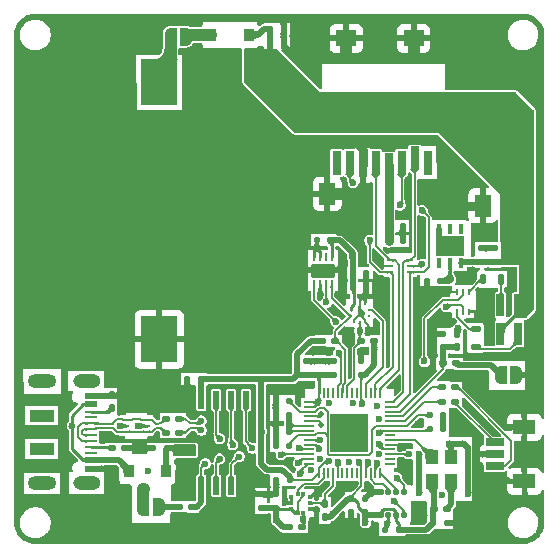
<source format=gbr>
%TF.GenerationSoftware,KiCad,Pcbnew,9.0.2+1*%
%TF.CreationDate,2025-08-01T20:38:55+01:00*%
%TF.ProjectId,PocketSat,506f636b-6574-4536-9174-2e6b69636164,rev?*%
%TF.SameCoordinates,Original*%
%TF.FileFunction,Copper,L1,Top*%
%TF.FilePolarity,Positive*%
%FSLAX46Y46*%
G04 Gerber Fmt 4.6, Leading zero omitted, Abs format (unit mm)*
G04 Created by KiCad (PCBNEW 9.0.2+1) date 2025-08-01 20:38:55*
%MOMM*%
%LPD*%
G01*
G04 APERTURE LIST*
G04 Aperture macros list*
%AMRoundRect*
0 Rectangle with rounded corners*
0 $1 Rounding radius*
0 $2 $3 $4 $5 $6 $7 $8 $9 X,Y pos of 4 corners*
0 Add a 4 corners polygon primitive as box body*
4,1,4,$2,$3,$4,$5,$6,$7,$8,$9,$2,$3,0*
0 Add four circle primitives for the rounded corners*
1,1,$1+$1,$2,$3*
1,1,$1+$1,$4,$5*
1,1,$1+$1,$6,$7*
1,1,$1+$1,$8,$9*
0 Add four rect primitives between the rounded corners*
20,1,$1+$1,$2,$3,$4,$5,0*
20,1,$1+$1,$4,$5,$6,$7,0*
20,1,$1+$1,$6,$7,$8,$9,0*
20,1,$1+$1,$8,$9,$2,$3,0*%
%AMFreePoly0*
4,1,23,0.500000,-0.750000,0.000000,-0.750000,0.000000,-0.745722,-0.065263,-0.745722,-0.191342,-0.711940,-0.304381,-0.646677,-0.396677,-0.554381,-0.461940,-0.441342,-0.495722,-0.315263,-0.495722,-0.250000,-0.500000,-0.250000,-0.500000,0.250000,-0.495722,0.250000,-0.495722,0.315263,-0.461940,0.441342,-0.396677,0.554381,-0.304381,0.646677,-0.191342,0.711940,-0.065263,0.745722,0.000000,0.745722,
0.000000,0.750000,0.500000,0.750000,0.500000,-0.750000,0.500000,-0.750000,$1*%
%AMFreePoly1*
4,1,23,0.000000,0.745722,0.065263,0.745722,0.191342,0.711940,0.304381,0.646677,0.396677,0.554381,0.461940,0.441342,0.495722,0.315263,0.495722,0.250000,0.500000,0.250000,0.500000,-0.250000,0.495722,-0.250000,0.495722,-0.315263,0.461940,-0.441342,0.396677,-0.554381,0.304381,-0.646677,0.191342,-0.711940,0.065263,-0.745722,0.000000,-0.745722,0.000000,-0.750000,-0.500000,-0.750000,
-0.500000,0.750000,0.000000,0.750000,0.000000,0.745722,0.000000,0.745722,$1*%
G04 Aperture macros list end*
%TA.AperFunction,SMDPad,CuDef*%
%ADD10RoundRect,0.127000X0.127000X-0.152400X0.127000X0.152400X-0.127000X0.152400X-0.127000X-0.152400X0*%
%TD*%
%TA.AperFunction,SMDPad,CuDef*%
%ADD11RoundRect,0.125000X0.202799X0.124999X-0.202799X0.124999X-0.202799X-0.124999X0.202799X-0.124999X0*%
%TD*%
%TA.AperFunction,SMDPad,CuDef*%
%ADD12RoundRect,0.127000X-0.152400X-0.127000X0.152400X-0.127000X0.152400X0.127000X-0.152400X0.127000X0*%
%TD*%
%TA.AperFunction,SMDPad,CuDef*%
%ADD13R,0.660400X1.905000*%
%TD*%
%TA.AperFunction,SMDPad,CuDef*%
%ADD14RoundRect,0.127000X-0.127000X0.152400X-0.127000X-0.152400X0.127000X-0.152400X0.127000X0.152400X0*%
%TD*%
%TA.AperFunction,SMDPad,CuDef*%
%ADD15RoundRect,0.125000X-0.124999X0.202799X-0.124999X-0.202799X0.124999X-0.202799X0.124999X0.202799X0*%
%TD*%
%TA.AperFunction,SMDPad,CuDef*%
%ADD16RoundRect,0.127000X0.152400X0.127000X-0.152400X0.127000X-0.152400X-0.127000X0.152400X-0.127000X0*%
%TD*%
%TA.AperFunction,SMDPad,CuDef*%
%ADD17RoundRect,0.125000X-0.202799X-0.124999X0.202799X-0.124999X0.202799X0.124999X-0.202799X0.124999X0*%
%TD*%
%TA.AperFunction,SMDPad,CuDef*%
%ADD18R,0.304800X0.330200*%
%TD*%
%TA.AperFunction,SMDPad,CuDef*%
%ADD19R,0.330200X0.304800*%
%TD*%
%TA.AperFunction,SMDPad,CuDef*%
%ADD20R,1.000000X0.520000*%
%TD*%
%TA.AperFunction,SMDPad,CuDef*%
%ADD21R,1.000000X0.270000*%
%TD*%
%TA.AperFunction,SMDPad,CuDef*%
%ADD22R,2.000000X1.000000*%
%TD*%
%TA.AperFunction,ComponentPad*%
%ADD23O,2.316000X1.158000*%
%TD*%
%TA.AperFunction,ComponentPad*%
%ADD24O,2.400000X1.200000*%
%TD*%
%TA.AperFunction,SMDPad,CuDef*%
%ADD25FreePoly0,0.000000*%
%TD*%
%TA.AperFunction,SMDPad,CuDef*%
%ADD26FreePoly1,0.000000*%
%TD*%
%TA.AperFunction,SMDPad,CuDef*%
%ADD27R,0.177800X0.812800*%
%TD*%
%TA.AperFunction,SMDPad,CuDef*%
%ADD28R,0.812800X0.177800*%
%TD*%
%TA.AperFunction,SMDPad,CuDef*%
%ADD29R,3.200400X3.200400*%
%TD*%
%TA.AperFunction,SMDPad,CuDef*%
%ADD30R,0.279400X0.254000*%
%TD*%
%TA.AperFunction,SMDPad,CuDef*%
%ADD31R,0.254000X0.254000*%
%TD*%
%TA.AperFunction,SMDPad,CuDef*%
%ADD32R,3.170000X3.960000*%
%TD*%
%TA.AperFunction,SMDPad,CuDef*%
%ADD33RoundRect,0.227500X0.227500X0.307500X-0.227500X0.307500X-0.227500X-0.307500X0.227500X-0.307500X0*%
%TD*%
%TA.AperFunction,SMDPad,CuDef*%
%ADD34RoundRect,0.125000X-0.125000X-0.281400X0.125000X-0.281400X0.125000X0.281400X-0.125000X0.281400X0*%
%TD*%
%TA.AperFunction,SMDPad,CuDef*%
%ADD35R,0.609600X0.228600*%
%TD*%
%TA.AperFunction,SMDPad,CuDef*%
%ADD36R,1.100000X1.300000*%
%TD*%
%TA.AperFunction,SMDPad,CuDef*%
%ADD37FreePoly0,180.000000*%
%TD*%
%TA.AperFunction,SMDPad,CuDef*%
%ADD38FreePoly1,180.000000*%
%TD*%
%TA.AperFunction,SMDPad,CuDef*%
%ADD39R,0.533400X1.524000*%
%TD*%
%TA.AperFunction,SMDPad,CuDef*%
%ADD40RoundRect,0.056250X0.168750X-0.188750X0.168750X0.188750X-0.168750X0.188750X-0.168750X-0.188750X0*%
%TD*%
%TA.AperFunction,SMDPad,CuDef*%
%ADD41R,0.800000X2.000000*%
%TD*%
%TA.AperFunction,SMDPad,CuDef*%
%ADD42R,1.800000X1.400000*%
%TD*%
%TA.AperFunction,SMDPad,CuDef*%
%ADD43R,1.400000X1.900000*%
%TD*%
%TA.AperFunction,SMDPad,CuDef*%
%ADD44R,0.406400X0.812800*%
%TD*%
%TA.AperFunction,SMDPad,CuDef*%
%ADD45R,2.489200X1.752600*%
%TD*%
%TA.AperFunction,SMDPad,CuDef*%
%ADD46RoundRect,0.125000X0.281400X-0.125000X0.281400X0.125000X-0.281400X0.125000X-0.281400X-0.125000X0*%
%TD*%
%TA.AperFunction,SMDPad,CuDef*%
%ADD47RoundRect,0.050000X0.075000X-0.250000X0.075000X0.250000X-0.075000X0.250000X-0.075000X-0.250000X0*%
%TD*%
%TA.AperFunction,SMDPad,CuDef*%
%ADD48RoundRect,0.050000X0.950000X-0.550000X0.950000X0.550000X-0.950000X0.550000X-0.950000X-0.550000X0*%
%TD*%
%TA.AperFunction,SMDPad,CuDef*%
%ADD49RoundRect,0.125000X0.124999X-0.202799X0.124999X0.202799X-0.124999X0.202799X-0.124999X-0.202799X0*%
%TD*%
%TA.AperFunction,SMDPad,CuDef*%
%ADD50R,0.228600X0.609600*%
%TD*%
%TA.AperFunction,SMDPad,CuDef*%
%ADD51R,1.549400X0.660400*%
%TD*%
%TA.AperFunction,SMDPad,CuDef*%
%ADD52R,1.905000X1.295400*%
%TD*%
%TA.AperFunction,ViaPad*%
%ADD53C,0.600000*%
%TD*%
%TA.AperFunction,ViaPad*%
%ADD54C,0.700000*%
%TD*%
%TA.AperFunction,ViaPad*%
%ADD55C,0.500000*%
%TD*%
%TA.AperFunction,Conductor*%
%ADD56C,0.500000*%
%TD*%
%TA.AperFunction,Conductor*%
%ADD57C,0.250000*%
%TD*%
%TA.AperFunction,Conductor*%
%ADD58C,0.185000*%
%TD*%
%TA.AperFunction,Conductor*%
%ADD59C,1.000000*%
%TD*%
%TA.AperFunction,Conductor*%
%ADD60C,0.130000*%
%TD*%
%TA.AperFunction,Conductor*%
%ADD61C,0.750000*%
%TD*%
G04 APERTURE END LIST*
D10*
%TO.P,C11,1*%
%TO.N,+3.3V*%
X127400000Y-85371500D03*
%TO.P,C11,2*%
%TO.N,GND*%
X127400000Y-84228500D03*
%TD*%
D11*
%TO.P,R18,1*%
%TO.N,+3.3V*%
X130802799Y-82500000D03*
%TO.P,R18,2*%
%TO.N,/SDA0 I2C*%
X129697201Y-82500000D03*
%TD*%
D12*
%TO.P,C27,1*%
%TO.N,+5V*%
X122000000Y-57267500D03*
%TO.P,C27,2*%
%TO.N,GND*%
X123143000Y-57267500D03*
%TD*%
D13*
%TO.P,U2,1,C_RED*%
%TO.N,+5V*%
X141479999Y-81922200D03*
%TO.P,U2,2,A_Green*%
%TO.N,Net-(U2-A_Green)*%
X142980001Y-81922200D03*
%TO.P,U2,3,C_Green*%
%TO.N,+5V*%
X142980001Y-79509200D03*
%TO.P,U2,4,A_Red*%
%TO.N,Net-(U2-A_Red)*%
X141479999Y-79509200D03*
%TD*%
D12*
%TO.P,C3,1*%
%TO.N,+3.3V*%
X128978500Y-78000000D03*
%TO.P,C3,2*%
%TO.N,GND*%
X130121500Y-78000000D03*
%TD*%
D14*
%TO.P,C24,1*%
%TO.N,GND*%
X140999997Y-74656999D03*
%TO.P,C24,2*%
%TO.N,+5V*%
X140999997Y-75799999D03*
%TD*%
D15*
%TO.P,R9,1*%
%TO.N,GND*%
X108550000Y-87097201D03*
%TO.P,R9,2*%
%TO.N,Net-(J20-CC1)*%
X108550000Y-88202799D03*
%TD*%
D12*
%TO.P,C19,1*%
%TO.N,GND*%
X122456999Y-91400000D03*
%TO.P,C19,2*%
%TO.N,Net-(MCU2-VREG_VOUT)*%
X123599999Y-91400000D03*
%TD*%
D16*
%TO.P,C36,1*%
%TO.N,+5V*%
X113221499Y-91618498D03*
%TO.P,C36,2*%
%TO.N,GND*%
X112078499Y-91618498D03*
%TD*%
D11*
%TO.P,R16,1*%
%TO.N,/MCU ~{RST}*%
X137700000Y-84420276D03*
%TO.P,R16,2*%
%TO.N,Net-(MCU2-RUN)*%
X136594402Y-84420276D03*
%TD*%
D17*
%TO.P,R10,1*%
%TO.N,/USB_DP*%
X113197200Y-90268498D03*
%TO.P,R10,2*%
%TO.N,/D+*%
X114302798Y-90268498D03*
%TD*%
%TO.P,R17,1*%
%TO.N,+3.3V*%
X126397201Y-82500000D03*
%TO.P,R17,2*%
%TO.N,/SCL0 I2C*%
X127502799Y-82500000D03*
%TD*%
D18*
%TO.P,U4,1,Vdd_IO*%
%TO.N,+3.3V*%
X124299874Y-97044500D03*
%TO.P,U4,2,SCK*%
%TO.N,/SCL1 I2C*%
X124800000Y-97044500D03*
D19*
%TO.P,U4,3,RES*%
%TO.N,GND*%
X125337337Y-96757226D03*
%TO.P,U4,4,SDA/SDI/SDISDO*%
%TO.N,/SDA1 I2C*%
X125337337Y-96257100D03*
%TO.P,U4,5,SDO/SA0*%
%TO.N,GND*%
X125337337Y-95756974D03*
D18*
%TO.P,U4,6,CS*%
%TO.N,+3.3V*%
X124800000Y-95469700D03*
%TO.P,U4,7,INT_DRDY*%
%TO.N,/BAR1 RDY*%
X124299874Y-95469700D03*
D19*
%TO.P,U4,8,GND_IO*%
%TO.N,GND*%
X123762537Y-95756974D03*
%TO.P,U4,9,GND*%
X123762537Y-96257100D03*
%TO.P,U4,10,VDD*%
%TO.N,+3.3V*%
X123762537Y-96757226D03*
%TD*%
D10*
%TO.P,C20,1*%
%TO.N,Net-(MCU2-RUN)*%
X136600000Y-83063277D03*
%TO.P,C20,2*%
%TO.N,GND*%
X136600000Y-81920277D03*
%TD*%
D11*
%TO.P,R12,1*%
%TO.N,/CLK SWD*%
X137652799Y-87650000D03*
%TO.P,R12,2*%
%TO.N,Net-(MCU2-SWCLK)*%
X136547201Y-87650000D03*
%TD*%
D20*
%TO.P,J20,1,GND*%
%TO.N,GND*%
X106825000Y-87143498D03*
%TO.P,J20,2,VBUS*%
%TO.N,VBUS*%
X106825000Y-87893498D03*
D21*
%TO.P,J20,3,CC1*%
%TO.N,Net-(J20-CC1)*%
X106825000Y-88493498D03*
%TO.P,J20,4,SBU2*%
%TO.N,unconnected-(J20-SBU2-Pad4)*%
X106825000Y-88993498D03*
%TO.P,J20,5,D-*%
%TO.N,/USB_DN*%
X106825000Y-89493498D03*
%TO.P,J20,6,D+*%
%TO.N,/USB_DP*%
X106825000Y-89993498D03*
%TO.P,J20,7,D+*%
X106825000Y-90493498D03*
%TO.P,J20,8,D-*%
%TO.N,/USB_DN*%
X106825000Y-90993498D03*
%TO.P,J20,9,CC2*%
%TO.N,Net-(J20-CC2)*%
X106825000Y-91493498D03*
%TO.P,J20,10,SBU1*%
%TO.N,unconnected-(J20-SBU1-Pad10)*%
X106825000Y-91993498D03*
D20*
%TO.P,J20,11,VBUS*%
%TO.N,VBUS*%
X106825000Y-92593498D03*
%TO.P,J20,12,GND*%
%TO.N,GND*%
X106825000Y-93343498D03*
D22*
%TO.P,J20,S1,SHIELD*%
%TO.N,unconnected-(J20-SHIELD-PadS1)_4*%
X102625000Y-88843498D03*
%TO.P,J20,S2,SHIELD*%
%TO.N,unconnected-(J20-SHIELD-PadS1)*%
X102625000Y-91643498D03*
D23*
%TO.P,J20,S3,SHIELD*%
%TO.N,unconnected-(J20-SHIELD-PadS1)_1*%
X106450000Y-85923498D03*
%TO.P,J20,S4,SHIELD*%
%TO.N,unconnected-(J20-SHIELD-PadS1)_5*%
X106450000Y-94563498D03*
D24*
%TO.P,J20,S5,SHIELD*%
%TO.N,unconnected-(J20-SHIELD-PadS1)_3*%
X102625000Y-85923498D03*
%TO.P,J20,S6,SHIELD*%
%TO.N,unconnected-(J20-SHIELD-PadS1)_2*%
X102625000Y-94563498D03*
%TD*%
D25*
%TO.P,JP4,1,A*%
%TO.N,GND*%
X111248600Y-96550000D03*
D26*
%TO.P,JP4,2,B*%
%TO.N,/USB ~{BOOT}*%
X112548600Y-96550000D03*
%TD*%
D17*
%TO.P,R24,1*%
%TO.N,Net-(J20-CC2)*%
X108622200Y-91618498D03*
%TO.P,R24,2*%
%TO.N,GND*%
X109727798Y-91618498D03*
%TD*%
D12*
%TO.P,C25,1*%
%TO.N,+3.3V*%
X132053500Y-74075000D03*
%TO.P,C25,2*%
%TO.N,GND*%
X133196500Y-74075000D03*
%TD*%
D17*
%TO.P,R27,1*%
%TO.N,+3.3V*%
X123544402Y-98300000D03*
%TO.P,R27,2*%
%TO.N,/SCL1 I2C*%
X124650000Y-98300000D03*
%TD*%
D12*
%TO.P,C26,1*%
%TO.N,+3.3V*%
X132053500Y-72775000D03*
%TO.P,C26,2*%
%TO.N,GND*%
X133196500Y-72775000D03*
%TD*%
D27*
%TO.P,MCU2,1,IOVDD*%
%TO.N,+3.3V*%
X126100000Y-93703600D03*
%TO.P,MCU2,2,GPIO0*%
%TO.N,/BAR1 RDY*%
X126499999Y-93703600D03*
%TO.P,MCU2,3,GPIO1*%
%TO.N,unconnected-(MCU2-GPIO1-Pad3)*%
X126900001Y-93703600D03*
%TO.P,MCU2,4,GPIO2*%
%TO.N,/SDA1 I2C*%
X127300000Y-93703600D03*
%TO.P,MCU2,5,GPIO3*%
%TO.N,/SCL1 I2C*%
X127699999Y-93703600D03*
%TO.P,MCU2,6,GPIO4*%
%TO.N,unconnected-(MCU2-GPIO4-Pad6)*%
X128100001Y-93703600D03*
%TO.P,MCU2,7,GPIO5*%
%TO.N,unconnected-(MCU2-GPIO5-Pad7)*%
X128500000Y-93703600D03*
%TO.P,MCU2,8,GPIO6*%
%TO.N,unconnected-(MCU2-GPIO6-Pad8)*%
X128900000Y-93703600D03*
%TO.P,MCU2,9,GPIO7*%
%TO.N,unconnected-(MCU2-GPIO7-Pad9)*%
X129299999Y-93703600D03*
%TO.P,MCU2,10,IOVDD*%
%TO.N,+3.3V*%
X129700001Y-93703600D03*
%TO.P,MCU2,11,GPIO8*%
%TO.N,/MISO1 SPI*%
X130100000Y-93703600D03*
%TO.P,MCU2,12,GPIO9*%
%TO.N,/HUM ~{CS} SPI*%
X130499999Y-93703600D03*
%TO.P,MCU2,13,GPIO10*%
%TO.N,/SCK1 SPI*%
X130900001Y-93703600D03*
%TO.P,MCU2,14,GPIO11*%
%TO.N,/MOSI1 SPI*%
X131300000Y-93703600D03*
D28*
%TO.P,MCU2,15,GPIO12*%
%TO.N,unconnected-(MCU2-GPIO12-Pad15)*%
X132103600Y-92900000D03*
%TO.P,MCU2,16,GPIO13*%
%TO.N,unconnected-(MCU2-GPIO13-Pad16)*%
X132103600Y-92500001D03*
%TO.P,MCU2,17,GPIO14*%
%TO.N,/Green Status*%
X132103600Y-92099999D03*
%TO.P,MCU2,18,GPIO15*%
%TO.N,/Red Status*%
X132103600Y-91700000D03*
%TO.P,MCU2,19,TESTEN*%
%TO.N,GND*%
X132103600Y-91300001D03*
%TO.P,MCU2,20,XIN*%
%TO.N,/Crystal*%
X132103600Y-90899999D03*
%TO.P,MCU2,21,XOUT*%
%TO.N,unconnected-(MCU2-XOUT-Pad21)*%
X132103600Y-90500000D03*
%TO.P,MCU2,22,IOVDD*%
%TO.N,+3.3V*%
X132103600Y-90100000D03*
%TO.P,MCU2,23,DVDD*%
%TO.N,Net-(MCU2-VREG_VOUT)*%
X132103600Y-89700001D03*
%TO.P,MCU2,24,SWCLK*%
%TO.N,Net-(MCU2-SWCLK)*%
X132103600Y-89299999D03*
%TO.P,MCU2,25,SWD*%
%TO.N,Net-(MCU2-SWD)*%
X132103600Y-88900000D03*
%TO.P,MCU2,26,RUN*%
%TO.N,Net-(MCU2-RUN)*%
X132103600Y-88500001D03*
%TO.P,MCU2,27,GPIO16*%
%TO.N,/SD-Card MISO SPI*%
X132103600Y-88099999D03*
%TO.P,MCU2,28,GPIO17*%
%TO.N,/SD-Card  ~{CS} SPI*%
X132103600Y-87700000D03*
D27*
%TO.P,MCU2,29,GPIO18*%
%TO.N,/SD-Card SCK SPI*%
X131300000Y-86896400D03*
%TO.P,MCU2,30,GPIO19*%
%TO.N,/SD-Card MOSI SPI*%
X130900001Y-86896400D03*
%TO.P,MCU2,31,GPIO20*%
%TO.N,unconnected-(MCU2-GPIO20-Pad31)*%
X130499999Y-86896400D03*
%TO.P,MCU2,32,GPIO21*%
%TO.N,/BAR2 RDY*%
X130100000Y-86896400D03*
%TO.P,MCU2,33,IOVDD*%
%TO.N,+3.3V*%
X129700001Y-86896400D03*
%TO.P,MCU2,34,GPIO22*%
%TO.N,unconnected-(MCU2-GPIO22-Pad34)*%
X129299999Y-86896400D03*
%TO.P,MCU2,35,GPIO23*%
%TO.N,unconnected-(MCU2-GPIO23-Pad35)*%
X128900000Y-86896400D03*
%TO.P,MCU2,36,GPIO24*%
%TO.N,/SDA0 I2C*%
X128500000Y-86896400D03*
%TO.P,MCU2,37,GPIO25*%
%TO.N,/SCL0 I2C*%
X128100001Y-86896400D03*
%TO.P,MCU2,38,GPIO26_ADC0*%
%TO.N,/Humidity RDY*%
X127699999Y-86896400D03*
%TO.P,MCU2,39,GPIO27_ADC1*%
%TO.N,unconnected-(MCU2-GPIO27_ADC1-Pad39)*%
X127300000Y-86896400D03*
%TO.P,MCU2,40,GPIO28_ADC2*%
%TO.N,unconnected-(MCU2-GPIO28_ADC2-Pad40)*%
X126900001Y-86896400D03*
%TO.P,MCU2,41,GPIO29_ADC3*%
%TO.N,unconnected-(MCU2-GPIO29_ADC3-Pad41)*%
X126499999Y-86896400D03*
%TO.P,MCU2,42,IOVDD*%
%TO.N,+3.3V*%
X126100000Y-86896400D03*
D28*
%TO.P,MCU2,43,ADC_AVDD*%
X125296400Y-87700000D03*
%TO.P,MCU2,44,VREG_IN*%
X125296400Y-88099999D03*
%TO.P,MCU2,45,VREG_VOUT*%
%TO.N,Net-(MCU2-VREG_VOUT)*%
X125296400Y-88500001D03*
%TO.P,MCU2,46,USB_DM*%
%TO.N,/D-*%
X125296400Y-88900000D03*
%TO.P,MCU2,47,USB_DP*%
%TO.N,/D+*%
X125296400Y-89299999D03*
%TO.P,MCU2,48,USB_VDD*%
%TO.N,+3.3V*%
X125296400Y-89700001D03*
%TO.P,MCU2,49,IOVDD*%
X125296400Y-90100000D03*
%TO.P,MCU2,50,DVDD*%
%TO.N,Net-(MCU2-VREG_VOUT)*%
X125296400Y-90500000D03*
%TO.P,MCU2,51,QSPI_SD3*%
%TO.N,/MCU SD3 SPI*%
X125296400Y-90899999D03*
%TO.P,MCU2,52,QSPI_SCLK*%
%TO.N,/MCU SCLK SPI*%
X125296400Y-91300001D03*
%TO.P,MCU2,53,QSPI_SD0*%
%TO.N,/MCU SD0 SPI*%
X125296400Y-91700000D03*
%TO.P,MCU2,54,QSPI_SD2*%
%TO.N,/MCU SD2 SPI*%
X125296400Y-92099999D03*
%TO.P,MCU2,55,QSPI_SD1*%
%TO.N,/MCU SD1 SPI*%
X125296400Y-92500001D03*
%TO.P,MCU2,56,QSPI_SS*%
%TO.N,/MCU ~{CS} SPI*%
X125296400Y-92900000D03*
D29*
%TO.P,MCU2,57,GND*%
%TO.N,GND*%
X128700000Y-90300000D03*
%TD*%
D30*
%TO.P,U6,1,VDDIO*%
%TO.N,+3.3V*%
X128789702Y-79876997D03*
%TO.P,U6,2,SCK*%
%TO.N,/SCL0 I2C*%
X128789702Y-80376997D03*
D31*
%TO.P,U6,3,VSS*%
%TO.N,GND*%
X129050004Y-80899998D03*
%TO.P,U6,4,SDI*%
%TO.N,/SDA0 I2C*%
X129550003Y-80899998D03*
%TO.P,U6,5,SDO*%
%TO.N,GND*%
X130050002Y-80899998D03*
D30*
%TO.P,U6,6,CSB*%
%TO.N,unconnected-(U6-CSB-Pad6)*%
X130310304Y-80376997D03*
%TO.P,U6,7,INT*%
%TO.N,/BAR2 RDY*%
X130310304Y-79876997D03*
D31*
%TO.P,U6,8,VSS*%
%TO.N,GND*%
X130050002Y-79353996D03*
%TO.P,U6,9,VSS*%
X129550003Y-79353996D03*
%TO.P,U6,10,VDD*%
%TO.N,+3.3V*%
X129050004Y-79353996D03*
%TD*%
D32*
%TO.P,BT1,N*%
%TO.N,GND*%
X112600000Y-82372500D03*
%TO.P,BT1,P*%
%TO.N,VBAT*%
X112600000Y-60612500D03*
%TD*%
D33*
%TO.P,D1,A*%
%TO.N,VBUS*%
X109995000Y-93562500D03*
%TO.P,D1,C*%
%TO.N,+5V*%
X113205000Y-93562500D03*
%TD*%
D14*
%TO.P,C1,1*%
%TO.N,GND*%
X121237336Y-95514225D03*
%TO.P,C1,2*%
%TO.N,+3.3V*%
X121237336Y-96657225D03*
%TD*%
D12*
%TO.P,C17,1*%
%TO.N,GND*%
X122456999Y-87600000D03*
%TO.P,C17,2*%
%TO.N,Net-(MCU2-VREG_VOUT)*%
X123599999Y-87600000D03*
%TD*%
D11*
%TO.P,R19,1*%
%TO.N,Net-(XTAL2-TRI-STATE(STBY))*%
X136927799Y-96700000D03*
%TO.P,R19,2*%
%TO.N,+3.3V*%
X135822201Y-96700000D03*
%TD*%
D12*
%TO.P,C9,1*%
%TO.N,+3.3V*%
X135500001Y-90000000D03*
%TO.P,C9,2*%
%TO.N,GND*%
X136643001Y-90000000D03*
%TD*%
D34*
%TO.P,R5,1*%
%TO.N,Net-(IC1-E1)*%
X140030000Y-77290000D03*
%TO.P,R5,2*%
%TO.N,Net-(U2-A_Red)*%
X141530000Y-77290000D03*
%TD*%
D14*
%TO.P,C15,1*%
%TO.N,+3.3V*%
X128800001Y-95870044D03*
%TO.P,C15,2*%
%TO.N,GND*%
X128800001Y-97013044D03*
%TD*%
D35*
%TO.P,D3,1,IO1*%
%TO.N,/SD-Card SCK SPI*%
X132149100Y-75700001D03*
%TO.P,D3,2,GND*%
%TO.N,GND*%
X132149100Y-76200000D03*
%TO.P,D3,3,IO2*%
%TO.N,/SD-Card MOSI SPI*%
X132149100Y-76699999D03*
%TO.P,D3,4,IO3*%
%TO.N,/SD-Card MISO SPI*%
X133850900Y-76699999D03*
%TO.P,D3,5,VCC*%
%TO.N,+3.3V*%
X133850900Y-76200000D03*
%TO.P,D3,6,IO4*%
%TO.N,/SD-Card  ~{CS} SPI*%
X133850900Y-75700001D03*
%TD*%
D16*
%TO.P,C13,1*%
%TO.N,GND*%
X130121502Y-76749997D03*
%TO.P,C13,2*%
%TO.N,+3.3V*%
X128978502Y-76749997D03*
%TD*%
D12*
%TO.P,C5,1*%
%TO.N,GND*%
X131728501Y-98488745D03*
%TO.P,C5,2*%
%TO.N,+3.3V*%
X132871501Y-98488745D03*
%TD*%
%TO.P,C18,1*%
%TO.N,Net-(MCU2-VREG_VOUT)*%
X135500001Y-88800000D03*
%TO.P,C18,2*%
%TO.N,GND*%
X136643001Y-88800000D03*
%TD*%
D33*
%TO.P,D2,A*%
%TO.N,Net-(JP6-A)*%
X117012500Y-56600000D03*
%TO.P,D2,C*%
%TO.N,+5V*%
X120222500Y-56600000D03*
%TD*%
D36*
%TO.P,XTAL2,1,TRI-STATE(STBY)*%
%TO.N,Net-(XTAL2-TRI-STATE(STBY))*%
X137300000Y-94400000D03*
%TO.P,XTAL2,2,GND/CASE*%
%TO.N,GND*%
X137300000Y-92300000D03*
%TO.P,XTAL2,3,OUTPUT*%
%TO.N,/Crystal*%
X135650000Y-92300000D03*
%TO.P,XTAL2,4,VDD*%
%TO.N,+3.3V*%
X135650000Y-94400000D03*
%TD*%
D17*
%TO.P,R11,1*%
%TO.N,/USB_DN*%
X113197200Y-89093498D03*
%TO.P,R11,2*%
%TO.N,/D-*%
X114302798Y-89093498D03*
%TD*%
D37*
%TO.P,JP5,1,A*%
%TO.N,GND*%
X142830000Y-85420000D03*
D38*
%TO.P,JP5,2,B*%
%TO.N,/MCU ~{RST}*%
X141530000Y-85420000D03*
%TD*%
D10*
%TO.P,C12,1*%
%TO.N,+3.3V*%
X126200000Y-85371500D03*
%TO.P,C12,2*%
%TO.N,GND*%
X126200000Y-84228500D03*
%TD*%
D35*
%TO.P,D4,1,IO1*%
%TO.N,/USB_DP*%
X111518299Y-90193497D03*
%TO.P,D4,2,GND*%
%TO.N,GND*%
X111518299Y-89693498D03*
%TO.P,D4,3,IO2*%
%TO.N,/USB_DN*%
X111518299Y-89193499D03*
%TO.P,D4,4,IO3*%
X109816499Y-89193499D03*
%TO.P,D4,5,VCC*%
%TO.N,VBUS*%
X109816499Y-89693498D03*
%TO.P,D4,6,IO4*%
%TO.N,/USB_DP*%
X109816499Y-90193497D03*
%TD*%
D12*
%TO.P,C6,1*%
%TO.N,+5V*%
X122000000Y-56067500D03*
%TO.P,C6,2*%
%TO.N,GND*%
X123143000Y-56067500D03*
%TD*%
D39*
%TO.P,U5,1,/CS*%
%TO.N,/MCU ~{CS} SPI*%
X116145000Y-94794900D03*
%TO.P,U5,2,DO(IO1)*%
%TO.N,/MCU SD1 SPI*%
X117415000Y-94794900D03*
%TO.P,U5,3,/WP(IO2)*%
%TO.N,/MCU SD2 SPI*%
X118685000Y-94794900D03*
%TO.P,U5,4,GND*%
%TO.N,GND*%
X119955000Y-94794900D03*
%TO.P,U5,5,DI(IO0)*%
%TO.N,/MCU SD0 SPI*%
X119955000Y-87505100D03*
%TO.P,U5,6,CLK*%
%TO.N,/MCU SCLK SPI*%
X118685000Y-87505100D03*
%TO.P,U5,7,/HOLD_/RESET*%
%TO.N,/MCU SD3 SPI*%
X117415000Y-87505100D03*
%TO.P,U5,8,VCC*%
%TO.N,+3.3V*%
X116145000Y-87505100D03*
%TD*%
D40*
%TO.P,HM1,1,GND*%
%TO.N,GND*%
X131350001Y-95318745D03*
%TO.P,HM1,2,~{CS}*%
%TO.N,/HUM ~{CS} SPI*%
X132000001Y-95318745D03*
%TO.P,HM1,3,SDI*%
%TO.N,/MOSI1 SPI*%
X132650001Y-95318745D03*
%TO.P,HM1,4,SCK*%
%TO.N,/SCK1 SPI*%
X133300001Y-95318745D03*
%TO.P,HM1,5,SDO*%
%TO.N,/MISO1 SPI*%
X133300001Y-97258745D03*
%TO.P,HM1,6,VDDIO*%
%TO.N,+3.3V*%
X132650001Y-97258745D03*
%TO.P,HM1,7,GND*%
%TO.N,GND*%
X132000001Y-97258745D03*
%TO.P,HM1,8,VDD*%
%TO.N,+3.3V*%
X131350001Y-97258745D03*
%TD*%
D41*
%TO.P,J3,1,DAT2*%
%TO.N,unconnected-(J3-DAT2-Pad1)*%
X135315000Y-67450000D03*
%TO.P,J3,2,CD/DAT3*%
%TO.N,/SD-Card  ~{CS} SPI*%
X134215000Y-67050000D03*
%TO.P,J3,3,CMD*%
%TO.N,/SD-Card MOSI SPI*%
X133115000Y-67450000D03*
%TO.P,J3,4,VDD*%
%TO.N,+3.3V*%
X132015000Y-67650000D03*
%TO.P,J3,5,CLK*%
%TO.N,/SD-Card SCK SPI*%
X130915000Y-67450000D03*
%TO.P,J3,6,VSS*%
%TO.N,GND*%
X129815000Y-67650000D03*
%TO.P,J3,7,DAT0*%
%TO.N,/SD-Card MISO SPI*%
X128715000Y-67450000D03*
%TO.P,J3,8,DAT1*%
%TO.N,unconnected-(J3-DAT1-Pad8)*%
X127615000Y-67450000D03*
D42*
%TO.P,J3,9,CD1*%
%TO.N,GND*%
X128425000Y-56900000D03*
%TO.P,J3,10,CD2*%
X134125000Y-56900000D03*
D43*
%TO.P,J3,11,GND*%
X126825000Y-70050000D03*
%TO.P,J3,12,GND*%
X139975000Y-71050000D03*
%TD*%
D44*
%TO.P,U8,1,NC*%
%TO.N,unconnected-(U8-NC-Pad1)*%
X136249999Y-75900000D03*
%TO.P,U8,2,V0*%
%TO.N,+3.3V*%
X137200000Y-75900000D03*
%TO.P,U8,3,V1*%
%TO.N,+5V*%
X138150001Y-75900000D03*
%TO.P,U8,4,NC*%
%TO.N,unconnected-(U8-NC-Pad4)*%
X138150001Y-73004400D03*
%TO.P,U8,5,NC*%
%TO.N,unconnected-(U8-NC-Pad5)*%
X137200000Y-73004400D03*
%TO.P,U8,6,GND*%
%TO.N,GND*%
X136249999Y-73004400D03*
D45*
%TO.P,U8,7,GND*%
X137200000Y-74452200D03*
%TD*%
D17*
%TO.P,R22,1*%
%TO.N,/USB ~{BOOT}*%
X114251399Y-96550000D03*
%TO.P,R22,2*%
%TO.N,/MCU ~{CS} SPI*%
X115356997Y-96550000D03*
%TD*%
D46*
%TO.P,R4,1*%
%TO.N,Net-(U2-A_Green)*%
X139370000Y-83020000D03*
%TO.P,R4,2*%
%TO.N,Net-(IC1-E2)*%
X139370000Y-81520000D03*
%TD*%
D47*
%TO.P,U1,1,SDA*%
%TO.N,/SDA0 I2C*%
X125700000Y-77700000D03*
%TO.P,U1,2,ADDR*%
%TO.N,GND*%
X126200000Y-77700000D03*
%TO.P,U1,3,ALERT*%
%TO.N,/Humidity RDY*%
X126700000Y-77700000D03*
%TO.P,U1,4,SCL*%
%TO.N,/SCL0 I2C*%
X127200000Y-77700000D03*
%TO.P,U1,5,VDD*%
%TO.N,+3.3V*%
X127200000Y-75400000D03*
%TO.P,U1,6,RESET_N*%
%TO.N,unconnected-(U1-RESET_N-Pad6)*%
X126700000Y-75400000D03*
%TO.P,U1,7,ADDR1*%
%TO.N,GND*%
X126200000Y-75400000D03*
%TO.P,U1,8,GND*%
X125700000Y-75400000D03*
D48*
%TO.P,U1,9,EP*%
X126450000Y-76550000D03*
%TD*%
D14*
%TO.P,C22,1*%
%TO.N,GND*%
X139800000Y-74656999D03*
%TO.P,C22,2*%
%TO.N,+5V*%
X139800000Y-75799999D03*
%TD*%
D49*
%TO.P,R26,1*%
%TO.N,+3.3V*%
X126600000Y-97405598D03*
%TO.P,R26,2*%
%TO.N,/SDA1 I2C*%
X126600000Y-96300000D03*
%TD*%
D10*
%TO.P,C8,1*%
%TO.N,+3.3V*%
X125000000Y-85371500D03*
%TO.P,C8,2*%
%TO.N,GND*%
X125000000Y-84228500D03*
%TD*%
D12*
%TO.P,C29,1*%
%TO.N,GND*%
X125928499Y-74000000D03*
%TO.P,C29,2*%
%TO.N,+3.3V*%
X127071501Y-74000000D03*
%TD*%
D14*
%TO.P,C4,1*%
%TO.N,GND*%
X130050001Y-95870044D03*
%TO.P,C4,2*%
%TO.N,+3.3V*%
X130050001Y-97013044D03*
%TD*%
D16*
%TO.P,C14,1*%
%TO.N,+3.3V*%
X123599999Y-90200000D03*
%TO.P,C14,2*%
%TO.N,GND*%
X122456999Y-90200000D03*
%TD*%
D12*
%TO.P,C33,1*%
%TO.N,+3.3V*%
X135803499Y-97900000D03*
%TO.P,C33,2*%
%TO.N,GND*%
X136946499Y-97900000D03*
%TD*%
D37*
%TO.P,JP6,1,A*%
%TO.N,Net-(JP6-A)*%
X114850000Y-56757500D03*
D38*
%TO.P,JP6,2,B*%
%TO.N,VBAT*%
X113550000Y-56757500D03*
%TD*%
D12*
%TO.P,C23,1*%
%TO.N,GND*%
X135228500Y-77402799D03*
%TO.P,C23,2*%
%TO.N,+3.3V*%
X136371500Y-77402799D03*
%TD*%
D11*
%TO.P,R15,1*%
%TO.N,/SWD*%
X137652799Y-86428377D03*
%TO.P,R15,2*%
%TO.N,Net-(MCU2-SWD)*%
X136547201Y-86428377D03*
%TD*%
D50*
%TO.P,IC1,1,E2*%
%TO.N,Net-(IC1-E2)*%
X137794000Y-80030000D03*
%TO.P,IC1,2,B2*%
%TO.N,/Green Status*%
X138302000Y-80030000D03*
%TO.P,IC1,3,C1*%
%TO.N,GND*%
X138810000Y-80030000D03*
%TO.P,IC1,4,E1*%
%TO.N,Net-(IC1-E1)*%
X138810000Y-78353600D03*
%TO.P,IC1,5,B1*%
%TO.N,/Red Status*%
X138302000Y-78353600D03*
%TO.P,IC1,6,C2*%
%TO.N,GND*%
X137794000Y-78353600D03*
%TD*%
D10*
%TO.P,C7,1*%
%TO.N,+3.3V*%
X129700000Y-85371500D03*
%TO.P,C7,2*%
%TO.N,GND*%
X129700000Y-84228500D03*
%TD*%
D16*
%TO.P,C21,1*%
%TO.N,+3.3V*%
X116121500Y-85750001D03*
%TO.P,C21,2*%
%TO.N,GND*%
X114978500Y-85750001D03*
%TD*%
%TO.P,C16,1*%
%TO.N,+3.3V*%
X123599999Y-88800000D03*
%TO.P,C16,2*%
%TO.N,GND*%
X122456999Y-88800000D03*
%TD*%
%TO.P,C10,1*%
%TO.N,+3.3V*%
X123637335Y-94257226D03*
%TO.P,C10,2*%
%TO.N,GND*%
X122494335Y-94257226D03*
%TD*%
D14*
%TO.P,C2,1*%
%TO.N,GND*%
X122493512Y-95514225D03*
%TO.P,C2,2*%
%TO.N,+3.3V*%
X122493512Y-96657225D03*
%TD*%
D51*
%TO.P,J5,1,1*%
%TO.N,/CLK SWD*%
X140991600Y-91109999D03*
%TO.P,J5,2,2*%
%TO.N,GND*%
X140991600Y-92110000D03*
%TO.P,J5,3,3*%
%TO.N,/SWD*%
X140991600Y-93110001D03*
D52*
%TO.P,J5,4,EP*%
%TO.N,GND*%
X143516599Y-94410000D03*
%TO.P,J5,5,EP*%
X143516599Y-89810000D03*
%TD*%
D15*
%TO.P,R8,1*%
%TO.N,+3.3V*%
X137790652Y-81938978D03*
%TO.P,R8,2*%
%TO.N,Net-(MCU2-RUN)*%
X137790652Y-83044576D03*
%TD*%
D53*
%TO.N,GND*%
X133620000Y-71510000D03*
X122456999Y-86906999D03*
X121300000Y-77900000D03*
X134600000Y-97400000D03*
X138900000Y-55900000D03*
X130965748Y-75600000D03*
X142040000Y-94300000D03*
X128950000Y-94750000D03*
X104550000Y-93900000D03*
X133196500Y-73375000D03*
X140400000Y-74656999D03*
X138680000Y-77130000D03*
X134490000Y-89580000D03*
X122494335Y-94800000D03*
X122260000Y-92660000D03*
X135500000Y-70950000D03*
D54*
X129800000Y-90300000D03*
D53*
X126130000Y-95120000D03*
X139700000Y-95900000D03*
D54*
X127600000Y-91300000D03*
D53*
X102100000Y-61900000D03*
X117300000Y-79900000D03*
X120480000Y-90230000D03*
X107800000Y-93343498D03*
X135900000Y-81900000D03*
X135228500Y-78453501D03*
X119610000Y-91550000D03*
X123210000Y-96020000D03*
X142500000Y-77180000D03*
X143950000Y-85400000D03*
X140100000Y-89450000D03*
D54*
X115210000Y-80606667D03*
D53*
X129700000Y-83600000D03*
X128430000Y-55530000D03*
X105300000Y-79900000D03*
X108800000Y-95900000D03*
X121300000Y-79900000D03*
X108800000Y-97900000D03*
X116120000Y-90840000D03*
X109300000Y-61900000D03*
X137600000Y-97900000D03*
X109300000Y-83900000D03*
X131190000Y-89160000D03*
X143500000Y-90850000D03*
D54*
X111260000Y-95080000D03*
D53*
X134600000Y-94300000D03*
X129650000Y-73700000D03*
X104440000Y-89660000D03*
X102100000Y-93100000D03*
X131200000Y-92100000D03*
X136560000Y-95540000D03*
X131913984Y-98022758D03*
X102100000Y-59900000D03*
X137200000Y-74000000D03*
X138800000Y-83890000D03*
D54*
X128000000Y-76500000D03*
X128700000Y-91300000D03*
D53*
X109096502Y-87143498D03*
X111400000Y-91618498D03*
D54*
X127600000Y-89300000D03*
D53*
X122456999Y-88050000D03*
D54*
X115210000Y-81673334D03*
D53*
X116925000Y-92200000D03*
X134810000Y-75160000D03*
X111600000Y-93562500D03*
X129300000Y-65900000D03*
X109300000Y-77900000D03*
X134600000Y-92066667D03*
X125939160Y-96789160D03*
X140350000Y-73150000D03*
X120580050Y-95419950D03*
X127900000Y-95100000D03*
X117300000Y-81900000D03*
X121800000Y-95514225D03*
X134420000Y-86270000D03*
D54*
X129800000Y-89300000D03*
D53*
X130420000Y-95450000D03*
X123480000Y-57920000D03*
X137000000Y-69200000D03*
X105300000Y-55900000D03*
X127930000Y-97670000D03*
X104700000Y-95900000D03*
D54*
X128700000Y-89300000D03*
D53*
X121300000Y-83900000D03*
X125300000Y-71900000D03*
X115000000Y-97900000D03*
D54*
X129800000Y-66300000D03*
D53*
X128980000Y-87780000D03*
X136400000Y-74000000D03*
D54*
X124900000Y-76500000D03*
D53*
X118050000Y-95950000D03*
X138740000Y-94322429D03*
X139700000Y-97900000D03*
X110799999Y-89693498D03*
X109300000Y-81900000D03*
X129700003Y-80128996D03*
D54*
X128700000Y-90300000D03*
D53*
X126215800Y-78600000D03*
X138740000Y-93205764D03*
X143550000Y-95450000D03*
D54*
X115200000Y-92800000D03*
D53*
X127000000Y-83500000D03*
X108250000Y-90650000D03*
D54*
X138750000Y-71050000D03*
D53*
X136400000Y-74900000D03*
X128600000Y-82450000D03*
X116820000Y-88670000D03*
D54*
X115210000Y-83806667D03*
D53*
X129920003Y-78753996D03*
X134450000Y-83550000D03*
D54*
X129800000Y-91300000D03*
D53*
X127550000Y-80050000D03*
X138391666Y-91200000D03*
X136643001Y-89400000D03*
X143500000Y-93350000D03*
X109300000Y-57900000D03*
X134600000Y-95416668D03*
X130300000Y-81800000D03*
X134600000Y-93183335D03*
X109300000Y-85950000D03*
X123130000Y-55530000D03*
X110500000Y-91618498D03*
X125400000Y-70050000D03*
X138740000Y-92089096D03*
D54*
X128025567Y-70050000D03*
D53*
X122450000Y-89550000D03*
X128830000Y-97660000D03*
X140010000Y-80020000D03*
X114650000Y-95450000D03*
X109300000Y-79900000D03*
X133400000Y-93800000D03*
X143400000Y-59100000D03*
D54*
X115210000Y-82740000D03*
D53*
X142250000Y-89910000D03*
D54*
X127600000Y-90300000D03*
D53*
X102100000Y-87350000D03*
X139820000Y-92120000D03*
X138000000Y-74900000D03*
X123143000Y-56650000D03*
X130600000Y-98500000D03*
X117300000Y-73900000D03*
X121200000Y-94250000D03*
X134400000Y-79250000D03*
X126800000Y-84228500D03*
X125300000Y-67900000D03*
X134820000Y-72530000D03*
X125300000Y-55900000D03*
X109300000Y-63900000D03*
X132550000Y-86200000D03*
X124250000Y-86650000D03*
X130121500Y-77403996D03*
X133180000Y-91430000D03*
X126190238Y-92481442D03*
X128700000Y-92800000D03*
X118490000Y-92360000D03*
X121300000Y-71900000D03*
X129300000Y-69900000D03*
X120280000Y-92650000D03*
X126980000Y-87760000D03*
X104700000Y-97900000D03*
X102100000Y-90250000D03*
X143950000Y-83510000D03*
X114978500Y-86278500D03*
X138740000Y-95439097D03*
X118010000Y-91540000D03*
X138000000Y-74000000D03*
X121500000Y-98000000D03*
D54*
X128425000Y-58125000D03*
D53*
X117300000Y-83900000D03*
X131000000Y-88000000D03*
X125928499Y-74600000D03*
X137200000Y-74900000D03*
X117300000Y-75900000D03*
X127500000Y-95900000D03*
X139150000Y-85350000D03*
X117060000Y-91260000D03*
X125600000Y-84228500D03*
X137080000Y-80370000D03*
X137100000Y-91200000D03*
D54*
X136840000Y-78353600D03*
D53*
X117300000Y-77900000D03*
X123610000Y-92630000D03*
X143500000Y-88750000D03*
X125470707Y-93440707D03*
X119000000Y-97900000D03*
D54*
X114200000Y-92800000D03*
X134125000Y-58150000D03*
D53*
%TO.N,+3.3V*%
X122493512Y-97693512D03*
X137920000Y-81430000D03*
X126954849Y-92714843D03*
D54*
X137200000Y-77300000D03*
D53*
X127271039Y-97171039D03*
X134854322Y-76020798D03*
X129780000Y-87820000D03*
X128978502Y-75400000D03*
X123599999Y-89630000D03*
X126070000Y-87670000D03*
X121250000Y-90200000D03*
D54*
X132007700Y-73425000D03*
D53*
X129470000Y-92770000D03*
X131200000Y-90290000D03*
X130050001Y-97888745D03*
X130800000Y-83150000D03*
%TO.N,VBUS*%
X109260000Y-89693498D03*
X105200000Y-89693498D03*
D54*
%TO.N,+5V*%
X123775000Y-61850000D03*
X123435962Y-59733890D03*
X124150963Y-63908890D03*
X121705962Y-61463890D03*
X125880962Y-62178891D03*
X115200000Y-91800000D03*
X114200000Y-91800000D03*
D53*
%TO.N,/SD-Card MOSI SPI*%
X132990000Y-71010000D03*
X130400000Y-74000000D03*
%TO.N,/SD-Card MISO SPI*%
X129000000Y-69100000D03*
X134850000Y-71450000D03*
%TO.N,/SCL1 I2C*%
X127700000Y-92800000D03*
X124800000Y-97600000D03*
%TO.N,/Humidity RDY*%
X126750000Y-79250000D03*
X127800000Y-83500000D03*
%TO.N,/SCK1 SPI*%
X131070000Y-92860000D03*
X132700000Y-94100000D03*
%TO.N,/MCU SD3 SPI*%
X117700000Y-90800000D03*
X126193970Y-90899999D03*
%TO.N,/MCU ~{CS} SPI*%
X116500000Y-92900000D03*
X124530000Y-93740000D03*
%TO.N,/MCU SD1 SPI*%
X124380000Y-92850000D03*
X117700000Y-92500000D03*
%TO.N,/SDA0 I2C*%
X127544189Y-80894189D03*
X129549997Y-81650000D03*
%TO.N,/MISO1 SPI*%
X130280000Y-92800000D03*
X132450000Y-96050000D03*
%TO.N,/MCU SCLK SPI*%
X118800000Y-91300000D03*
X126152802Y-91660000D03*
%TO.N,/MCU SD2 SPI*%
X119375000Y-92300000D03*
X122900000Y-92132500D03*
%TO.N,/MCU SD0 SPI*%
X124390000Y-91570000D03*
X120475000Y-91600000D03*
%TO.N,/D+*%
X116155094Y-90078498D03*
D55*
X126325000Y-89651500D03*
D53*
%TO.N,/D-*%
X116155094Y-89283498D03*
D55*
X126323895Y-88736406D03*
D53*
%TO.N,/Red Status*%
X131230000Y-91230000D03*
X135050000Y-84250000D03*
%TO.N,/Green Status*%
X136900000Y-79600000D03*
X133750000Y-92090000D03*
%TD*%
D56*
%TO.N,GND*%
X130420000Y-95450000D02*
X130420000Y-95480000D01*
X126800000Y-84228500D02*
X127400000Y-84228500D01*
X140999997Y-74656999D02*
X139800000Y-74656999D01*
D57*
X123762537Y-95756973D02*
X123762536Y-96257099D01*
D56*
X130121500Y-78000000D02*
X130121500Y-78552499D01*
X130420000Y-95450000D02*
X130551255Y-95318745D01*
X125000000Y-84228500D02*
X125600000Y-84228500D01*
D58*
X130050002Y-79353996D02*
X130050002Y-78883995D01*
D57*
X126130000Y-95120000D02*
X125974311Y-95120000D01*
D56*
X130121500Y-78552499D02*
X129920003Y-78753996D01*
X120580050Y-95419950D02*
X119955000Y-94794900D01*
D58*
X129550003Y-79123996D02*
X129920003Y-78753996D01*
D56*
X122456999Y-87600000D02*
X122456999Y-88050000D01*
X128000000Y-76500000D02*
X124900000Y-76500000D01*
X137300000Y-92300000D02*
X137300000Y-91400000D01*
X111400000Y-91618498D02*
X112078499Y-91618498D01*
D57*
X123447100Y-96257100D02*
X123210000Y-96020000D01*
D56*
X123143000Y-56067500D02*
X123143000Y-56650000D01*
D59*
X111260000Y-95080000D02*
X111250000Y-95090000D01*
D58*
X130050002Y-78883995D02*
X129920003Y-78753996D01*
D57*
X111518299Y-89693498D02*
X110799999Y-89693498D01*
D58*
X130300000Y-81149996D02*
X130050002Y-80899998D01*
D56*
X134600000Y-92066667D02*
X134600000Y-95416668D01*
D58*
X129550003Y-79978996D02*
X129700003Y-80128996D01*
X129550003Y-79353996D02*
X129550003Y-79978996D01*
D57*
X125907226Y-96757226D02*
X125939160Y-96789160D01*
D56*
X136600000Y-81920277D02*
X135920277Y-81920277D01*
D60*
X133050001Y-91300001D02*
X133180000Y-91430000D01*
D56*
X143950000Y-85400000D02*
X142850000Y-85400000D01*
X133196500Y-73375000D02*
X133196500Y-74075000D01*
D57*
X125800000Y-74800000D02*
X125928499Y-74671501D01*
D56*
X138740000Y-91548334D02*
X138391666Y-91200000D01*
X122493512Y-95514225D02*
X121800000Y-95514225D01*
D57*
X125974311Y-95120000D02*
X125337337Y-95756974D01*
D59*
X128425000Y-58125000D02*
X128425000Y-56900000D01*
D57*
X125700000Y-75400000D02*
X125700000Y-74900000D01*
D56*
X122456999Y-89556999D02*
X122456999Y-91400000D01*
X129400000Y-65900000D02*
X129800000Y-66300000D01*
X142850000Y-85400000D02*
X142830000Y-85420000D01*
D59*
X112627500Y-82400000D02*
X112600000Y-82372500D01*
D57*
X125928499Y-74600000D02*
X125928499Y-74000000D01*
D59*
X111250000Y-95090000D02*
X111250000Y-95450000D01*
D56*
X122494335Y-94257226D02*
X122494335Y-94800000D01*
D60*
X129050004Y-80778995D02*
X129700003Y-80128996D01*
D56*
X129300000Y-65900000D02*
X129400000Y-65900000D01*
D57*
X125928499Y-74628499D02*
X126100000Y-74800000D01*
D58*
X131550000Y-76200000D02*
X132149100Y-76200000D01*
D57*
X126200000Y-75400000D02*
X126200000Y-74900000D01*
X132000001Y-97258745D02*
X132000001Y-97936741D01*
D56*
X136249999Y-73004400D02*
X136249999Y-73749999D01*
D57*
X123762537Y-96257100D02*
X123447100Y-96257100D01*
D56*
X128800001Y-97013045D02*
X128800001Y-97630001D01*
D59*
X134125000Y-56900000D02*
X134125000Y-58150000D01*
D57*
X131913984Y-98022758D02*
X131728501Y-98208241D01*
D56*
X123143000Y-56650000D02*
X123143000Y-57267500D01*
X111400000Y-91618498D02*
X110500000Y-91618498D01*
D57*
X132000001Y-97936741D02*
X131913984Y-98022758D01*
X126200000Y-74900000D02*
X126100000Y-74800000D01*
D58*
X136840000Y-78353600D02*
X137794000Y-78353600D01*
D56*
X122450000Y-89550000D02*
X122456999Y-89556999D01*
D59*
X111248600Y-95451400D02*
X111248600Y-96550000D01*
D56*
X120674325Y-95514225D02*
X120580050Y-95419950D01*
X137100000Y-91200000D02*
X138391666Y-91200000D01*
X130050001Y-95849999D02*
X130050001Y-95870044D01*
D57*
X125928499Y-74671501D02*
X125928499Y-74600000D01*
D56*
X139800000Y-74656999D02*
X140400000Y-74656999D01*
D59*
X128025567Y-70050000D02*
X126825000Y-70050000D01*
D56*
X130420000Y-95480000D02*
X130050001Y-95849999D01*
D57*
X126215800Y-78600000D02*
X126201000Y-78600000D01*
X140991600Y-92110000D02*
X139830000Y-92110000D01*
D56*
X136643001Y-88800000D02*
X136643001Y-90000000D01*
X129700000Y-84228500D02*
X129700000Y-83600000D01*
D61*
X129815000Y-67650000D02*
X129815000Y-66315000D01*
D60*
X129050004Y-80899998D02*
X129050004Y-80778995D01*
D56*
X122494335Y-94800000D02*
X122494335Y-95513402D01*
D61*
X139975000Y-71050000D02*
X138750000Y-71050000D01*
D57*
X130050002Y-78071498D02*
X130121500Y-78000000D01*
D56*
X122456999Y-86906999D02*
X122456999Y-87600000D01*
D58*
X129550003Y-79353996D02*
X129550003Y-79123996D01*
D56*
X123143000Y-57267500D02*
X123143000Y-57583000D01*
X123143000Y-57583000D02*
X123480000Y-57920000D01*
D57*
X125700000Y-74900000D02*
X125800000Y-74800000D01*
D56*
X122494335Y-95513402D02*
X122493512Y-95514225D01*
D57*
X126100000Y-74800000D02*
X125800000Y-74800000D01*
X140010000Y-80020000D02*
X138820000Y-80020000D01*
D56*
X136249999Y-73749999D02*
X136400000Y-73900000D01*
X135920277Y-81920277D02*
X135900000Y-81900000D01*
X109727798Y-91618498D02*
X110500000Y-91618498D01*
X121800000Y-95514225D02*
X120674325Y-95514225D01*
X114978500Y-86278500D02*
X114978500Y-85750001D01*
D58*
X130965748Y-75615748D02*
X131550000Y-76200000D01*
D57*
X131728501Y-98208241D02*
X131728501Y-98488745D01*
X126201000Y-78600000D02*
X126200000Y-78599000D01*
X126200000Y-78599000D02*
X126200000Y-77700000D01*
D58*
X130300000Y-81800000D02*
X130300000Y-81149996D01*
D56*
X137600000Y-97900000D02*
X136946499Y-97900000D01*
X107800000Y-93343498D02*
X106825000Y-93343498D01*
D61*
X129815000Y-66315000D02*
X129800000Y-66300000D01*
D56*
X130551255Y-95318745D02*
X131350001Y-95318745D01*
D57*
X125337337Y-96757226D02*
X125907226Y-96757226D01*
D60*
X130050002Y-80719997D02*
X130050002Y-80899998D01*
D56*
X128800001Y-97630001D02*
X128830000Y-97660000D01*
D57*
X125928499Y-74000000D02*
X125928499Y-74628499D01*
D56*
X109096502Y-87143498D02*
X106825000Y-87143498D01*
X137083336Y-92083336D02*
X137300000Y-92300000D01*
D57*
X139830000Y-92110000D02*
X139820000Y-92120000D01*
X126200000Y-76800000D02*
X126450000Y-76550000D01*
D59*
X111250000Y-95450000D02*
X111248600Y-95451400D01*
D56*
X123143000Y-56067500D02*
X123143000Y-55543000D01*
D60*
X132103600Y-91300001D02*
X133050001Y-91300001D01*
D56*
X122456999Y-89543001D02*
X122450000Y-89550000D01*
X135228500Y-77402799D02*
X135228500Y-78453501D01*
X138740000Y-95439097D02*
X138740000Y-91548334D01*
X133196500Y-72775000D02*
X133196500Y-73375000D01*
D60*
X129700003Y-80128996D02*
X129700003Y-80369998D01*
D56*
X130121500Y-78000000D02*
X130121500Y-76749999D01*
X123143000Y-55543000D02*
X123130000Y-55530000D01*
X122456999Y-88050000D02*
X122456999Y-89543001D01*
X137300000Y-91400000D02*
X137100000Y-91200000D01*
X130121500Y-76749999D02*
X130121502Y-76749997D01*
D60*
X129700003Y-80369998D02*
X130050002Y-80719997D01*
D58*
X130965748Y-75600000D02*
X130965748Y-75615748D01*
D56*
X125600000Y-84228500D02*
X126800000Y-84228500D01*
D60*
%TO.N,+3.3V*%
X126685157Y-92714843D02*
X126954849Y-92714843D01*
D56*
X130050001Y-97888745D02*
X130050001Y-97013045D01*
D57*
X132370000Y-96710000D02*
X132650001Y-96990001D01*
X129070044Y-95870044D02*
X128800001Y-95870044D01*
D56*
X128978502Y-76749997D02*
X128978502Y-75400000D01*
D60*
X129700001Y-93000001D02*
X129470000Y-92770000D01*
D56*
X135803499Y-97900000D02*
X135803499Y-97400000D01*
X121700000Y-93400000D02*
X123008077Y-93400000D01*
X135214754Y-98488745D02*
X135803499Y-97900000D01*
D60*
X124300000Y-97044374D02*
X124299874Y-97044500D01*
D56*
X125400000Y-82500000D02*
X126397201Y-82500000D01*
X137790652Y-81559348D02*
X137920000Y-81430000D01*
X121200000Y-85750001D02*
X123900000Y-85750000D01*
D57*
X131630000Y-96710000D02*
X132370000Y-96710000D01*
D56*
X130800000Y-84550000D02*
X130800000Y-83150000D01*
X137097201Y-77402799D02*
X137200000Y-77300000D01*
X116121500Y-85750001D02*
X116121500Y-87481600D01*
X130170001Y-97258745D02*
X131324001Y-97258745D01*
X121250000Y-90200000D02*
X121200000Y-90150000D01*
D60*
X129700001Y-93703600D02*
X129700001Y-94824999D01*
X131200000Y-90290000D02*
X131390000Y-90100000D01*
X126100000Y-93300000D02*
X126100000Y-93703600D01*
X125546374Y-94257226D02*
X123637335Y-94257226D01*
D57*
X123762537Y-96757225D02*
X122578374Y-96757226D01*
D56*
X136371500Y-77402799D02*
X137097201Y-77402799D01*
D57*
X124299873Y-97044499D02*
X124049811Y-97044499D01*
D60*
X128818703Y-95870043D02*
X128800001Y-95870043D01*
D61*
X132011292Y-70611292D02*
X132007700Y-70614884D01*
D57*
X132871501Y-98488745D02*
X132871501Y-97984745D01*
D60*
X124800000Y-95469700D02*
X124800000Y-95625000D01*
D56*
X130050001Y-97013045D02*
X130050001Y-97138745D01*
X123599999Y-89630000D02*
X123599999Y-90200000D01*
D61*
X132011292Y-69052153D02*
X132015000Y-69048445D01*
D57*
X124049811Y-97044499D02*
X123762537Y-96757225D01*
D60*
X123800000Y-89700001D02*
X125296400Y-89700001D01*
D57*
X127200000Y-74128499D02*
X127071501Y-74000000D01*
D56*
X129978500Y-85371500D02*
X130800000Y-84550000D01*
D61*
X132007700Y-73425000D02*
X132007700Y-74075000D01*
D60*
X129700001Y-86896400D02*
X129700000Y-85371500D01*
D56*
X121800000Y-96657225D02*
X122493512Y-96657225D01*
D60*
X125296400Y-87700000D02*
X126040000Y-87700000D01*
D56*
X128572033Y-95870044D02*
X128800001Y-95870044D01*
X122493512Y-97693512D02*
X123100000Y-98300000D01*
X127271039Y-97171038D02*
X127271039Y-97171039D01*
D60*
X129700001Y-93703600D02*
X129700001Y-93000001D01*
X131390000Y-90100000D02*
X132103600Y-90100000D01*
D56*
X121200000Y-92900000D02*
X121700000Y-93400000D01*
X124278500Y-85371500D02*
X127400000Y-85371500D01*
X127900000Y-74000000D02*
X128978502Y-75078502D01*
X130800000Y-83150000D02*
X130800000Y-82502799D01*
D60*
X126070000Y-87670000D02*
X126100000Y-87640000D01*
D56*
X127071501Y-74000000D02*
X127900000Y-74000000D01*
X128978500Y-78000000D02*
X128978500Y-76749999D01*
X128978500Y-76749999D02*
X128978502Y-76749997D01*
X135822201Y-94572201D02*
X135650000Y-94400000D01*
X123900000Y-85750000D02*
X124278500Y-85371500D01*
D57*
X128789702Y-79614298D02*
X129050004Y-79353996D01*
D58*
X133850900Y-76200000D02*
X134675120Y-76200000D01*
D60*
X123599999Y-89630000D02*
X123729999Y-89630000D01*
D56*
X123008077Y-93400000D02*
X123637335Y-94029258D01*
D57*
X137200000Y-75900000D02*
X137200000Y-77300000D01*
D60*
X123600000Y-90300000D02*
X123800000Y-90100000D01*
X126100000Y-93300000D02*
X126685157Y-92714843D01*
D56*
X135803499Y-97400000D02*
X135803499Y-96718702D01*
D61*
X132015000Y-69048445D02*
X132015000Y-67650000D01*
D57*
X126100000Y-85471500D02*
X126100000Y-86896400D01*
D60*
X135400000Y-90100000D02*
X132103600Y-90100000D01*
X126070000Y-87670000D02*
X126070000Y-87730000D01*
D57*
X126200000Y-85371500D02*
X126100000Y-85471500D01*
X129050004Y-78071504D02*
X128978500Y-78000000D01*
D56*
X121250000Y-90200000D02*
X121200000Y-90250000D01*
X121200000Y-90150000D02*
X121200000Y-85750001D01*
D60*
X126070000Y-87730000D02*
X125700001Y-88099999D01*
D57*
X132650001Y-97763245D02*
X132650001Y-97258745D01*
D60*
X125700001Y-88099999D02*
X125296400Y-88099999D01*
D57*
X132871501Y-97984745D02*
X132650001Y-97763245D01*
X131350001Y-97258745D02*
X131350001Y-96989999D01*
D56*
X123599999Y-88800000D02*
X123599999Y-89630000D01*
X122493512Y-97693512D02*
X122493512Y-96657225D01*
D57*
X128789702Y-79876997D02*
X128789702Y-79614298D01*
D56*
X129700000Y-85371500D02*
X129978500Y-85371500D01*
X124278500Y-85371500D02*
X124278500Y-83621500D01*
D61*
X132011292Y-70611292D02*
X132011292Y-69052153D01*
D56*
X126600000Y-97405598D02*
X127036480Y-97405598D01*
D60*
X126100000Y-93703600D02*
X125546374Y-94257226D01*
D56*
X127036480Y-97405598D02*
X127271039Y-97171039D01*
D60*
X129050004Y-78071505D02*
X128978499Y-78000000D01*
D56*
X135803499Y-96718702D02*
X135822201Y-96700000D01*
X123100000Y-98300000D02*
X123544402Y-98300000D01*
D57*
X127200000Y-75400000D02*
X127200000Y-74128499D01*
D56*
X128978502Y-75078502D02*
X128978502Y-75400000D01*
X121200000Y-90250000D02*
X121200000Y-92900000D01*
X137790652Y-81938978D02*
X137790652Y-81559348D01*
D60*
X129700001Y-86896400D02*
X129700001Y-87740001D01*
D57*
X129050004Y-79353996D02*
X129050004Y-78071504D01*
D60*
X123729999Y-89630000D02*
X123800000Y-89700001D01*
D56*
X121237336Y-96657225D02*
X121800000Y-96657225D01*
D57*
X129813044Y-97013044D02*
X129400000Y-96600000D01*
D56*
X132871501Y-98488745D02*
X135214754Y-98488745D01*
D57*
X129400000Y-96600000D02*
X129400000Y-96200000D01*
X131350001Y-96989999D02*
X131630000Y-96710000D01*
D56*
X128572033Y-95870044D02*
X127271039Y-97171038D01*
D60*
X126040000Y-87700000D02*
X126070000Y-87670000D01*
X129700001Y-94824999D02*
X128800001Y-95724999D01*
D57*
X132650001Y-96990001D02*
X132650001Y-97258745D01*
D60*
X124800000Y-95625000D02*
X124300000Y-96125000D01*
D57*
X129400000Y-96200000D02*
X129070044Y-95870044D01*
D56*
X135822201Y-96700000D02*
X135822201Y-94572201D01*
X116121500Y-85750001D02*
X121200000Y-85750001D01*
X123637335Y-94029258D02*
X123637335Y-94257226D01*
D57*
X130050001Y-97013044D02*
X129994193Y-97013044D01*
D56*
X128978502Y-77999998D02*
X128978500Y-78000000D01*
D60*
X129700001Y-87740001D02*
X129780000Y-87820000D01*
D56*
X116121500Y-87481600D02*
X116145000Y-87505100D01*
X124278500Y-83621500D02*
X125400000Y-82500000D01*
D57*
X130050001Y-97013044D02*
X129813044Y-97013044D01*
D60*
X126100000Y-87640000D02*
X126100000Y-86896400D01*
X135500000Y-90000000D02*
X135400000Y-90100000D01*
X123800000Y-90100000D02*
X125296400Y-90100000D01*
D58*
X134675120Y-76200000D02*
X134854322Y-76020798D01*
D60*
X124300000Y-96125000D02*
X124300000Y-97044374D01*
D56*
X130800000Y-82502799D02*
X130802799Y-82500000D01*
X130050001Y-97138745D02*
X130170001Y-97258745D01*
D61*
X132007700Y-70614884D02*
X132007700Y-73425000D01*
D60*
X128800001Y-95724999D02*
X128800001Y-95870044D01*
%TO.N,Net-(MCU2-VREG_VOUT)*%
X130983699Y-89700001D02*
X130600000Y-90083700D01*
X134500001Y-88800000D02*
X135500000Y-88800000D01*
X123600000Y-91500000D02*
X123600000Y-91200000D01*
X132103600Y-89700001D02*
X130983699Y-89700001D01*
X126883800Y-90625000D02*
X126883800Y-88567500D01*
X125775000Y-90500000D02*
X125950000Y-90325000D01*
X130600000Y-90083700D02*
X130600000Y-91950000D01*
X126100001Y-88200000D02*
X125800000Y-88500001D01*
X130350000Y-92200000D02*
X130600000Y-91950000D01*
X130350000Y-92200000D02*
X126967600Y-92200000D01*
X123600000Y-91200000D02*
X124300000Y-90500000D01*
X126516300Y-88200000D02*
X126100001Y-88200000D01*
X124300000Y-90500000D02*
X125296400Y-90500000D01*
X133600000Y-89700001D02*
X132103600Y-89700001D01*
X125950000Y-90325000D02*
X126583800Y-90325000D01*
X133600000Y-89700001D02*
X134500001Y-88800000D01*
X126967600Y-92200000D02*
X126883800Y-92116200D01*
X123600000Y-87600000D02*
X124500001Y-88500001D01*
X125800000Y-88500001D02*
X125296400Y-88500001D01*
X126583800Y-90325000D02*
X126883800Y-90625000D01*
X126883800Y-92116200D02*
X126883800Y-90625000D01*
X125296400Y-90500000D02*
X125775000Y-90500000D01*
X126883800Y-88567500D02*
X126516300Y-88200000D01*
X124500001Y-88500001D02*
X125296400Y-88500001D01*
%TO.N,Net-(MCU2-RUN)*%
X132999999Y-88500001D02*
X136594402Y-84905598D01*
D56*
X136600000Y-83063278D02*
X137771950Y-83063278D01*
X136594402Y-84420276D02*
X136594402Y-83157680D01*
D60*
X136594402Y-84905598D02*
X136594402Y-84420276D01*
D56*
X137771950Y-83063278D02*
X137790652Y-83044576D01*
D60*
X132103600Y-88500001D02*
X132999999Y-88500001D01*
D57*
%TO.N,VBUS*%
X109816498Y-89693499D02*
X109260001Y-89693499D01*
X109260001Y-89693499D02*
X109260000Y-89693498D01*
D56*
X106825000Y-92593498D02*
X109193498Y-92593498D01*
X109193498Y-92593498D02*
X109995001Y-93395001D01*
D57*
X105200000Y-88831501D02*
X105200000Y-91655497D01*
D56*
X109995001Y-93395001D02*
X109995001Y-93562500D01*
D57*
X105200000Y-88831501D02*
X106138002Y-87893500D01*
X105200000Y-91655497D02*
X106138001Y-92593498D01*
X106138001Y-92593498D02*
X106825002Y-92593498D01*
X106138002Y-87893500D02*
X106825000Y-87893500D01*
D56*
%TO.N,+5V*%
X121492500Y-56067500D02*
X122000000Y-56067500D01*
D57*
X141479999Y-81570001D02*
X142980001Y-80069999D01*
D56*
X113221499Y-91618498D02*
X114018498Y-91618498D01*
X122000000Y-57267500D02*
X122000000Y-57820000D01*
X120960000Y-56600000D02*
X121492500Y-56067500D01*
D57*
X142980001Y-80069999D02*
X142980001Y-79509200D01*
D56*
X120222500Y-56600000D02*
X120960000Y-56600000D01*
X140999997Y-75799999D02*
X141830000Y-75800000D01*
X114018498Y-91618498D02*
X114200000Y-91800000D01*
X138250002Y-75799999D02*
X138150001Y-75900000D01*
X122000000Y-56067500D02*
X122000000Y-57267500D01*
X113205000Y-93562500D02*
X113205000Y-91634997D01*
X122000000Y-57820000D02*
X122010000Y-57830000D01*
D57*
X141479999Y-81922200D02*
X141479999Y-81570001D01*
D56*
X140999997Y-75799999D02*
X138250002Y-75799999D01*
D60*
%TO.N,/SD-Card SCK SPI*%
X130915000Y-74465901D02*
X130915000Y-67450000D01*
X132525001Y-75700001D02*
X132149100Y-75700001D01*
X132875000Y-76050000D02*
X132525001Y-75700001D01*
X131300000Y-86896400D02*
X131300000Y-86550000D01*
X132875000Y-84975000D02*
X132875000Y-76050000D01*
X131300000Y-86550000D02*
X132875000Y-84975000D01*
X132149100Y-75700001D02*
X130915000Y-74465901D01*
%TO.N,/SD-Card MOSI SPI*%
X132990000Y-71010000D02*
X133115000Y-70885000D01*
X130400000Y-75800000D02*
X131299999Y-76699999D01*
X133115000Y-70885000D02*
X133115000Y-67450000D01*
X132350000Y-84750000D02*
X132350000Y-76900899D01*
X130400000Y-74000000D02*
X130400000Y-75800000D01*
X132350000Y-76900899D02*
X132149100Y-76699999D01*
X131299999Y-76699999D02*
X132149100Y-76699999D01*
X130900001Y-86896400D02*
X130900001Y-86199999D01*
X130900001Y-86199999D02*
X132350000Y-84750000D01*
%TO.N,/SD-Card  ~{CS} SPI*%
X133499999Y-75700001D02*
X133850900Y-75700001D01*
X133850900Y-75700001D02*
X134215000Y-75335901D01*
X134215000Y-75335901D02*
X134215000Y-67050000D01*
X132103600Y-87700000D02*
X132400000Y-87700000D01*
X133250000Y-75950000D02*
X133499999Y-75700001D01*
X132400000Y-87700000D02*
X133250000Y-86850000D01*
X133250000Y-86850000D02*
X133250000Y-75950000D01*
%TO.N,/SD-Card MISO SPI*%
X128715000Y-68815000D02*
X129000000Y-69100000D01*
X135430000Y-72030000D02*
X135430000Y-76295000D01*
X134850000Y-71450000D02*
X135430000Y-72030000D01*
X128715000Y-67450000D02*
X128715000Y-68815000D01*
X132750001Y-88099999D02*
X133850900Y-86999100D01*
X135025001Y-76699999D02*
X133850900Y-76699999D01*
X135430000Y-76295000D02*
X135025001Y-76699999D01*
X133850900Y-86999100D02*
X133850900Y-76699999D01*
X132103600Y-88099999D02*
X132750001Y-88099999D01*
D58*
%TO.N,/USB_DN*%
X106825000Y-89493498D02*
X106056502Y-89493498D01*
X105740000Y-90670000D02*
X106063498Y-90993498D01*
X106056502Y-89493498D02*
X105740000Y-89810000D01*
X109816499Y-89193499D02*
X109528627Y-89193499D01*
X108716500Y-89503498D02*
X107219181Y-89503498D01*
X112532500Y-89490998D02*
X112721900Y-89490998D01*
X106063498Y-90993498D02*
X106825000Y-90993498D01*
X112520000Y-89503498D02*
X112532500Y-89490998D01*
X111068626Y-89193499D02*
X111518299Y-89193499D01*
X111518299Y-89193499D02*
X111975500Y-89193499D01*
X112721900Y-89490998D02*
X113119400Y-89093498D01*
X110273700Y-89193499D02*
X110317201Y-89149998D01*
X109528627Y-89193499D02*
X109485126Y-89149998D01*
X112285499Y-89503498D02*
X112520000Y-89503498D01*
X110317201Y-89149998D02*
X111025125Y-89149998D01*
X109485126Y-89149998D02*
X109034874Y-89149998D01*
X109034874Y-89149998D02*
X108716500Y-89468372D01*
X111975500Y-89193499D02*
X112285499Y-89503498D01*
X105740000Y-89810000D02*
X105740000Y-90670000D01*
X111025125Y-89149998D02*
X111068626Y-89193499D01*
X109816499Y-89193499D02*
X110273700Y-89193499D01*
X108716500Y-89468372D02*
X108716500Y-89503498D01*
X113119400Y-89093498D02*
X113197200Y-89093498D01*
D60*
%TO.N,/SDA1 I2C*%
X127300000Y-94800000D02*
X127300000Y-93703600D01*
X126600000Y-95500000D02*
X127300000Y-94800000D01*
X125337337Y-96257100D02*
X126557100Y-96257100D01*
X126557100Y-96257100D02*
X126600000Y-96300000D01*
X126600000Y-96300000D02*
X126600000Y-95500000D01*
%TO.N,/SCL1 I2C*%
X124800000Y-98150000D02*
X124800000Y-97600000D01*
X124800000Y-97600000D02*
X124800000Y-97044500D01*
X124650000Y-98300000D02*
X124800000Y-98150000D01*
X127700000Y-92800000D02*
X127699999Y-93422600D01*
D57*
%TO.N,Net-(J20-CC2)*%
X106825000Y-91493498D02*
X108497200Y-91493498D01*
X108497200Y-91493498D02*
X108622200Y-91618498D01*
%TO.N,Net-(J20-CC1)*%
X108550000Y-88202799D02*
X108259301Y-88493498D01*
X108259301Y-88493498D02*
X106825000Y-88493498D01*
D56*
%TO.N,/USB ~{BOOT}*%
X112548600Y-96550000D02*
X114251399Y-96550000D01*
%TO.N,/MCU ~{RST}*%
X137700000Y-84420276D02*
X137869724Y-84590000D01*
X137869724Y-84590000D02*
X140700000Y-84590000D01*
X140700000Y-84590000D02*
X141530000Y-85420000D01*
D60*
%TO.N,/SCL0 I2C*%
X128789702Y-80376997D02*
X127502799Y-81663900D01*
X128350000Y-83250000D02*
X128350000Y-86050000D01*
X127502799Y-81663900D02*
X127502799Y-82500000D01*
X127600000Y-82500000D02*
X128350000Y-83250000D01*
X128789702Y-80376997D02*
X128706670Y-80376997D01*
X127502799Y-82500000D02*
X127600000Y-82500000D01*
X128151000Y-86249000D02*
X128151000Y-86845401D01*
X128706670Y-80376997D02*
X127200000Y-78870327D01*
X128350000Y-86050000D02*
X128151000Y-86249000D01*
X127200000Y-78870327D02*
X127200000Y-77700000D01*
X128151000Y-86845401D02*
X128100001Y-86896400D01*
%TO.N,/Humidity RDY*%
X126730800Y-79129446D02*
X126730800Y-77730800D01*
X127699999Y-86300001D02*
X127950000Y-86050000D01*
X126750000Y-79250000D02*
X126738747Y-79238747D01*
X126730800Y-77730800D02*
X126700000Y-77700000D01*
X127699999Y-86896400D02*
X127699999Y-86300001D01*
X126738747Y-79137393D02*
X126730800Y-79129446D01*
X127950000Y-83650000D02*
X127800000Y-83500000D01*
X127950000Y-86050000D02*
X127950000Y-83650000D01*
X126738747Y-79238747D02*
X126738747Y-79137393D01*
%TO.N,Net-(MCU2-SWD)*%
X132103600Y-88900000D02*
X133200000Y-88900000D01*
X133200000Y-88900000D02*
X135671623Y-86428377D01*
X135671623Y-86428377D02*
X136547201Y-86428377D01*
%TO.N,Net-(MCU2-SWCLK)*%
X133400001Y-89299999D02*
X132103600Y-89299999D01*
X135050000Y-87650000D02*
X136547201Y-87650000D01*
X133400001Y-89299999D02*
X135050000Y-87650000D01*
%TO.N,/SCK1 SPI*%
X130900001Y-93703600D02*
X130900001Y-93029999D01*
X132700000Y-94100000D02*
X133300001Y-94700001D01*
X130900001Y-93029999D02*
X131070000Y-92860000D01*
X133300001Y-94700001D02*
X133300001Y-95318745D01*
%TO.N,/MCU SD3 SPI*%
X126193970Y-90899999D02*
X125296400Y-90899999D01*
X117415000Y-87505100D02*
X117415000Y-90515000D01*
X117415000Y-90515000D02*
X117700000Y-90800000D01*
%TO.N,/MOSI1 SPI*%
X132650001Y-95318745D02*
X132650001Y-95053601D01*
X132650001Y-95053601D02*
X131300000Y-93703600D01*
D56*
%TO.N,/MCU ~{CS} SPI*%
X115356997Y-96550000D02*
X115750000Y-96550000D01*
D60*
X124530000Y-93740000D02*
X124530000Y-93550000D01*
D56*
X116145000Y-96155000D02*
X116145000Y-94794900D01*
D60*
X124530000Y-93550000D02*
X125180000Y-92900000D01*
X116145000Y-93255000D02*
X116145000Y-94794900D01*
X125180000Y-92900000D02*
X125296400Y-92900000D01*
X116500000Y-92900000D02*
X116145000Y-93255000D01*
D56*
X115750000Y-96550000D02*
X116145000Y-96155000D01*
D60*
%TO.N,/BAR2 RDY*%
X131550000Y-84750000D02*
X130100000Y-86200000D01*
X131550000Y-80850000D02*
X131550000Y-84750000D01*
X130100000Y-86200000D02*
X130100000Y-86896400D01*
X130310304Y-79876997D02*
X130576997Y-79876997D01*
X130576997Y-79876997D02*
X131550000Y-80850000D01*
%TO.N,/MCU SD1 SPI*%
X124799999Y-92500001D02*
X125296400Y-92500001D01*
X117415000Y-92785000D02*
X117415000Y-94794900D01*
X117700000Y-92500000D02*
X117415000Y-92785000D01*
X124380000Y-92850000D02*
X124450000Y-92850000D01*
X124450000Y-92850000D02*
X124799999Y-92500001D01*
%TO.N,/SDA0 I2C*%
X129697201Y-82552799D02*
X129697201Y-82500000D01*
X129100000Y-85700000D02*
X129100000Y-83150000D01*
X129550003Y-82352802D02*
X129697201Y-82500000D01*
X125684000Y-77716000D02*
X125700000Y-77700000D01*
X129550003Y-80899998D02*
X129550003Y-81649994D01*
X127544189Y-80894189D02*
X125700000Y-79050000D01*
X128500000Y-86300000D02*
X129100000Y-85700000D01*
X129550003Y-81649994D02*
X129549997Y-81650000D01*
X129100000Y-83150000D02*
X129697201Y-82552799D01*
X129549997Y-81650000D02*
X129550003Y-81650006D01*
X128500000Y-86896400D02*
X128500000Y-86300000D01*
X129550003Y-81650006D02*
X129550003Y-82352802D01*
X125700000Y-79050000D02*
X125700000Y-77700000D01*
%TO.N,/Crystal*%
X134249999Y-90899999D02*
X135650000Y-92300000D01*
X132103600Y-90899999D02*
X134249999Y-90899999D01*
%TO.N,/MISO1 SPI*%
X133300001Y-96900001D02*
X133300001Y-97258745D01*
X130280000Y-92800000D02*
X130100000Y-92980000D01*
X130100000Y-92980000D02*
X130100000Y-93703600D01*
X132450000Y-96050000D02*
X133300001Y-96900001D01*
D56*
%TO.N,Net-(XTAL2-TRI-STATE(STBY))*%
X137300000Y-96327799D02*
X136927799Y-96700000D01*
X137300000Y-94400000D02*
X137300000Y-96327799D01*
D60*
%TO.N,/MCU SCLK SPI*%
X118685000Y-91185000D02*
X118800000Y-91300000D01*
X118685000Y-87505100D02*
X118685000Y-91185000D01*
X126152802Y-91660000D02*
X125792803Y-91300001D01*
X125792803Y-91300001D02*
X125296400Y-91300001D01*
%TO.N,/BAR1 RDY*%
X126012950Y-94600000D02*
X124825200Y-94600000D01*
X126499999Y-93703600D02*
X126499999Y-94112951D01*
X124299874Y-95125326D02*
X124299874Y-95469700D01*
X126499999Y-94112951D02*
X126012950Y-94600000D01*
X124825200Y-94600000D02*
X124299874Y-95125326D01*
%TO.N,/MCU SD2 SPI*%
X122932501Y-92099999D02*
X125296400Y-92099999D01*
X122900000Y-92132500D02*
X122932501Y-92099999D01*
X119350000Y-92300000D02*
X119375000Y-92300000D01*
X118685000Y-92965000D02*
X118685000Y-94794900D01*
X118685000Y-92965000D02*
X119350000Y-92300000D01*
%TO.N,/MCU SD0 SPI*%
X124390000Y-91570000D02*
X124480000Y-91480000D01*
X119900000Y-91025000D02*
X119900000Y-87560100D01*
X119900000Y-87560100D02*
X119955000Y-87505100D01*
X120475000Y-91600000D02*
X119900000Y-91025000D01*
X124480000Y-91480000D02*
X124530000Y-91480000D01*
X124530000Y-91480000D02*
X124750000Y-91700000D01*
X124750000Y-91700000D02*
X125296400Y-91700000D01*
%TO.N,/SWD*%
X137652799Y-86428377D02*
X137846878Y-86428377D01*
X142400000Y-90981499D02*
X142400000Y-92580000D01*
X142400000Y-92580000D02*
X141869999Y-93110001D01*
X137846878Y-86428377D02*
X142400000Y-90981499D01*
X141869999Y-93110001D02*
X140991600Y-93110001D01*
%TO.N,/CLK SWD*%
X137652799Y-87650000D02*
X137652799Y-87771198D01*
X137652799Y-87771198D02*
X140991600Y-91109999D01*
D59*
%TO.N,VBAT*%
X113550000Y-56757500D02*
X113550000Y-59662500D01*
X113550000Y-59662500D02*
X112600000Y-60612500D01*
D58*
%TO.N,/D+*%
X114794497Y-90268498D02*
X114302798Y-90268498D01*
X115191997Y-89870998D02*
X114794497Y-90268498D01*
X126325000Y-89445000D02*
X126179999Y-89299999D01*
X115947594Y-89870998D02*
X115191997Y-89870998D01*
X126325000Y-89651500D02*
X126325000Y-89445000D01*
X126179999Y-89299999D02*
X125296400Y-89299999D01*
X116155094Y-90078498D02*
X115947594Y-89870998D01*
%TO.N,/D-*%
X115947594Y-89490998D02*
X116155094Y-89283498D01*
X126160301Y-88900000D02*
X125296400Y-88900000D01*
X126323895Y-88736406D02*
X126160301Y-88900000D01*
X114302798Y-89093498D02*
X114794497Y-89093498D01*
X115191997Y-89490998D02*
X115947594Y-89490998D01*
X114794497Y-89093498D02*
X115191997Y-89490998D01*
%TO.N,/USB_DP*%
X106825000Y-89993498D02*
X106226502Y-89993498D01*
X106076000Y-90356000D02*
X106213498Y-90493498D01*
X112677918Y-89870998D02*
X112721900Y-89870998D01*
X111518299Y-90193497D02*
X111975500Y-90193497D01*
X110317201Y-90236998D02*
X111025125Y-90236998D01*
X106076000Y-90144000D02*
X106076000Y-90356000D01*
X109816499Y-90193497D02*
X109528627Y-90193497D01*
X111068626Y-90193497D02*
X111518299Y-90193497D01*
X109528627Y-90193497D02*
X109485126Y-90236998D01*
X112665418Y-89883498D02*
X112677918Y-89870998D01*
X106213498Y-90493498D02*
X106825000Y-90493498D01*
X111025125Y-90236998D02*
X111068626Y-90193497D01*
X106226502Y-89993498D02*
X106076000Y-90144000D01*
X112721900Y-89870998D02*
X113119400Y-90268498D01*
X113119400Y-90268498D02*
X113197200Y-90268498D01*
X109034874Y-90236998D02*
X108716500Y-89918624D01*
X108716500Y-89883498D02*
X107219181Y-89883498D01*
X111975500Y-90193497D02*
X112285499Y-89883498D01*
X109816499Y-90193497D02*
X110273700Y-90193497D01*
X109485126Y-90236998D02*
X109034874Y-90236998D01*
X112285499Y-89883498D02*
X112665418Y-89883498D01*
X108716500Y-89918624D02*
X108716500Y-89883498D01*
X110273700Y-90193497D02*
X110317201Y-90236998D01*
D60*
%TO.N,/HUM ~{CS} SPI*%
X130900000Y-94600000D02*
X131526256Y-94600000D01*
X132000001Y-95073745D02*
X132000001Y-95318745D01*
X130499999Y-93703600D02*
X130499999Y-94199999D01*
X131526256Y-94600000D02*
X132000001Y-95073745D01*
X130499999Y-94199999D02*
X130900000Y-94600000D01*
D59*
%TO.N,Net-(JP6-A)*%
X115007500Y-56600000D02*
X114850000Y-56757500D01*
X117012500Y-56600000D02*
X115007500Y-56600000D01*
D60*
%TO.N,Net-(U2-A_Green)*%
X139550000Y-83200000D02*
X142290000Y-83200000D01*
X142980001Y-82509999D02*
X142980001Y-81922200D01*
X139370000Y-83020000D02*
X139550000Y-83200000D01*
X142290000Y-83200000D02*
X142980001Y-82509999D01*
%TO.N,Net-(IC1-E2)*%
X137794000Y-80030000D02*
X137794000Y-80459800D01*
X138854200Y-81520000D02*
X139370000Y-81520000D01*
X137794000Y-80459800D02*
X138854200Y-81520000D01*
%TO.N,Net-(IC1-E1)*%
X138810000Y-78353600D02*
X139873600Y-77290000D01*
X139873600Y-77290000D02*
X140030000Y-77290000D01*
%TO.N,Net-(U2-A_Red)*%
X141530000Y-77290000D02*
X141530000Y-79459199D01*
X141530000Y-79459199D02*
X141479999Y-79509200D01*
%TO.N,/Red Status*%
X131580000Y-91700000D02*
X132103600Y-91700000D01*
X137850000Y-79050000D02*
X138302000Y-78598000D01*
X131230000Y-91350000D02*
X131580000Y-91700000D01*
X136600000Y-79050000D02*
X137850000Y-79050000D01*
X135050000Y-80600000D02*
X136600000Y-79050000D01*
X131230000Y-91230000D02*
X131230000Y-91350000D01*
X135050000Y-84250000D02*
X135050000Y-80600000D01*
X138302000Y-78598000D02*
X138302000Y-78353600D01*
%TO.N,/Green Status*%
X138302000Y-79652000D02*
X138100000Y-79450000D01*
X138100000Y-79450000D02*
X137050000Y-79450000D01*
X137050000Y-79450000D02*
X136900000Y-79600000D01*
X138302000Y-80030000D02*
X138302000Y-79652000D01*
X132103600Y-92099999D02*
X133580001Y-92099999D01*
%TD*%
%TA.AperFunction,Conductor*%
%TO.N,+5V*%
G36*
X121347530Y-57519797D02*
G01*
X121414562Y-57539495D01*
X121460306Y-57592309D01*
X121471500Y-57643796D01*
X121471500Y-57767500D01*
X122476138Y-57767500D01*
X122543177Y-57787185D01*
X122563819Y-57803819D01*
X126210000Y-61450000D01*
X142723638Y-61450000D01*
X142790677Y-61469685D01*
X142811319Y-61486319D01*
X144263681Y-62938681D01*
X144297166Y-63000004D01*
X144300000Y-63026362D01*
X144300000Y-79825001D01*
X144280315Y-79892040D01*
X144265320Y-79911013D01*
X143686581Y-80512012D01*
X143625900Y-80546647D01*
X143597261Y-80550000D01*
X142749000Y-80550000D01*
X142681961Y-80530315D01*
X142636206Y-80477511D01*
X142625000Y-80426000D01*
X142625000Y-78724000D01*
X142644685Y-78656961D01*
X142697489Y-78611206D01*
X142749000Y-78600000D01*
X143024999Y-78600000D01*
X143025000Y-78600000D01*
X143029539Y-76051798D01*
X143028416Y-76051796D01*
X141623881Y-76050487D01*
X141556860Y-76030740D01*
X141511155Y-75977893D01*
X141499997Y-75926487D01*
X141499997Y-74128499D01*
X141486319Y-74114821D01*
X141452834Y-74053498D01*
X141450000Y-74027140D01*
X141450000Y-70125000D01*
X136250000Y-64925000D01*
X124151362Y-64925000D01*
X124084323Y-64905315D01*
X124063681Y-64888681D01*
X119811319Y-60636319D01*
X119777834Y-60574996D01*
X119775000Y-60548638D01*
X119775000Y-57824000D01*
X119794685Y-57756961D01*
X119847489Y-57711206D01*
X119899000Y-57700000D01*
X120892500Y-57700000D01*
X120892500Y-57643723D01*
X120912185Y-57576684D01*
X120964989Y-57530929D01*
X121016517Y-57519725D01*
X121347530Y-57519797D01*
G37*
%TD.AperFunction*%
%TD*%
%TA.AperFunction,Conductor*%
%TO.N,GND*%
G36*
X134067832Y-96050000D02*
G01*
X134075000Y-96050000D01*
X135126000Y-96050000D01*
X135193039Y-96069685D01*
X135238794Y-96122489D01*
X135250000Y-96174000D01*
X135250000Y-97200000D01*
X135274818Y-97224818D01*
X135308303Y-97286141D01*
X135303319Y-97355833D01*
X135274999Y-97399898D01*
X135274999Y-97796603D01*
X135266354Y-97826043D01*
X135259831Y-97856030D01*
X135256076Y-97861045D01*
X135255314Y-97863642D01*
X135238680Y-97884284D01*
X135081038Y-98041926D01*
X135019715Y-98075411D01*
X134993357Y-98078245D01*
X133934863Y-98078245D01*
X133867824Y-98058560D01*
X133822069Y-98005756D01*
X133812125Y-97936598D01*
X133841150Y-97873042D01*
X133847182Y-97866564D01*
X133875001Y-97838745D01*
X133875001Y-96149363D01*
X133894686Y-96082324D01*
X133947490Y-96036569D01*
X134016648Y-96026625D01*
X134067832Y-96050000D01*
G37*
%TD.AperFunction*%
%TA.AperFunction,Conductor*%
G36*
X129351028Y-94390257D02*
G01*
X129417982Y-94410226D01*
X129463513Y-94463223D01*
X129474501Y-94514256D01*
X129474501Y-94680231D01*
X129454816Y-94747270D01*
X129438182Y-94767912D01*
X128977525Y-95228568D01*
X128969781Y-95235682D01*
X128961956Y-95242279D01*
X128947876Y-95250643D01*
X128884986Y-95307184D01*
X128883476Y-95308459D01*
X128882991Y-95308672D01*
X128876572Y-95313874D01*
X128871245Y-95317756D01*
X128823639Y-95334820D01*
X128819536Y-95336628D01*
X128818882Y-95336525D01*
X128805475Y-95341331D01*
X128798215Y-95341544D01*
X128300001Y-95341544D01*
X128300001Y-95510179D01*
X128291356Y-95539619D01*
X128284833Y-95569606D01*
X128281078Y-95574621D01*
X128280316Y-95577218D01*
X128263682Y-95597860D01*
X128243549Y-95617993D01*
X127418757Y-96442783D01*
X127400267Y-96458003D01*
X127388820Y-96465699D01*
X127388813Y-96465705D01*
X127372016Y-96482600D01*
X127333546Y-96521292D01*
X127331190Y-96523598D01*
X127301390Y-96551996D01*
X127239278Y-96583995D01*
X127169727Y-96577333D01*
X127114818Y-96534127D01*
X127091985Y-96468094D01*
X127091854Y-96460869D01*
X127100000Y-95727799D01*
X126990468Y-95727799D01*
X126923429Y-95708114D01*
X126877674Y-95655310D01*
X126867730Y-95586152D01*
X126896755Y-95522596D01*
X126902787Y-95516118D01*
X127151723Y-95267182D01*
X127491170Y-94927736D01*
X127491170Y-94927734D01*
X127491172Y-94927733D01*
X127513077Y-94874847D01*
X127525500Y-94844855D01*
X127525500Y-94755146D01*
X127525500Y-94507049D01*
X127545185Y-94440010D01*
X127597989Y-94394255D01*
X127650022Y-94383050D01*
X129351028Y-94390257D01*
G37*
%TD.AperFunction*%
%TA.AperFunction,Conductor*%
G36*
X124064375Y-94761533D02*
G01*
X124079649Y-94760896D01*
X124097216Y-94771176D01*
X124116745Y-94776911D01*
X124126755Y-94788463D01*
X124139951Y-94796186D01*
X124149171Y-94814333D01*
X124162500Y-94829715D01*
X124164675Y-94844846D01*
X124171601Y-94858476D01*
X124169547Y-94878725D01*
X124172444Y-94898873D01*
X124166092Y-94912780D01*
X124164550Y-94927989D01*
X124146723Y-94958450D01*
X124142349Y-94963944D01*
X124108704Y-94997590D01*
X124101255Y-95015570D01*
X124090388Y-95029224D01*
X124033237Y-95069417D01*
X123993371Y-95076000D01*
X123368837Y-95076000D01*
X123368837Y-96347725D01*
X123366286Y-96356410D01*
X123367575Y-96365372D01*
X123356596Y-96389412D01*
X123349152Y-96414764D01*
X123342311Y-96420691D01*
X123338550Y-96428928D01*
X123316315Y-96443217D01*
X123296348Y-96460519D01*
X123285833Y-96462806D01*
X123279772Y-96466702D01*
X123244837Y-96471725D01*
X123117512Y-96471725D01*
X123050473Y-96452040D01*
X123004718Y-96399236D01*
X122993512Y-96347725D01*
X122993512Y-94985725D01*
X122976694Y-94968907D01*
X122943209Y-94907584D01*
X122948193Y-94837892D01*
X122990065Y-94781959D01*
X123055529Y-94757542D01*
X123064375Y-94757226D01*
X124049706Y-94757226D01*
X124064375Y-94761533D01*
G37*
%TD.AperFunction*%
%TA.AperFunction,Conductor*%
G36*
X126951028Y-94380088D02*
G01*
X127017981Y-94400057D01*
X127063512Y-94453054D01*
X127074500Y-94504087D01*
X127074500Y-94655232D01*
X127054815Y-94722271D01*
X127038181Y-94742913D01*
X126475698Y-95305395D01*
X126475692Y-95305401D01*
X126472265Y-95308829D01*
X126472264Y-95308830D01*
X126408830Y-95372264D01*
X126407199Y-95376202D01*
X126399678Y-95394357D01*
X126399678Y-95394358D01*
X126374499Y-95455144D01*
X126374499Y-95559288D01*
X126374500Y-95559297D01*
X126374500Y-95603799D01*
X126354815Y-95670838D01*
X126302011Y-95716593D01*
X126250500Y-95727799D01*
X126100000Y-95727799D01*
X126100000Y-95907600D01*
X126097449Y-95916285D01*
X126098738Y-95925247D01*
X126087759Y-95949287D01*
X126080315Y-95974639D01*
X126073474Y-95980566D01*
X126069713Y-95988803D01*
X126047478Y-96003092D01*
X126027511Y-96020394D01*
X126016996Y-96022681D01*
X126010935Y-96026577D01*
X125976000Y-96031600D01*
X125855037Y-96031600D01*
X125787998Y-96011915D01*
X125742243Y-95959111D01*
X125731037Y-95907600D01*
X125731037Y-95076000D01*
X124967467Y-95076000D01*
X124946221Y-95069761D01*
X124924133Y-95068182D01*
X124913349Y-95060109D01*
X124900428Y-95056315D01*
X124885928Y-95039581D01*
X124868200Y-95026310D01*
X124863492Y-95013689D01*
X124854673Y-95003511D01*
X124851521Y-94981593D01*
X124843783Y-94960846D01*
X124846645Y-94947685D01*
X124844729Y-94934353D01*
X124853928Y-94914209D01*
X124858635Y-94892573D01*
X124871903Y-94874847D01*
X124873754Y-94870797D01*
X124879786Y-94864319D01*
X124882286Y-94861819D01*
X124943609Y-94828334D01*
X124969967Y-94825500D01*
X125953653Y-94825500D01*
X125953661Y-94825501D01*
X125968095Y-94825501D01*
X126057803Y-94825501D01*
X126057805Y-94825501D01*
X126116410Y-94801225D01*
X126140686Y-94791170D01*
X126204120Y-94727736D01*
X126204120Y-94727734D01*
X126516917Y-94414937D01*
X126578236Y-94381455D01*
X126605111Y-94378622D01*
X126951028Y-94380088D01*
G37*
%TD.AperFunction*%
%TA.AperFunction,Conductor*%
G36*
X130324643Y-94394383D02*
G01*
X130391596Y-94414352D01*
X130411796Y-94430701D01*
X130708829Y-94727734D01*
X130708830Y-94727736D01*
X130724007Y-94742913D01*
X130738683Y-94757589D01*
X130772168Y-94818913D01*
X130772167Y-94818917D01*
X130775001Y-94845269D01*
X130775001Y-95267182D01*
X130755316Y-95334221D01*
X130702512Y-95379976D01*
X130633354Y-95389920D01*
X130569798Y-95360895D01*
X130563320Y-95354863D01*
X130550001Y-95341544D01*
X129801722Y-95341544D01*
X129780476Y-95335305D01*
X129758389Y-95333726D01*
X129747605Y-95325653D01*
X129734683Y-95321859D01*
X129720184Y-95305127D01*
X129702455Y-95291855D01*
X129697747Y-95279232D01*
X129688928Y-95269055D01*
X129685776Y-95247139D01*
X129678038Y-95226391D01*
X129680900Y-95213229D01*
X129678984Y-95199897D01*
X129688182Y-95179755D01*
X129692889Y-95158118D01*
X129706160Y-95140389D01*
X129708009Y-95136341D01*
X129714023Y-95129880D01*
X129810296Y-95033607D01*
X129810300Y-95033605D01*
X129827736Y-95016169D01*
X129827737Y-95016169D01*
X129891171Y-94952735D01*
X129891171Y-94952733D01*
X129891173Y-94952732D01*
X129913481Y-94898873D01*
X129925501Y-94869854D01*
X129925501Y-94517218D01*
X129945186Y-94450179D01*
X129997990Y-94404424D01*
X130050023Y-94393219D01*
X130324643Y-94394383D01*
G37*
%TD.AperFunction*%
%TA.AperFunction,Conductor*%
G36*
X133151838Y-92329554D02*
G01*
X133156815Y-92330859D01*
X133156818Y-92330859D01*
X133156824Y-92330861D01*
X133203187Y-92333649D01*
X133221102Y-92336047D01*
X133228459Y-92337585D01*
X133256721Y-92347162D01*
X133293745Y-92364925D01*
X133313894Y-92377067D01*
X133341753Y-92397697D01*
X133341798Y-92397730D01*
X133341835Y-92397757D01*
X133344411Y-92399624D01*
X133344441Y-92399645D01*
X133344482Y-92399675D01*
X133344864Y-92399946D01*
X133344900Y-92399971D01*
X133347545Y-92401809D01*
X133387680Y-92429111D01*
X133444591Y-92467825D01*
X133444614Y-92467839D01*
X133444623Y-92467845D01*
X133448941Y-92470501D01*
X133457501Y-92475768D01*
X133457506Y-92475771D01*
X133459369Y-92476803D01*
X133459380Y-92476808D01*
X133472885Y-92483501D01*
X133472890Y-92483504D01*
X133537719Y-92512030D01*
X133537727Y-92512033D01*
X133537738Y-92512038D01*
X133549327Y-92516624D01*
X133549335Y-92516627D01*
X133550976Y-92517206D01*
X133550985Y-92517209D01*
X133562854Y-92520902D01*
X133636227Y-92540741D01*
X133637644Y-92541100D01*
X133641208Y-92542005D01*
X133641246Y-92542014D01*
X133641250Y-92542015D01*
X133641984Y-92542189D01*
X133644587Y-92542240D01*
X133674221Y-92546440D01*
X133689374Y-92550500D01*
X133689377Y-92550500D01*
X133810624Y-92550500D01*
X133810626Y-92550500D01*
X133918909Y-92521486D01*
X133988757Y-92523149D01*
X134046619Y-92562312D01*
X134074123Y-92626540D01*
X134075000Y-92641261D01*
X134075000Y-94639382D01*
X134055315Y-94706421D01*
X134002511Y-94752176D01*
X133933353Y-94762120D01*
X133882169Y-94738745D01*
X133875001Y-94738745D01*
X133642983Y-94738745D01*
X133623803Y-94733113D01*
X133603826Y-94732400D01*
X133590964Y-94723470D01*
X133575944Y-94719060D01*
X133562855Y-94703954D01*
X133546433Y-94692553D01*
X133532222Y-94668603D01*
X133530189Y-94666256D01*
X133528423Y-94662199D01*
X133503529Y-94602102D01*
X133503528Y-94602098D01*
X133503528Y-94602099D01*
X133491171Y-94572265D01*
X133427737Y-94508831D01*
X133420672Y-94501766D01*
X133420665Y-94501760D01*
X133303482Y-94384577D01*
X133284770Y-94360587D01*
X133281363Y-94354896D01*
X133281362Y-94354894D01*
X133235346Y-94304068D01*
X133223303Y-94288424D01*
X133216692Y-94278253D01*
X133202157Y-94247186D01*
X133189538Y-94206227D01*
X133185420Y-94188160D01*
X133179857Y-94151159D01*
X133179734Y-94150352D01*
X133179711Y-94150204D01*
X133179504Y-94148908D01*
X133179503Y-94148904D01*
X133179461Y-94148638D01*
X133161726Y-94040204D01*
X133159514Y-94026677D01*
X133159014Y-94023782D01*
X133158948Y-94023419D01*
X133153633Y-94010230D01*
X133148875Y-93995991D01*
X133129118Y-93922253D01*
X133068492Y-93817246D01*
X132982754Y-93731508D01*
X132877747Y-93670882D01*
X132760626Y-93639500D01*
X132639374Y-93639500D01*
X132615290Y-93645953D01*
X132590296Y-93645357D01*
X132565553Y-93648915D01*
X132555970Y-93644539D01*
X132545441Y-93644288D01*
X132524739Y-93630276D01*
X132501997Y-93619890D01*
X132496301Y-93611028D01*
X132487579Y-93605124D01*
X132477739Y-93582143D01*
X132464223Y-93561112D01*
X132461942Y-93545252D01*
X132460077Y-93540895D01*
X132459200Y-93526177D01*
X132459200Y-93374000D01*
X132478885Y-93306961D01*
X132531689Y-93261206D01*
X132583200Y-93250000D01*
X132756900Y-93250000D01*
X132764000Y-93242900D01*
X132764000Y-92449499D01*
X132783685Y-92382460D01*
X132836489Y-92336705D01*
X132888000Y-92325499D01*
X133120388Y-92325499D01*
X133151838Y-92329554D01*
G37*
%TD.AperFunction*%
%TA.AperFunction,Conductor*%
G36*
X125643334Y-85859180D02*
G01*
X125687681Y-85887681D01*
X125703949Y-85903949D01*
X125757539Y-85919685D01*
X125803294Y-85972489D01*
X125814500Y-86024000D01*
X125814500Y-86109138D01*
X125794815Y-86176177D01*
X125778181Y-86196819D01*
X125750000Y-86225000D01*
X125750000Y-86416800D01*
X125730315Y-86483839D01*
X125677511Y-86529594D01*
X125626000Y-86540800D01*
X124934200Y-86540800D01*
X124925000Y-86550000D01*
X124925000Y-87226000D01*
X124905315Y-87293039D01*
X124852511Y-87338794D01*
X124801000Y-87350000D01*
X124625000Y-87350000D01*
X124625000Y-88006733D01*
X124605315Y-88073772D01*
X124552511Y-88119527D01*
X124483353Y-88129471D01*
X124419797Y-88100446D01*
X124413319Y-88094414D01*
X124199731Y-87880826D01*
X124187508Y-87866597D01*
X124180886Y-87857590D01*
X124178664Y-87852976D01*
X124128016Y-87785679D01*
X124127595Y-87785107D01*
X124115897Y-87752900D01*
X124103838Y-87720819D01*
X124103791Y-87719568D01*
X124103743Y-87719434D01*
X124103780Y-87719267D01*
X124103499Y-87711655D01*
X124103499Y-87100000D01*
X121928499Y-87100000D01*
X121928499Y-88100000D01*
X121953318Y-88124819D01*
X121986803Y-88186142D01*
X121981819Y-88255834D01*
X121953499Y-88299899D01*
X121953499Y-88300000D01*
X121953499Y-89300000D01*
X123036758Y-89300000D01*
X123054101Y-89305092D01*
X123072176Y-89305166D01*
X123086928Y-89314731D01*
X123103797Y-89319685D01*
X123115632Y-89333344D01*
X123130800Y-89343179D01*
X123138039Y-89359202D01*
X123149552Y-89372489D01*
X123152124Y-89390378D01*
X123159567Y-89406852D01*
X123159153Y-89439262D01*
X123159496Y-89441647D01*
X123159423Y-89442146D01*
X123159265Y-89443212D01*
X123144337Y-89533267D01*
X123144555Y-89542651D01*
X123143007Y-89553117D01*
X123141363Y-89556676D01*
X123140120Y-89567052D01*
X123139500Y-89569364D01*
X123139499Y-89569376D01*
X123139499Y-89576000D01*
X123119814Y-89643039D01*
X123067010Y-89688794D01*
X123015499Y-89700000D01*
X121953499Y-89700000D01*
X121953499Y-90104385D01*
X121948070Y-90122872D01*
X121947613Y-90142134D01*
X121938429Y-90155704D01*
X121933814Y-90171424D01*
X121919255Y-90184039D01*
X121908455Y-90199999D01*
X121903258Y-90202224D01*
X121932198Y-90226125D01*
X121953464Y-90292680D01*
X121953499Y-90295615D01*
X121953499Y-90700150D01*
X121986803Y-90761142D01*
X121981819Y-90830834D01*
X121953318Y-90875181D01*
X121928499Y-90900000D01*
X121928499Y-91900000D01*
X122323954Y-91900000D01*
X122390993Y-91919685D01*
X122436748Y-91972489D01*
X122446692Y-92041647D01*
X122443731Y-92056080D01*
X122439500Y-92071874D01*
X122439500Y-92193126D01*
X122462689Y-92279667D01*
X122470882Y-92310246D01*
X122470883Y-92310249D01*
X122484282Y-92333457D01*
X122531508Y-92415254D01*
X122617246Y-92500992D01*
X122722253Y-92561618D01*
X122839374Y-92593000D01*
X122839376Y-92593000D01*
X122960624Y-92593000D01*
X122960626Y-92593000D01*
X123077747Y-92561618D01*
X123160758Y-92513689D01*
X123166667Y-92510490D01*
X123178725Y-92504384D01*
X123306480Y-92404166D01*
X123308645Y-92402439D01*
X123308932Y-92402206D01*
X123310825Y-92400645D01*
X123348212Y-92369359D01*
X123364062Y-92358088D01*
X123366958Y-92356353D01*
X123369445Y-92354865D01*
X123398620Y-92342153D01*
X123406533Y-92339859D01*
X123432348Y-92335263D01*
X123494978Y-92330856D01*
X123500994Y-92329325D01*
X123531562Y-92325499D01*
X123953893Y-92325499D01*
X124020932Y-92345184D01*
X124066687Y-92397988D01*
X124076631Y-92467146D01*
X124047606Y-92530702D01*
X124041574Y-92537180D01*
X124011510Y-92567243D01*
X124011506Y-92567249D01*
X123950883Y-92672250D01*
X123950882Y-92672253D01*
X123919500Y-92789374D01*
X123919500Y-92910626D01*
X123950882Y-93027747D01*
X124011508Y-93132754D01*
X124097246Y-93218492D01*
X124149402Y-93248604D01*
X124197616Y-93299169D01*
X124210840Y-93367776D01*
X124184872Y-93432641D01*
X124175085Y-93443669D01*
X124161508Y-93457246D01*
X124161506Y-93457249D01*
X124100883Y-93562250D01*
X124100882Y-93562251D01*
X124082502Y-93630848D01*
X124046136Y-93690509D01*
X123983289Y-93721037D01*
X123913914Y-93712742D01*
X123875046Y-93686435D01*
X123568097Y-93379486D01*
X123260130Y-93071518D01*
X123260128Y-93071517D01*
X123260123Y-93071513D01*
X123166530Y-93017478D01*
X123166527Y-93017476D01*
X123166524Y-93017475D01*
X123062120Y-92989500D01*
X123062118Y-92989500D01*
X121921397Y-92989500D01*
X121854358Y-92969815D01*
X121833716Y-92953181D01*
X121646819Y-92766284D01*
X121613334Y-92704961D01*
X121610500Y-92678603D01*
X121610500Y-90825647D01*
X121613809Y-90797192D01*
X121615795Y-90788772D01*
X121619626Y-90679943D01*
X121620751Y-90667089D01*
X121629723Y-90603127D01*
X121632425Y-90589484D01*
X121654195Y-90504873D01*
X121654647Y-90503071D01*
X121702064Y-90309799D01*
X121702817Y-90306596D01*
X121702922Y-90306128D01*
X121702958Y-90303437D01*
X121707173Y-90273038D01*
X121709728Y-90263505D01*
X121746101Y-90203850D01*
X121753269Y-90200369D01*
X121748296Y-90198098D01*
X121737879Y-90181888D01*
X121723622Y-90168930D01*
X121711774Y-90141269D01*
X121710522Y-90139320D01*
X121709726Y-90136486D01*
X121706508Y-90124478D01*
X121702403Y-90097853D01*
X121702065Y-90090203D01*
X121702065Y-90090201D01*
X121654797Y-89897531D01*
X121654701Y-89897134D01*
X121630588Y-89795744D01*
X121628774Y-89788115D01*
X121625639Y-89766974D01*
X121623558Y-89732853D01*
X121615863Y-89606677D01*
X121614113Y-89599591D01*
X121610500Y-89569872D01*
X121610500Y-86284500D01*
X121630185Y-86217461D01*
X121682989Y-86171706D01*
X121734500Y-86160500D01*
X123954040Y-86160500D01*
X123954043Y-86160500D01*
X124058447Y-86132525D01*
X124152053Y-86078482D01*
X124228482Y-86002053D01*
X124327589Y-85902945D01*
X124388908Y-85869463D01*
X124458600Y-85874447D01*
X124498361Y-85900000D01*
X124500000Y-85900000D01*
X125500000Y-85900000D01*
X125512319Y-85887681D01*
X125573642Y-85854196D01*
X125643334Y-85859180D01*
G37*
%TD.AperFunction*%
%TA.AperFunction,Conductor*%
G36*
X134018039Y-91145184D02*
G01*
X134063794Y-91197988D01*
X134075000Y-91249499D01*
X134075000Y-91538738D01*
X134055315Y-91605777D01*
X134002511Y-91651532D01*
X133933353Y-91661476D01*
X133918908Y-91658513D01*
X133810627Y-91629500D01*
X133810626Y-91629500D01*
X133689374Y-91629500D01*
X133572253Y-91660882D01*
X133572251Y-91660882D01*
X133572251Y-91660883D01*
X133572248Y-91660884D01*
X133505640Y-91699338D01*
X133505620Y-91699351D01*
X133496291Y-91704738D01*
X133475267Y-91714613D01*
X133364278Y-91796462D01*
X133362887Y-91797499D01*
X133317183Y-91831947D01*
X133315525Y-91833115D01*
X133314602Y-91833428D01*
X133303287Y-91840704D01*
X133299623Y-91842692D01*
X133292915Y-91846330D01*
X133264730Y-91857410D01*
X133249847Y-91861244D01*
X133226378Y-91864939D01*
X133156799Y-91869135D01*
X133156798Y-91869135D01*
X133149640Y-91870899D01*
X133119977Y-91874499D01*
X132888000Y-91874499D01*
X132820961Y-91854814D01*
X132775206Y-91802010D01*
X132764000Y-91750499D01*
X132764000Y-91249499D01*
X132783685Y-91182460D01*
X132836489Y-91136705D01*
X132888000Y-91125499D01*
X133951000Y-91125499D01*
X134018039Y-91145184D01*
G37*
%TD.AperFunction*%
%TA.AperFunction,Conductor*%
G36*
X138430203Y-87331053D02*
G01*
X138436681Y-87337085D01*
X141507214Y-90407618D01*
X141540699Y-90468941D01*
X141535715Y-90538633D01*
X141493843Y-90594566D01*
X141428379Y-90618983D01*
X141419533Y-90619299D01*
X140871167Y-90619299D01*
X140804128Y-90599614D01*
X140783486Y-90582980D01*
X138261319Y-88060813D01*
X138227834Y-87999490D01*
X138225000Y-87973132D01*
X138225000Y-87424766D01*
X138244685Y-87357727D01*
X138297489Y-87311972D01*
X138366647Y-87302028D01*
X138430203Y-87331053D01*
G37*
%TD.AperFunction*%
%TA.AperFunction,Conductor*%
G36*
X134914540Y-89045185D02*
G01*
X134960295Y-89097989D01*
X134971501Y-89149500D01*
X134971501Y-89300000D01*
X134983820Y-89312319D01*
X135017305Y-89373642D01*
X135012321Y-89443334D01*
X134983820Y-89487681D01*
X134971501Y-89500000D01*
X134971501Y-89750500D01*
X134951816Y-89817539D01*
X134899012Y-89863294D01*
X134847501Y-89874500D01*
X134043767Y-89874500D01*
X133976728Y-89854815D01*
X133930973Y-89802011D01*
X133921029Y-89732853D01*
X133950054Y-89669297D01*
X133956086Y-89662819D01*
X134192548Y-89426358D01*
X134557087Y-89061819D01*
X134584014Y-89047115D01*
X134609833Y-89030523D01*
X134616033Y-89029631D01*
X134618410Y-89028334D01*
X134644768Y-89025500D01*
X134847501Y-89025500D01*
X134914540Y-89045185D01*
G37*
%TD.AperFunction*%
%TA.AperFunction,Conductor*%
G36*
X132943834Y-85327585D02*
G01*
X132999767Y-85369457D01*
X133024184Y-85434921D01*
X133024500Y-85443767D01*
X133024500Y-86705233D01*
X133004815Y-86772272D01*
X132988181Y-86792914D01*
X132670881Y-87110214D01*
X132609558Y-87143699D01*
X132539866Y-87138715D01*
X132483933Y-87096843D01*
X132459516Y-87031379D01*
X132459200Y-87022533D01*
X132459200Y-86540800D01*
X131927467Y-86540800D01*
X131860428Y-86521115D01*
X131814673Y-86468311D01*
X131804729Y-86399153D01*
X131833754Y-86335597D01*
X131839786Y-86329119D01*
X132812819Y-85356086D01*
X132874142Y-85322601D01*
X132943834Y-85327585D01*
G37*
%TD.AperFunction*%
%TA.AperFunction,Conductor*%
G36*
X134643039Y-76945184D02*
G01*
X134688794Y-76997988D01*
X134700000Y-77049499D01*
X134700000Y-77902799D01*
X136874998Y-77902799D01*
X136875000Y-77902799D01*
X136875000Y-77902797D01*
X136898679Y-77879118D01*
X136960002Y-77845633D01*
X136992636Y-77842958D01*
X136993526Y-77843002D01*
X136995919Y-77843124D01*
X137003263Y-77843251D01*
X137006931Y-77843315D01*
X137006933Y-77843314D01*
X137006936Y-77843315D01*
X137008497Y-77843290D01*
X137019574Y-77842741D01*
X137131515Y-77833424D01*
X137138337Y-77832713D01*
X137139304Y-77832592D01*
X137142727Y-77832091D01*
X137146159Y-77831589D01*
X137197992Y-77822888D01*
X137257474Y-77812904D01*
X137276589Y-77815195D01*
X137295647Y-77812455D01*
X137310564Y-77819267D01*
X137326846Y-77821219D01*
X137341688Y-77833481D01*
X137359203Y-77841480D01*
X137368068Y-77855275D01*
X137380711Y-77865720D01*
X137386568Y-77884061D01*
X137396977Y-77900258D01*
X137401265Y-77930084D01*
X137401966Y-77932278D01*
X137402000Y-77935193D01*
X137402000Y-78167800D01*
X137382315Y-78234839D01*
X137329511Y-78280594D01*
X137278000Y-78291800D01*
X137202000Y-78291800D01*
X137202000Y-78700500D01*
X137182315Y-78767539D01*
X137129511Y-78813294D01*
X137078000Y-78824500D01*
X136659297Y-78824500D01*
X136659289Y-78824499D01*
X136644855Y-78824499D01*
X136555145Y-78824499D01*
X136555143Y-78824499D01*
X136520813Y-78838719D01*
X136496539Y-78848774D01*
X136496537Y-78848774D01*
X136472264Y-78858829D01*
X134859803Y-80471290D01*
X134859802Y-80471291D01*
X134858830Y-80472264D01*
X134855062Y-80481361D01*
X134824499Y-80555145D01*
X134824499Y-80644855D01*
X134824500Y-80644857D01*
X134824500Y-80670214D01*
X134824500Y-83622043D01*
X134820767Y-83652241D01*
X134819151Y-83658674D01*
X134815750Y-83727145D01*
X134813204Y-83746723D01*
X134810685Y-83758598D01*
X134798995Y-83790845D01*
X134778958Y-83828726D01*
X134769093Y-83844415D01*
X134746794Y-83874608D01*
X134746319Y-83875253D01*
X134746304Y-83875275D01*
X134746215Y-83875397D01*
X134746130Y-83875513D01*
X134745655Y-83876170D01*
X134673216Y-83976934D01*
X134671661Y-83979135D01*
X134671451Y-83979437D01*
X134671449Y-83979441D01*
X134665867Y-83992534D01*
X134659192Y-84005895D01*
X134620884Y-84072248D01*
X134620882Y-84072251D01*
X134620882Y-84072253D01*
X134589500Y-84189374D01*
X134589500Y-84310626D01*
X134620882Y-84427747D01*
X134681508Y-84532754D01*
X134767246Y-84618492D01*
X134872253Y-84679118D01*
X134989374Y-84710500D01*
X134989376Y-84710500D01*
X135110624Y-84710500D01*
X135110626Y-84710500D01*
X135227747Y-84679118D01*
X135332754Y-84618492D01*
X135418492Y-84532754D01*
X135479118Y-84427747D01*
X135510500Y-84310626D01*
X135510500Y-84189374D01*
X135479118Y-84072253D01*
X135436792Y-83998942D01*
X135426774Y-83976922D01*
X135357156Y-83880078D01*
X135356999Y-83879842D01*
X135354405Y-83876252D01*
X135354216Y-83875990D01*
X135353157Y-83874517D01*
X135353019Y-83874333D01*
X135331403Y-83844415D01*
X135319395Y-83827794D01*
X135309931Y-83812456D01*
X135307904Y-83808564D01*
X135303170Y-83799471D01*
X135292685Y-83771588D01*
X135288269Y-83753481D01*
X135284931Y-83730989D01*
X135280858Y-83657636D01*
X135279549Y-83652241D01*
X135278994Y-83649949D01*
X135275500Y-83620723D01*
X135275500Y-80744766D01*
X135295185Y-80677727D01*
X135311814Y-80657089D01*
X136259903Y-79709000D01*
X136321224Y-79675517D01*
X136390915Y-79680501D01*
X136446849Y-79722373D01*
X136467356Y-79764588D01*
X136470882Y-79777747D01*
X136531508Y-79882754D01*
X136617246Y-79968492D01*
X136722253Y-80029118D01*
X136839374Y-80060500D01*
X136839376Y-80060500D01*
X136960624Y-80060500D01*
X136960626Y-80060500D01*
X137057156Y-80034635D01*
X137127005Y-80036298D01*
X137127600Y-80036490D01*
X137202000Y-80060687D01*
X137202000Y-80091800D01*
X137297658Y-80091800D01*
X137316352Y-80097880D01*
X137329618Y-80106956D01*
X137345039Y-80111485D01*
X137357857Y-80126278D01*
X137374016Y-80137334D01*
X137380269Y-80152142D01*
X137390794Y-80164289D01*
X137396527Y-80190646D01*
X137401196Y-80201701D01*
X137400192Y-80207490D01*
X137402000Y-80215800D01*
X137402000Y-80591800D01*
X137555732Y-80591800D01*
X137585169Y-80600443D01*
X137615158Y-80606967D01*
X137620174Y-80610722D01*
X137622771Y-80611485D01*
X137643412Y-80628118D01*
X137666264Y-80650970D01*
X137666265Y-80650970D01*
X137683705Y-80668410D01*
X137806422Y-80791127D01*
X137839907Y-80852450D01*
X137834923Y-80922142D01*
X137793051Y-80978075D01*
X137750837Y-80998581D01*
X137746670Y-80999698D01*
X137742251Y-81000882D01*
X137742250Y-81000883D01*
X137637249Y-81061506D01*
X137637243Y-81061510D01*
X137551510Y-81147243D01*
X137551508Y-81147246D01*
X137490881Y-81252253D01*
X137490880Y-81252256D01*
X137489841Y-81256135D01*
X137469841Y-81297664D01*
X137464320Y-81305143D01*
X137462170Y-81307295D01*
X137460144Y-81310802D01*
X137456009Y-81316407D01*
X137433502Y-81333496D01*
X137413049Y-81352996D01*
X137405367Y-81354859D01*
X137400362Y-81358660D01*
X137384607Y-81359894D01*
X137356236Y-81366777D01*
X137315652Y-81366777D01*
X137315651Y-81366777D01*
X137302150Y-81380129D01*
X137295579Y-81401624D01*
X137242270Y-81446790D01*
X137173005Y-81455964D01*
X137109776Y-81426235D01*
X137104334Y-81421111D01*
X137100000Y-81416777D01*
X136100000Y-81416777D01*
X136100000Y-83591777D01*
X136116668Y-83608445D01*
X136126941Y-83611462D01*
X136132868Y-83618302D01*
X136141105Y-83622064D01*
X136155394Y-83644298D01*
X136172696Y-83664266D01*
X136174983Y-83674780D01*
X136178879Y-83680842D01*
X136183902Y-83715777D01*
X136183902Y-83796687D01*
X136164217Y-83863726D01*
X136111413Y-83909481D01*
X136058525Y-83920679D01*
X136022201Y-83920275D01*
X136022201Y-84920276D01*
X136053828Y-84951903D01*
X136087313Y-85013226D01*
X136082329Y-85082918D01*
X136053828Y-85127265D01*
X134288081Y-86893013D01*
X134226758Y-86926498D01*
X134157066Y-86921514D01*
X134101133Y-86879642D01*
X134076716Y-86814178D01*
X134076400Y-86805332D01*
X134076400Y-77199000D01*
X134096085Y-77131961D01*
X134148889Y-77086206D01*
X134200400Y-77075000D01*
X134400000Y-77075000D01*
X134400000Y-77049499D01*
X134402550Y-77040813D01*
X134401262Y-77031852D01*
X134412240Y-77007811D01*
X134419685Y-76982460D01*
X134426525Y-76976532D01*
X134430287Y-76968296D01*
X134452521Y-76954006D01*
X134472489Y-76936705D01*
X134483003Y-76934417D01*
X134489065Y-76930522D01*
X134524000Y-76925499D01*
X134576000Y-76925499D01*
X134643039Y-76945184D01*
G37*
%TD.AperFunction*%
%TA.AperFunction,Conductor*%
G36*
X128316539Y-81271579D02*
G01*
X128360886Y-81300080D01*
X128368903Y-81308097D01*
X129003296Y-81308097D01*
X129070335Y-81327782D01*
X129116090Y-81380586D01*
X129126034Y-81449744D01*
X129122085Y-81464162D01*
X129122983Y-81464403D01*
X129120880Y-81472251D01*
X129120879Y-81472253D01*
X129089497Y-81589374D01*
X129089497Y-81710626D01*
X129120879Y-81827747D01*
X129137748Y-81856966D01*
X129137833Y-81857112D01*
X129154306Y-81925012D01*
X129131454Y-81991039D01*
X129125000Y-81998626D01*
X129125000Y-82754732D01*
X129105315Y-82821771D01*
X129088681Y-82842413D01*
X128908832Y-83022261D01*
X128908828Y-83022267D01*
X128908737Y-83022488D01*
X128903472Y-83035200D01*
X128874499Y-83105145D01*
X128874499Y-83194855D01*
X128874500Y-83194857D01*
X128874500Y-83219964D01*
X128874500Y-85555233D01*
X128854815Y-85622272D01*
X128838181Y-85642914D01*
X128787181Y-85693914D01*
X128725858Y-85727399D01*
X128656166Y-85722415D01*
X128600233Y-85680543D01*
X128575816Y-85615079D01*
X128575500Y-85606233D01*
X128575500Y-83205146D01*
X128575498Y-83205141D01*
X128571238Y-83194857D01*
X128561237Y-83170710D01*
X128541172Y-83122266D01*
X128470671Y-83051765D01*
X128470664Y-83051759D01*
X128163446Y-82744541D01*
X128154841Y-82734995D01*
X128148708Y-82727438D01*
X128141524Y-82715034D01*
X128104259Y-82672663D01*
X128102714Y-82670759D01*
X128090144Y-82640704D01*
X128076395Y-82611174D01*
X128076088Y-82607093D01*
X128075756Y-82606299D01*
X128075947Y-82605218D01*
X128075000Y-82592624D01*
X128075000Y-82000000D01*
X127852299Y-82000000D01*
X127843613Y-81997449D01*
X127834652Y-81998738D01*
X127810611Y-81987759D01*
X127785260Y-81980315D01*
X127779332Y-81973474D01*
X127771096Y-81969713D01*
X127756806Y-81947478D01*
X127739505Y-81927511D01*
X127737217Y-81916996D01*
X127733322Y-81910935D01*
X127728299Y-81876000D01*
X127728299Y-81808667D01*
X127747984Y-81741628D01*
X127764618Y-81720986D01*
X128185524Y-81300080D01*
X128246847Y-81266595D01*
X128316539Y-81271579D01*
G37*
%TD.AperFunction*%
%TA.AperFunction,Conductor*%
G36*
X130855205Y-76574556D02*
G01*
X130861683Y-76580588D01*
X131101758Y-76820663D01*
X131101761Y-76820667D01*
X131108829Y-76827735D01*
X131172263Y-76891169D01*
X131186091Y-76896896D01*
X131194809Y-76900508D01*
X131194812Y-76900509D01*
X131255140Y-76925498D01*
X131255145Y-76925500D01*
X131255146Y-76925500D01*
X131359288Y-76925500D01*
X131359296Y-76925499D01*
X131476000Y-76925499D01*
X131543039Y-76945184D01*
X131588794Y-76997988D01*
X131600000Y-77049499D01*
X131600000Y-77075000D01*
X132000500Y-77075000D01*
X132067539Y-77094685D01*
X132113294Y-77147489D01*
X132124500Y-77199000D01*
X132124500Y-84605232D01*
X132114891Y-84637955D01*
X132105703Y-84670870D01*
X132104947Y-84671820D01*
X132104815Y-84672271D01*
X132101595Y-84676037D01*
X132088181Y-84692913D01*
X131987182Y-84793912D01*
X131925859Y-84827397D01*
X131856167Y-84822413D01*
X131800234Y-84780541D01*
X131775817Y-84715077D01*
X131775501Y-84706231D01*
X131775501Y-84695156D01*
X131775500Y-84695142D01*
X131775500Y-80909297D01*
X131775501Y-80909288D01*
X131775501Y-80805146D01*
X131775501Y-80805145D01*
X131741170Y-80722265D01*
X131741170Y-80722264D01*
X131677736Y-80658830D01*
X131670671Y-80651765D01*
X131670664Y-80651759D01*
X130785608Y-79766703D01*
X130768167Y-79749262D01*
X130768167Y-79749261D01*
X130767417Y-79748511D01*
X130742328Y-79702559D01*
X130733937Y-79687193D01*
X130733936Y-79687191D01*
X130733936Y-79687186D01*
X130731103Y-79660835D01*
X130731103Y-78945897D01*
X129459504Y-78945897D01*
X129450818Y-78943346D01*
X129441857Y-78944635D01*
X129417816Y-78933656D01*
X129392465Y-78926212D01*
X129386537Y-78919371D01*
X129378301Y-78915610D01*
X129364011Y-78893375D01*
X129346710Y-78873408D01*
X129344422Y-78862893D01*
X129340527Y-78856832D01*
X129335504Y-78821897D01*
X129335504Y-78624000D01*
X129355189Y-78556961D01*
X129407993Y-78511206D01*
X129459504Y-78500000D01*
X130625000Y-78500000D01*
X130625000Y-77500000D01*
X129513000Y-77500000D01*
X129504314Y-77497449D01*
X129495353Y-77498738D01*
X129471312Y-77487759D01*
X129445961Y-77480315D01*
X129440033Y-77473474D01*
X129431797Y-77469713D01*
X129417507Y-77447478D01*
X129400206Y-77427511D01*
X129397918Y-77416996D01*
X129394023Y-77410935D01*
X129389000Y-77376000D01*
X129389000Y-77373997D01*
X129408685Y-77306958D01*
X129461489Y-77261203D01*
X129513000Y-77249997D01*
X130650002Y-77249997D01*
X130650002Y-76668269D01*
X130669687Y-76601230D01*
X130722491Y-76555475D01*
X130791649Y-76545531D01*
X130855205Y-76574556D01*
G37*
%TD.AperFunction*%
%TA.AperFunction,Conductor*%
G36*
X125776486Y-82930185D02*
G01*
X125797614Y-82947308D01*
X125824999Y-82975000D01*
X126000311Y-82976947D01*
X127358736Y-82992041D01*
X127425552Y-83012469D01*
X127470718Y-83065778D01*
X127479892Y-83135043D01*
X127450163Y-83198272D01*
X127445042Y-83203712D01*
X127431508Y-83217246D01*
X127431506Y-83217249D01*
X127370883Y-83322250D01*
X127370882Y-83322253D01*
X127339500Y-83439374D01*
X127339500Y-83560627D01*
X127341719Y-83568908D01*
X127340055Y-83638758D01*
X127300892Y-83696620D01*
X127236663Y-83724123D01*
X127221944Y-83725000D01*
X126900000Y-83725000D01*
X126887681Y-83737319D01*
X126826358Y-83770804D01*
X126756666Y-83765820D01*
X126712319Y-83737319D01*
X126700000Y-83725000D01*
X125700000Y-83725000D01*
X125687681Y-83737319D01*
X125626358Y-83770804D01*
X125556666Y-83765820D01*
X125512319Y-83737319D01*
X125500000Y-83725000D01*
X125054897Y-83725000D01*
X124987858Y-83705315D01*
X124942103Y-83652511D01*
X124932159Y-83583353D01*
X124961184Y-83519797D01*
X124967216Y-83513319D01*
X125533716Y-82946819D01*
X125560643Y-82932115D01*
X125586462Y-82915523D01*
X125592662Y-82914631D01*
X125595039Y-82913334D01*
X125621397Y-82910500D01*
X125709447Y-82910500D01*
X125776486Y-82930185D01*
G37*
%TD.AperFunction*%
%TA.AperFunction,Conductor*%
G36*
X130221790Y-83001847D02*
G01*
X130228237Y-83000656D01*
X130254902Y-83011569D01*
X130282539Y-83019685D01*
X130286830Y-83024637D01*
X130292900Y-83027122D01*
X130309433Y-83050723D01*
X130328294Y-83072489D01*
X130329920Y-83079967D01*
X130332989Y-83084347D01*
X130339401Y-83119053D01*
X130339500Y-83121532D01*
X130339500Y-83210626D01*
X130343679Y-83226226D01*
X130344231Y-83240031D01*
X130344252Y-83245440D01*
X130344337Y-83246727D01*
X130378795Y-83454598D01*
X130380428Y-83471892D01*
X130383665Y-83606355D01*
X130365600Y-83673849D01*
X130313912Y-83720861D01*
X130245013Y-83732466D01*
X130227565Y-83725000D01*
X130200000Y-83725000D01*
X129449500Y-83725000D01*
X129382461Y-83705315D01*
X129336706Y-83652511D01*
X129325500Y-83601000D01*
X129325500Y-83294767D01*
X129334143Y-83265330D01*
X129340667Y-83235341D01*
X129344422Y-83230323D01*
X129345185Y-83227728D01*
X129361814Y-83207089D01*
X129451351Y-83117553D01*
X129475209Y-83100213D01*
X129474750Y-83099496D01*
X129479869Y-83096214D01*
X129479878Y-83096210D01*
X129568006Y-83026660D01*
X129632825Y-83000582D01*
X129644824Y-83000000D01*
X130215500Y-83000000D01*
X130221790Y-83001847D01*
G37*
%TD.AperFunction*%
%TA.AperFunction,Conductor*%
G36*
X139629586Y-77955432D02*
G01*
X139673933Y-77983933D01*
X139680000Y-77990000D01*
X141180500Y-77990000D01*
X141189185Y-77992550D01*
X141198147Y-77991262D01*
X141222187Y-78002240D01*
X141247539Y-78009685D01*
X141253466Y-78016525D01*
X141261703Y-78020287D01*
X141275992Y-78042521D01*
X141293294Y-78062489D01*
X141295581Y-78073003D01*
X141299477Y-78079065D01*
X141304500Y-78114000D01*
X141304500Y-78173032D01*
X141300886Y-78197390D01*
X141302003Y-78197613D01*
X141289521Y-78260272D01*
X141281415Y-78285973D01*
X141275528Y-78299357D01*
X141266445Y-78316304D01*
X141253056Y-78337211D01*
X141240158Y-78354000D01*
X141239743Y-78354454D01*
X141179983Y-78390655D01*
X141172399Y-78392412D01*
X141169079Y-78393071D01*
X141165311Y-78393820D01*
X141141137Y-78396200D01*
X141133991Y-78396200D01*
X141087175Y-78405512D01*
X141034085Y-78440986D01*
X140998611Y-78494076D01*
X140989299Y-78540891D01*
X140989299Y-78540894D01*
X140989299Y-80477506D01*
X140989299Y-80477508D01*
X140989298Y-80477508D01*
X140998611Y-80524323D01*
X141000154Y-80526632D01*
X141034085Y-80577414D01*
X141068551Y-80600443D01*
X141086742Y-80612598D01*
X141131546Y-80666211D01*
X141140253Y-80735536D01*
X141110098Y-80798563D01*
X141086742Y-80818802D01*
X141047199Y-80845224D01*
X141034084Y-80853987D01*
X140998611Y-80907076D01*
X140989299Y-80953891D01*
X140989299Y-82850500D01*
X140969614Y-82917539D01*
X140916810Y-82963294D01*
X140865299Y-82974500D01*
X140194000Y-82974500D01*
X140126961Y-82954815D01*
X140081206Y-82902011D01*
X140070000Y-82850500D01*
X140070000Y-81170000D01*
X140056319Y-81156319D01*
X140022834Y-81094996D01*
X140020000Y-81068638D01*
X140020000Y-81020000D01*
X138724467Y-81020000D01*
X138657428Y-81000315D01*
X138636786Y-80983681D01*
X138456586Y-80803481D01*
X138423101Y-80742158D01*
X138428085Y-80672466D01*
X138469957Y-80616533D01*
X138535421Y-80592116D01*
X138544267Y-80591800D01*
X139202000Y-80591800D01*
X139202000Y-80215800D01*
X139221685Y-80148761D01*
X139274489Y-80103006D01*
X139326000Y-80091800D01*
X139402000Y-80091800D01*
X139402000Y-78291800D01*
X139384033Y-78273833D01*
X139379694Y-78265887D01*
X139372447Y-78260462D01*
X139363212Y-78235702D01*
X139350548Y-78212510D01*
X139351193Y-78203480D01*
X139348030Y-78194998D01*
X139353646Y-78169177D01*
X139355532Y-78142818D01*
X139361350Y-78133764D01*
X139362882Y-78126725D01*
X139384030Y-78098474D01*
X139498573Y-77983931D01*
X139559894Y-77950448D01*
X139629586Y-77955432D01*
G37*
%TD.AperFunction*%
%TA.AperFunction,Conductor*%
G36*
X130936306Y-80555657D02*
G01*
X130942784Y-80561689D01*
X131288181Y-80907086D01*
X131321666Y-80968409D01*
X131324500Y-80994767D01*
X131324500Y-81899052D01*
X131304815Y-81966091D01*
X131252011Y-82011846D01*
X131199122Y-82023044D01*
X130086885Y-82010687D01*
X130020069Y-81990259D01*
X129974903Y-81936950D01*
X129965729Y-81867686D01*
X129977011Y-81835670D01*
X129976005Y-81835254D01*
X129979111Y-81827753D01*
X129979115Y-81827747D01*
X130010497Y-81710626D01*
X130010497Y-81589374D01*
X129979115Y-81472253D01*
X129979114Y-81472251D01*
X129977011Y-81464402D01*
X129980424Y-81463487D01*
X129974652Y-81410172D01*
X130005880Y-81347669D01*
X130065942Y-81311972D01*
X130096698Y-81308097D01*
X130731103Y-81308097D01*
X130731103Y-80649370D01*
X130750788Y-80582331D01*
X130803592Y-80536576D01*
X130872750Y-80526632D01*
X130936306Y-80555657D01*
G37*
%TD.AperFunction*%
%TA.AperFunction,Conductor*%
G36*
X127346934Y-79348727D02*
G01*
X127385803Y-79375035D01*
X128332584Y-80321816D01*
X128347287Y-80348743D01*
X128363880Y-80374562D01*
X128364771Y-80380762D01*
X128366069Y-80383139D01*
X128368903Y-80409497D01*
X128368903Y-80427529D01*
X128349218Y-80494568D01*
X128332584Y-80515210D01*
X128145423Y-80702370D01*
X128084100Y-80735855D01*
X128014408Y-80730871D01*
X127958475Y-80688999D01*
X127950359Y-80676695D01*
X127912681Y-80611435D01*
X127826943Y-80525697D01*
X127721936Y-80465071D01*
X127667519Y-80450490D01*
X127649707Y-80445717D01*
X127649701Y-80445715D01*
X127640159Y-80443159D01*
X127617512Y-80434674D01*
X127498275Y-80415173D01*
X127498052Y-80415128D01*
X127494959Y-80414630D01*
X127494698Y-80414588D01*
X127493122Y-80414330D01*
X127492937Y-80414304D01*
X127436154Y-80405156D01*
X127418608Y-80401001D01*
X127404631Y-80396596D01*
X127377489Y-80384287D01*
X127361586Y-80374619D01*
X127343318Y-80361072D01*
X127288571Y-80312087D01*
X127281811Y-80307966D01*
X127258674Y-80289769D01*
X126859003Y-79890098D01*
X126825518Y-79828775D01*
X126830502Y-79759083D01*
X126872374Y-79703150D01*
X126914590Y-79682643D01*
X126927747Y-79679118D01*
X127032754Y-79618492D01*
X127118492Y-79532754D01*
X127179118Y-79427747D01*
X127179120Y-79427738D01*
X127182227Y-79420240D01*
X127184182Y-79421049D01*
X127214711Y-79370963D01*
X127277558Y-79340433D01*
X127346934Y-79348727D01*
G37*
%TD.AperFunction*%
%TA.AperFunction,Conductor*%
G36*
X142739637Y-76217026D02*
G01*
X142806658Y-76236773D01*
X142852363Y-76289620D01*
X142863521Y-76341247D01*
X142860082Y-78272421D01*
X142840278Y-78339425D01*
X142787393Y-78385086D01*
X142736082Y-78396200D01*
X142633993Y-78396200D01*
X142587177Y-78405512D01*
X142534087Y-78440986D01*
X142498613Y-78494076D01*
X142489301Y-78540891D01*
X142489301Y-78580885D01*
X142484278Y-78615816D01*
X142472172Y-78657047D01*
X142466203Y-78677375D01*
X142466202Y-78677380D01*
X142459500Y-78723996D01*
X142459500Y-80135379D01*
X142439815Y-80202418D01*
X142423181Y-80223060D01*
X142182380Y-80463861D01*
X142121057Y-80497346D01*
X142051365Y-80492362D01*
X141995432Y-80450490D01*
X141971015Y-80385026D01*
X141970699Y-80376180D01*
X141970699Y-78540891D01*
X141961386Y-78494076D01*
X141925914Y-78440988D01*
X141925913Y-78440986D01*
X141910779Y-78430873D01*
X141906937Y-78428306D01*
X141900122Y-78422979D01*
X141895400Y-78420597D01*
X141889103Y-78416390D01*
X141889102Y-78416389D01*
X141872823Y-78405512D01*
X141861539Y-78400838D01*
X141862871Y-78397620D01*
X141850111Y-78390680D01*
X141820012Y-78374931D01*
X141819198Y-78373866D01*
X141818588Y-78373534D01*
X141797390Y-78345314D01*
X141792447Y-78336297D01*
X141781131Y-78307740D01*
X141763185Y-78238343D01*
X141761270Y-78229003D01*
X141759121Y-78220305D01*
X141755500Y-78190559D01*
X141755500Y-78114000D01*
X141775185Y-78046961D01*
X141827989Y-78001206D01*
X141879500Y-77990000D01*
X141880000Y-77990000D01*
X141893681Y-77976319D01*
X141955004Y-77942834D01*
X141981362Y-77940000D01*
X142030000Y-77940000D01*
X142030000Y-76590000D01*
X142029999Y-76589999D01*
X140686444Y-76561413D01*
X140219119Y-76551470D01*
X140152516Y-76530365D01*
X140107894Y-76476600D01*
X140099424Y-76407245D01*
X140129795Y-76344321D01*
X140189116Y-76307873D01*
X140205145Y-76303499D01*
X140300000Y-76303499D01*
X140300000Y-76277615D01*
X140367355Y-76259236D01*
X140370701Y-76259300D01*
X140373639Y-76257696D01*
X140405389Y-76259966D01*
X140437212Y-76260578D01*
X140439992Y-76262441D01*
X140443330Y-76262680D01*
X140487679Y-76291181D01*
X140499997Y-76303499D01*
X141499997Y-76303499D01*
X141515165Y-76288330D01*
X141519682Y-76272948D01*
X141572486Y-76227193D01*
X141624110Y-76215987D01*
X142739637Y-76217026D01*
G37*
%TD.AperFunction*%
%TA.AperFunction,Conductor*%
G36*
X127740565Y-74436947D02*
G01*
X127784913Y-74465448D01*
X128468635Y-75149169D01*
X128477387Y-75160695D01*
X128485124Y-75169585D01*
X128487139Y-75172706D01*
X128490411Y-75178507D01*
X128492319Y-75180728D01*
X128496915Y-75187845D01*
X128504519Y-75213537D01*
X128515552Y-75237951D01*
X128514284Y-75246527D01*
X128516745Y-75254841D01*
X128516295Y-75265661D01*
X128516179Y-75267008D01*
X128510047Y-75344282D01*
X128509530Y-75358382D01*
X128509542Y-75360387D01*
X128510252Y-75374749D01*
X128517384Y-75451371D01*
X128518002Y-75458009D01*
X128518002Y-75460626D01*
X128518423Y-75462199D01*
X128519288Y-75469452D01*
X128519395Y-75470185D01*
X128520443Y-75477397D01*
X128520279Y-75477420D01*
X128522448Y-75490821D01*
X128522839Y-75496729D01*
X128557297Y-75704598D01*
X128558930Y-75721892D01*
X128563227Y-75900383D01*
X128563262Y-75903726D01*
X128563068Y-75970644D01*
X128563069Y-75970645D01*
X128563037Y-75982072D01*
X128565653Y-75995319D01*
X128568002Y-76019342D01*
X128568002Y-76125997D01*
X128548317Y-76193036D01*
X128495513Y-76238791D01*
X128483620Y-76241378D01*
X128475002Y-76249997D01*
X128475002Y-77249997D01*
X128487889Y-77262884D01*
X128511039Y-77269682D01*
X128516966Y-77276522D01*
X128525203Y-77280284D01*
X128539492Y-77302518D01*
X128556794Y-77322486D01*
X128559081Y-77333000D01*
X128562977Y-77339062D01*
X128568000Y-77373997D01*
X128568000Y-77376000D01*
X128548315Y-77443039D01*
X128495511Y-77488794D01*
X128451668Y-77498331D01*
X128450000Y-77500000D01*
X128450000Y-78500000D01*
X128640504Y-78500000D01*
X128649189Y-78502550D01*
X128658151Y-78501262D01*
X128682191Y-78512240D01*
X128707543Y-78519685D01*
X128713470Y-78526525D01*
X128721707Y-78530287D01*
X128735996Y-78552521D01*
X128753298Y-78572489D01*
X128755585Y-78583003D01*
X128759481Y-78589065D01*
X128764504Y-78624000D01*
X128764504Y-78821897D01*
X128744819Y-78888936D01*
X128692015Y-78934691D01*
X128640504Y-78945897D01*
X128368903Y-78945897D01*
X128368903Y-79420963D01*
X128349218Y-79488002D01*
X128296414Y-79533757D01*
X128227256Y-79543701D01*
X128163700Y-79514676D01*
X128157222Y-79508644D01*
X127461819Y-78813241D01*
X127428334Y-78751918D01*
X127425500Y-78725560D01*
X127425500Y-78424000D01*
X127445185Y-78356961D01*
X127497989Y-78311206D01*
X127549500Y-78300000D01*
X127700000Y-78300000D01*
X127700000Y-74800000D01*
X127609500Y-74800000D01*
X127600814Y-74797449D01*
X127591853Y-74798738D01*
X127567812Y-74787759D01*
X127542461Y-74780315D01*
X127536533Y-74773474D01*
X127528297Y-74769713D01*
X127514007Y-74747478D01*
X127496706Y-74727511D01*
X127494418Y-74716996D01*
X127490523Y-74710935D01*
X127485500Y-74676000D01*
X127485500Y-74624000D01*
X127505185Y-74556961D01*
X127557989Y-74511206D01*
X127565406Y-74509592D01*
X127574998Y-74500000D01*
X127575000Y-74500000D01*
X127575000Y-74499998D01*
X127609550Y-74465448D01*
X127670873Y-74431963D01*
X127740565Y-74436947D01*
G37*
%TD.AperFunction*%
%TA.AperFunction,Conductor*%
G36*
X126448339Y-78319685D02*
G01*
X126494094Y-78372489D01*
X126505300Y-78424000D01*
X126505300Y-78620582D01*
X126501282Y-78651891D01*
X126499936Y-78657045D01*
X126499936Y-78657047D01*
X126497091Y-78705359D01*
X126494780Y-78722971D01*
X126492841Y-78732429D01*
X126483637Y-78760170D01*
X126464425Y-78801142D01*
X126453416Y-78820068D01*
X126435309Y-78845685D01*
X126433617Y-78848126D01*
X126433364Y-78848497D01*
X126431278Y-78851640D01*
X126368329Y-78948878D01*
X126361089Y-78961200D01*
X126360145Y-78962979D01*
X126354013Y-78975837D01*
X126326535Y-79040487D01*
X126322366Y-79051344D01*
X126321825Y-79052916D01*
X126318385Y-79064197D01*
X126313759Y-79081573D01*
X126310556Y-79086846D01*
X126310116Y-79093001D01*
X126292633Y-79116354D01*
X126277488Y-79141290D01*
X126271941Y-79143995D01*
X126268244Y-79148934D01*
X126240914Y-79159127D01*
X126214689Y-79171918D01*
X126208560Y-79171194D01*
X126202780Y-79173351D01*
X126174276Y-79167150D01*
X126145300Y-79163732D01*
X126139002Y-79159477D01*
X126134507Y-79158499D01*
X126106253Y-79137348D01*
X125961819Y-78992914D01*
X125928334Y-78931591D01*
X125925500Y-78905233D01*
X125925500Y-78424000D01*
X125945185Y-78356961D01*
X125997989Y-78311206D01*
X126049500Y-78300000D01*
X126381300Y-78300000D01*
X126448339Y-78319685D01*
G37*
%TD.AperFunction*%
%TA.AperFunction,Conductor*%
G36*
X139243039Y-76230184D02*
G01*
X139288794Y-76282988D01*
X139291381Y-76294880D01*
X139300000Y-76303499D01*
X139626430Y-76303499D01*
X139693469Y-76323184D01*
X139739224Y-76375988D01*
X139749168Y-76445146D01*
X139722052Y-76506444D01*
X139694100Y-76540300D01*
X139680000Y-76540000D01*
X139657966Y-76584067D01*
X139648986Y-76594945D01*
X139631263Y-76606941D01*
X139616686Y-76622613D01*
X139602258Y-76626574D01*
X139591126Y-76634110D01*
X139573263Y-76634536D01*
X139553364Y-76640000D01*
X139480000Y-76640000D01*
X139480000Y-77306067D01*
X139473892Y-77326867D01*
X139472512Y-77348504D01*
X139463127Y-77363528D01*
X139460315Y-77373106D01*
X139455837Y-77379611D01*
X139450956Y-77386235D01*
X139446134Y-77391235D01*
X139437698Y-77404233D01*
X139435519Y-77407193D01*
X139433668Y-77408600D01*
X139423363Y-77421330D01*
X139089212Y-77755482D01*
X139027891Y-77788966D01*
X139001533Y-77791800D01*
X137720308Y-77791800D01*
X137653269Y-77772115D01*
X137607514Y-77719311D01*
X137597570Y-77650153D01*
X137612921Y-77605800D01*
X137675710Y-77497046D01*
X137710500Y-77367209D01*
X137710500Y-77232791D01*
X137705273Y-77213287D01*
X137701199Y-77187319D01*
X137700814Y-77179547D01*
X137700814Y-77179545D01*
X137688873Y-77131961D01*
X137681399Y-77102174D01*
X137678990Y-77093564D01*
X137678614Y-77092348D01*
X137675696Y-77083754D01*
X137649581Y-77013249D01*
X137647326Y-77007811D01*
X137644717Y-77001520D01*
X137643957Y-76999870D01*
X137638288Y-76988697D01*
X137614092Y-76945184D01*
X137568571Y-76863318D01*
X137568555Y-76863291D01*
X137568529Y-76863243D01*
X137567177Y-76860860D01*
X137567149Y-76860811D01*
X137566922Y-76860419D01*
X137565121Y-76857384D01*
X137536650Y-76810553D01*
X137529720Y-76797445D01*
X137516504Y-76768364D01*
X137508997Y-76746732D01*
X137500948Y-76714059D01*
X137504025Y-76644259D01*
X137544352Y-76587201D01*
X137609124Y-76561004D01*
X137621348Y-76560400D01*
X138607200Y-76560400D01*
X138607200Y-76379600D01*
X138626885Y-76312561D01*
X138679689Y-76266806D01*
X138731200Y-76255600D01*
X139003400Y-76255600D01*
X139012182Y-76246818D01*
X139039109Y-76232114D01*
X139064928Y-76215522D01*
X139071128Y-76214630D01*
X139073505Y-76213333D01*
X139099863Y-76210499D01*
X139176000Y-76210499D01*
X139243039Y-76230184D01*
G37*
%TD.AperFunction*%
%TA.AperFunction,Conductor*%
G36*
X130830703Y-74700955D02*
G01*
X130837181Y-74706987D01*
X131563681Y-75433487D01*
X131597166Y-75494810D01*
X131600000Y-75521168D01*
X131600000Y-76350499D01*
X131580315Y-76417538D01*
X131527511Y-76463293D01*
X131476000Y-76474499D01*
X131444766Y-76474499D01*
X131377727Y-76454814D01*
X131357085Y-76438180D01*
X130661819Y-75742914D01*
X130628334Y-75681591D01*
X130625500Y-75655233D01*
X130625500Y-74794668D01*
X130645185Y-74727629D01*
X130697989Y-74681874D01*
X130767147Y-74671930D01*
X130830703Y-74700955D01*
G37*
%TD.AperFunction*%
%TA.AperFunction,Conductor*%
G36*
X134589222Y-71839799D02*
G01*
X134593735Y-71839585D01*
X134626495Y-71852699D01*
X134672253Y-71879118D01*
X134748251Y-71899481D01*
X134759649Y-71903134D01*
X134771334Y-71907512D01*
X134776670Y-71909512D01*
X134776671Y-71909512D01*
X134776676Y-71909514D01*
X134898964Y-71929514D01*
X134899417Y-71929588D01*
X134899418Y-71929588D01*
X134899427Y-71929590D01*
X134901546Y-71929936D01*
X134901774Y-71929967D01*
X134958040Y-71939032D01*
X134975577Y-71943184D01*
X134989550Y-71947587D01*
X135016689Y-71959894D01*
X135032604Y-71969568D01*
X135050873Y-71983116D01*
X135105618Y-72032101D01*
X135105619Y-72032102D01*
X135112373Y-72036219D01*
X135135511Y-72054416D01*
X135168181Y-72087086D01*
X135201666Y-72148409D01*
X135204500Y-72174767D01*
X135204500Y-75477524D01*
X135184815Y-75544563D01*
X135132011Y-75590318D01*
X135062853Y-75600262D01*
X135033052Y-75592087D01*
X135032072Y-75591681D01*
X135032069Y-75591680D01*
X134914948Y-75560298D01*
X134793696Y-75560298D01*
X134676575Y-75591680D01*
X134676572Y-75591681D01*
X134586000Y-75643973D01*
X134580098Y-75645404D01*
X134575511Y-75649380D01*
X134546544Y-75653544D01*
X134518099Y-75660446D01*
X134512361Y-75658460D01*
X134506353Y-75659324D01*
X134479729Y-75647165D01*
X134452073Y-75637593D01*
X134448320Y-75632821D01*
X134442797Y-75630299D01*
X134426973Y-75605676D01*
X134408882Y-75582672D01*
X134407465Y-75575321D01*
X134405023Y-75571521D01*
X134400000Y-75536586D01*
X134400000Y-75503198D01*
X134409439Y-75455746D01*
X134421519Y-75426578D01*
X134440500Y-75380756D01*
X134440500Y-71960089D01*
X134442210Y-71954262D01*
X134441062Y-71948301D01*
X134451939Y-71921130D01*
X134460185Y-71893050D01*
X134464773Y-71889074D01*
X134467030Y-71883437D01*
X134490873Y-71866458D01*
X134512989Y-71847295D01*
X134518998Y-71846430D01*
X134523944Y-71842909D01*
X134553174Y-71841516D01*
X134582147Y-71837351D01*
X134589222Y-71839799D01*
G37*
%TD.AperFunction*%
%TA.AperFunction,Conductor*%
G36*
X133880703Y-68253815D02*
G01*
X133894644Y-68268007D01*
X133919637Y-68297910D01*
X133936430Y-68324082D01*
X133965255Y-68384562D01*
X133975238Y-68415293D01*
X133981391Y-68448462D01*
X133986354Y-68475211D01*
X133986041Y-68475268D01*
X133989500Y-68501856D01*
X133989500Y-74951000D01*
X133969815Y-75018039D01*
X133917011Y-75063794D01*
X133865500Y-75075000D01*
X132100000Y-75075000D01*
X132082388Y-75092611D01*
X132080315Y-75099673D01*
X132027511Y-75145428D01*
X131958353Y-75155372D01*
X131894797Y-75126347D01*
X131888319Y-75120315D01*
X131554685Y-74786681D01*
X131544072Y-74767244D01*
X131529572Y-74750511D01*
X131527655Y-74737179D01*
X131521200Y-74725358D01*
X131522779Y-74703271D01*
X131519628Y-74681353D01*
X131525223Y-74669101D01*
X131526184Y-74655666D01*
X131539454Y-74637939D01*
X131548653Y-74617797D01*
X131559984Y-74610514D01*
X131568056Y-74599733D01*
X131588801Y-74591995D01*
X131607431Y-74580023D01*
X131629349Y-74576871D01*
X131633520Y-74575316D01*
X131642366Y-74575000D01*
X131788386Y-74575000D01*
X131820479Y-74579225D01*
X131937200Y-74610500D01*
X131937202Y-74610500D01*
X132078198Y-74610500D01*
X132078200Y-74610500D01*
X132194921Y-74579225D01*
X132227014Y-74575000D01*
X133700000Y-74575000D01*
X133700000Y-73575000D01*
X132667200Y-73575000D01*
X132658514Y-73572449D01*
X132649553Y-73573738D01*
X132625512Y-73562759D01*
X132600161Y-73555315D01*
X132594233Y-73548474D01*
X132585997Y-73544713D01*
X132571707Y-73522478D01*
X132554406Y-73502511D01*
X132552118Y-73491996D01*
X132548223Y-73485935D01*
X132543200Y-73451000D01*
X132543200Y-73399000D01*
X132562885Y-73331961D01*
X132615689Y-73286206D01*
X132667200Y-73275000D01*
X133700000Y-73275000D01*
X133700000Y-72275000D01*
X132667200Y-72275000D01*
X132600161Y-72255315D01*
X132554406Y-72202511D01*
X132543200Y-72151000D01*
X132543200Y-71498554D01*
X132562885Y-71431515D01*
X132615689Y-71385760D01*
X132684847Y-71375816D01*
X132729199Y-71391166D01*
X132812253Y-71439118D01*
X132929374Y-71470500D01*
X132929376Y-71470500D01*
X133050624Y-71470500D01*
X133050626Y-71470500D01*
X133167747Y-71439118D01*
X133272754Y-71378492D01*
X133358492Y-71292754D01*
X133419118Y-71187747D01*
X133450500Y-71070626D01*
X133450500Y-70949374D01*
X133445507Y-70930742D01*
X133445096Y-70929163D01*
X133442297Y-70918120D01*
X133440907Y-70896707D01*
X133392077Y-70714053D01*
X133390651Y-70709035D01*
X133390437Y-70708325D01*
X133388834Y-70703298D01*
X133385427Y-70693175D01*
X133360590Y-70604990D01*
X133356297Y-70580683D01*
X133345847Y-70441710D01*
X133344435Y-70436239D01*
X133340500Y-70405250D01*
X133340500Y-68902127D01*
X133342685Y-68878953D01*
X133344020Y-68871935D01*
X133344475Y-68870799D01*
X133356562Y-68806007D01*
X133356619Y-68805709D01*
X133356724Y-68805502D01*
X133363589Y-68782121D01*
X133367011Y-68773716D01*
X133373139Y-68758666D01*
X133380461Y-68743667D01*
X133380645Y-68743348D01*
X133399627Y-68710305D01*
X133409504Y-68695643D01*
X133412272Y-68692106D01*
X133426961Y-68673340D01*
X133441005Y-68658191D01*
X133453085Y-68647167D01*
X133515871Y-68616519D01*
X133517326Y-68616289D01*
X133517888Y-68616187D01*
X133517898Y-68616187D01*
X133539854Y-68612248D01*
X133542910Y-68611484D01*
X133550031Y-68609533D01*
X133551200Y-68609040D01*
X133575225Y-68601663D01*
X133577624Y-68601187D01*
X133577625Y-68601186D01*
X133577626Y-68601186D01*
X133599692Y-68586442D01*
X133630714Y-68565714D01*
X133666187Y-68512624D01*
X133675500Y-68465806D01*
X133675500Y-68347528D01*
X133695185Y-68280489D01*
X133747989Y-68234734D01*
X133817147Y-68224790D01*
X133880703Y-68253815D01*
G37*
%TD.AperFunction*%
%TA.AperFunction,Conductor*%
G36*
X143404043Y-54800765D02*
G01*
X143626790Y-54815364D01*
X143642848Y-54817479D01*
X143828875Y-54854482D01*
X143857771Y-54860230D01*
X143873438Y-54864428D01*
X143976719Y-54899487D01*
X144080944Y-54934867D01*
X144095921Y-54941070D01*
X144286791Y-55035196D01*
X144292460Y-55037992D01*
X144306508Y-55046102D01*
X144488712Y-55167848D01*
X144501576Y-55177719D01*
X144666328Y-55322202D01*
X144677797Y-55333671D01*
X144812887Y-55487713D01*
X144822280Y-55498423D01*
X144832154Y-55511291D01*
X144953897Y-55693492D01*
X144962007Y-55707539D01*
X145058926Y-55904071D01*
X145065133Y-55919057D01*
X145135571Y-56126561D01*
X145139769Y-56142228D01*
X145182518Y-56357140D01*
X145184636Y-56373221D01*
X145199235Y-56595956D01*
X145199500Y-56604066D01*
X145199500Y-89002530D01*
X145179815Y-89069569D01*
X145127011Y-89115324D01*
X145057853Y-89125268D01*
X144994297Y-89096243D01*
X144959318Y-89045863D01*
X144912453Y-88920213D01*
X144912449Y-88920206D01*
X144826289Y-88805112D01*
X144826286Y-88805109D01*
X144711192Y-88718949D01*
X144711185Y-88718945D01*
X144576478Y-88668703D01*
X144576471Y-88668701D01*
X144516943Y-88662300D01*
X143766599Y-88662300D01*
X143766599Y-90957700D01*
X144516927Y-90957700D01*
X144516943Y-90957699D01*
X144576471Y-90951298D01*
X144576478Y-90951296D01*
X144711185Y-90901054D01*
X144711192Y-90901050D01*
X144826286Y-90814890D01*
X144826289Y-90814887D01*
X144912449Y-90699793D01*
X144912453Y-90699786D01*
X144959318Y-90574136D01*
X145001189Y-90518202D01*
X145066653Y-90493785D01*
X145134926Y-90508637D01*
X145184332Y-90558042D01*
X145199500Y-90617469D01*
X145199500Y-93602530D01*
X145179815Y-93669569D01*
X145127011Y-93715324D01*
X145057853Y-93725268D01*
X144994297Y-93696243D01*
X144959318Y-93645863D01*
X144912453Y-93520213D01*
X144912449Y-93520206D01*
X144826289Y-93405112D01*
X144826286Y-93405109D01*
X144711192Y-93318949D01*
X144711185Y-93318945D01*
X144576478Y-93268703D01*
X144576471Y-93268701D01*
X144516943Y-93262300D01*
X143766599Y-93262300D01*
X143766599Y-95557700D01*
X144516927Y-95557700D01*
X144516943Y-95557699D01*
X144576471Y-95551298D01*
X144576478Y-95551296D01*
X144711185Y-95501054D01*
X144711192Y-95501050D01*
X144826286Y-95414890D01*
X144826289Y-95414887D01*
X144912449Y-95299793D01*
X144912453Y-95299786D01*
X144959318Y-95174136D01*
X145001189Y-95118202D01*
X145066653Y-95093785D01*
X145134926Y-95108637D01*
X145184332Y-95158042D01*
X145199500Y-95217469D01*
X145199500Y-97895933D01*
X145199235Y-97904043D01*
X145184636Y-98126778D01*
X145182518Y-98142859D01*
X145139769Y-98357771D01*
X145135571Y-98373438D01*
X145065133Y-98580942D01*
X145058926Y-98595928D01*
X144962007Y-98792460D01*
X144953897Y-98806507D01*
X144832154Y-98988708D01*
X144822280Y-99001576D01*
X144677797Y-99166328D01*
X144666328Y-99177797D01*
X144501576Y-99322280D01*
X144488708Y-99332154D01*
X144306507Y-99453897D01*
X144292460Y-99462007D01*
X144095928Y-99558926D01*
X144080942Y-99565133D01*
X143873438Y-99635571D01*
X143857771Y-99639769D01*
X143642859Y-99682518D01*
X143626778Y-99684636D01*
X143404043Y-99699235D01*
X143395933Y-99699500D01*
X102104067Y-99699500D01*
X102095957Y-99699235D01*
X101873221Y-99684636D01*
X101857140Y-99682518D01*
X101642228Y-99639769D01*
X101626561Y-99635571D01*
X101419057Y-99565133D01*
X101404071Y-99558926D01*
X101207539Y-99462007D01*
X101193492Y-99453897D01*
X101011291Y-99332154D01*
X100998423Y-99322280D01*
X100833671Y-99177797D01*
X100822202Y-99166328D01*
X100768610Y-99105218D01*
X100677716Y-99001573D01*
X100667845Y-98988708D01*
X100546102Y-98806507D01*
X100537992Y-98792460D01*
X100457126Y-98628480D01*
X100441070Y-98595921D01*
X100434866Y-98580942D01*
X100364428Y-98373438D01*
X100360230Y-98357771D01*
X100340233Y-98257238D01*
X100317479Y-98142848D01*
X100315364Y-98126790D01*
X100300765Y-97904043D01*
X100300500Y-97895933D01*
X100300500Y-97797648D01*
X100799500Y-97797648D01*
X100799500Y-98002351D01*
X100831522Y-98204534D01*
X100894781Y-98399223D01*
X100987715Y-98581613D01*
X101108028Y-98747213D01*
X101252786Y-98891971D01*
X101385936Y-98988708D01*
X101418390Y-99012287D01*
X101534607Y-99071503D01*
X101600776Y-99105218D01*
X101600778Y-99105218D01*
X101600781Y-99105220D01*
X101705137Y-99139127D01*
X101795465Y-99168477D01*
X101854309Y-99177797D01*
X101997648Y-99200500D01*
X101997649Y-99200500D01*
X102202351Y-99200500D01*
X102202352Y-99200500D01*
X102404534Y-99168477D01*
X102599219Y-99105220D01*
X102781610Y-99012287D01*
X102874590Y-98944732D01*
X102947213Y-98891971D01*
X102947215Y-98891968D01*
X102947219Y-98891966D01*
X103091966Y-98747219D01*
X103091968Y-98747215D01*
X103091971Y-98747213D01*
X103152120Y-98664423D01*
X103212287Y-98581610D01*
X103305220Y-98399219D01*
X103368477Y-98204534D01*
X103400500Y-98002352D01*
X103400500Y-97797648D01*
X103390432Y-97734080D01*
X103368477Y-97595465D01*
X103323774Y-97457885D01*
X103305220Y-97400781D01*
X103305218Y-97400778D01*
X103305218Y-97400776D01*
X103271503Y-97334607D01*
X103212287Y-97218390D01*
X103182930Y-97177983D01*
X103091971Y-97052786D01*
X102947213Y-96908028D01*
X102781613Y-96787715D01*
X102781612Y-96787714D01*
X102781610Y-96787713D01*
X102724653Y-96758691D01*
X102599223Y-96694781D01*
X102404534Y-96631522D01*
X102229995Y-96603878D01*
X102202352Y-96599500D01*
X101997648Y-96599500D01*
X101973329Y-96603351D01*
X101795465Y-96631522D01*
X101600776Y-96694781D01*
X101418386Y-96787715D01*
X101252786Y-96908028D01*
X101108028Y-97052786D01*
X100987715Y-97218386D01*
X100894781Y-97400776D01*
X100831522Y-97595465D01*
X100799500Y-97797648D01*
X100300500Y-97797648D01*
X100300500Y-93679999D01*
X101150000Y-93679999D01*
X101150000Y-93742761D01*
X101159921Y-93772559D01*
X101160000Y-93776997D01*
X101160000Y-95450000D01*
X104179999Y-95470000D01*
X104179999Y-95469999D01*
X104180000Y-95470000D01*
X104178988Y-95379976D01*
X104160000Y-93690000D01*
X101242668Y-93680307D01*
X101242667Y-93680307D01*
X101185010Y-93680115D01*
X101155864Y-93674154D01*
X101150000Y-93679999D01*
X100300500Y-93679999D01*
X100300500Y-92520000D01*
X101260000Y-92520000D01*
X103989999Y-92520000D01*
X103990000Y-92520000D01*
X103980000Y-90810000D01*
X101260000Y-90810000D01*
X101260000Y-92520000D01*
X100300500Y-92520000D01*
X100300500Y-89650000D01*
X101220000Y-89650000D01*
X104010000Y-89650000D01*
X104010000Y-89632872D01*
X104739500Y-89632872D01*
X104739500Y-89754124D01*
X104741467Y-89761466D01*
X104741581Y-89768819D01*
X104741927Y-89771793D01*
X104741928Y-89771800D01*
X104742122Y-89773462D01*
X104742122Y-89773463D01*
X104749273Y-89805937D01*
X104760450Y-89839969D01*
X104763864Y-89848481D01*
X104768551Y-89862549D01*
X104770882Y-89871245D01*
X104831508Y-89976252D01*
X104831510Y-89976254D01*
X104878181Y-90022925D01*
X104911666Y-90084248D01*
X104914500Y-90110606D01*
X104914500Y-91693083D01*
X104933956Y-91765697D01*
X104948106Y-91790204D01*
X104971543Y-91830798D01*
X104971545Y-91830800D01*
X105684404Y-92543659D01*
X105717889Y-92604982D01*
X105712905Y-92674674D01*
X105671033Y-92730607D01*
X105628817Y-92751114D01*
X105589818Y-92761563D01*
X105531812Y-92777106D01*
X105417686Y-92842998D01*
X105417683Y-92843000D01*
X105324502Y-92936181D01*
X105324500Y-92936184D01*
X105258608Y-93050310D01*
X105228036Y-93164409D01*
X105224500Y-93177606D01*
X105224500Y-93309390D01*
X105239177Y-93364166D01*
X105258608Y-93436685D01*
X105268605Y-93453999D01*
X105285078Y-93521899D01*
X105262226Y-93587926D01*
X105207305Y-93631117D01*
X105161218Y-93640000D01*
X105060000Y-93640000D01*
X104940000Y-93640000D01*
X104960003Y-95480242D01*
X105005746Y-95480083D01*
X105029999Y-95479999D01*
X105030000Y-95480000D01*
X107920000Y-95470000D01*
X107920000Y-93640000D01*
X107918809Y-93638809D01*
X107855825Y-93620315D01*
X107835183Y-93603681D01*
X107825000Y-93593498D01*
X106949000Y-93593498D01*
X106881961Y-93573813D01*
X106836206Y-93521009D01*
X106825000Y-93469498D01*
X106825000Y-93217498D01*
X106844685Y-93150459D01*
X106897489Y-93104704D01*
X106949000Y-93093498D01*
X107825000Y-93093498D01*
X107839341Y-93079156D01*
X107844685Y-93060959D01*
X107897489Y-93015204D01*
X107949000Y-93003998D01*
X108963914Y-93003998D01*
X108995787Y-93013357D01*
X109027951Y-93021813D01*
X109029836Y-93023355D01*
X109030953Y-93023683D01*
X109055273Y-93044156D01*
X109165632Y-93164409D01*
X109172336Y-93172359D01*
X109179473Y-93181581D01*
X109204936Y-93246645D01*
X109205400Y-93255863D01*
X109220000Y-94380000D01*
X109238909Y-94398545D01*
X109242345Y-94399529D01*
X109288450Y-94452028D01*
X109300000Y-94504288D01*
X109300000Y-94662500D01*
X110124600Y-94662500D01*
X110191639Y-94682185D01*
X110237394Y-94734989D01*
X110248600Y-94786500D01*
X110248600Y-97900000D01*
X113514866Y-97900000D01*
X113526823Y-97146723D01*
X113547569Y-97080005D01*
X113601092Y-97035094D01*
X113652185Y-97024700D01*
X113942392Y-97027924D01*
X115929198Y-97050000D01*
X115929198Y-97049999D01*
X115929198Y-96992136D01*
X115948883Y-96925097D01*
X115991197Y-96884749D01*
X116002053Y-96878482D01*
X116397051Y-96483483D01*
X116397053Y-96483482D01*
X116473482Y-96407053D01*
X116527525Y-96313447D01*
X116531299Y-96299363D01*
X116555500Y-96209044D01*
X116555500Y-96100957D01*
X116555500Y-95662023D01*
X116561530Y-95631706D01*
X116560504Y-95631502D01*
X116563192Y-95617993D01*
X116569525Y-95586152D01*
X116572200Y-95572707D01*
X116572200Y-94017091D01*
X116562887Y-93970276D01*
X116527414Y-93917186D01*
X116509817Y-93905428D01*
X116509817Y-93905427D01*
X116506473Y-93903193D01*
X116506416Y-93903122D01*
X116499275Y-93897719D01*
X116495651Y-93895962D01*
X116488541Y-93891212D01*
X116488539Y-93891211D01*
X116474324Y-93881712D01*
X116463045Y-93877041D01*
X116464159Y-93874349D01*
X116463532Y-93874021D01*
X116444704Y-93869797D01*
X116433212Y-93858154D01*
X116418720Y-93850571D01*
X116409174Y-93833802D01*
X116395621Y-93820071D01*
X116385319Y-93791893D01*
X116384156Y-93789850D01*
X116383518Y-93786996D01*
X116373899Y-93741356D01*
X116373165Y-93737872D01*
X116370500Y-93712302D01*
X116370500Y-93492280D01*
X116390185Y-93425241D01*
X116442989Y-93379486D01*
X116488593Y-93368421D01*
X116537267Y-93366102D01*
X116553615Y-93364507D01*
X116555906Y-93364168D01*
X116571972Y-93360972D01*
X116638040Y-93344389D01*
X116655516Y-93338959D01*
X116657935Y-93338058D01*
X116674671Y-93330749D01*
X116729388Y-93303164D01*
X116738122Y-93298427D01*
X116739337Y-93297720D01*
X116740423Y-93296700D01*
X116763266Y-93279742D01*
X116782754Y-93268492D01*
X116868492Y-93182754D01*
X116929118Y-93077747D01*
X116945725Y-93015764D01*
X116982090Y-92956106D01*
X117044936Y-92925576D01*
X117114312Y-92933870D01*
X117168190Y-92978355D01*
X117189465Y-93044907D01*
X117189500Y-93047859D01*
X117189500Y-93712505D01*
X117187061Y-93736980D01*
X117177247Y-93785724D01*
X117144717Y-93847559D01*
X117096142Y-93875070D01*
X117096958Y-93877040D01*
X117085678Y-93881712D01*
X117085676Y-93881712D01*
X117085676Y-93881713D01*
X117032586Y-93917186D01*
X117032585Y-93917187D01*
X116997112Y-93970276D01*
X116987800Y-94017091D01*
X116987800Y-94017094D01*
X116987800Y-94036645D01*
X116987777Y-94037053D01*
X116987800Y-94037216D01*
X116987800Y-95572706D01*
X116987800Y-95572708D01*
X116987799Y-95572708D01*
X116997112Y-95619523D01*
X117005116Y-95631502D01*
X117032586Y-95672614D01*
X117067950Y-95696243D01*
X117085676Y-95708087D01*
X117132491Y-95717400D01*
X117132494Y-95717400D01*
X117697508Y-95717400D01*
X117730283Y-95710880D01*
X117744324Y-95708087D01*
X117797414Y-95672614D01*
X117832887Y-95619524D01*
X117838083Y-95593405D01*
X117842200Y-95572708D01*
X117842200Y-94036157D01*
X118257715Y-94036157D01*
X118257800Y-94040204D01*
X118257800Y-95572706D01*
X118257800Y-95572708D01*
X118257799Y-95572708D01*
X118267112Y-95619523D01*
X118275116Y-95631502D01*
X118302586Y-95672614D01*
X118337950Y-95696243D01*
X118355676Y-95708087D01*
X118402491Y-95717400D01*
X118402494Y-95717400D01*
X118967508Y-95717400D01*
X119000283Y-95710880D01*
X119014324Y-95708087D01*
X119067414Y-95672614D01*
X119102887Y-95619524D01*
X119108083Y-95593405D01*
X119112200Y-95572708D01*
X119112200Y-94017091D01*
X119102887Y-93970276D01*
X119067414Y-93917186D01*
X119049817Y-93905428D01*
X119049817Y-93905427D01*
X119046473Y-93903193D01*
X119046416Y-93903122D01*
X119039275Y-93897719D01*
X119035651Y-93895962D01*
X119028541Y-93891212D01*
X119028539Y-93891211D01*
X119014324Y-93881712D01*
X119003045Y-93877041D01*
X119004159Y-93874349D01*
X119003532Y-93874021D01*
X118984704Y-93869797D01*
X118973212Y-93858154D01*
X118958720Y-93850571D01*
X118949174Y-93833802D01*
X118935621Y-93820071D01*
X118925319Y-93791893D01*
X118924156Y-93789850D01*
X118923518Y-93786996D01*
X118913899Y-93741356D01*
X118913165Y-93737872D01*
X118910500Y-93712302D01*
X118910500Y-93109766D01*
X118930185Y-93042727D01*
X118946810Y-93022094D01*
X119077538Y-92891365D01*
X119101892Y-92872439D01*
X119107172Y-92869304D01*
X119151435Y-92829508D01*
X119166956Y-92817626D01*
X119172608Y-92813968D01*
X119203957Y-92799419D01*
X119235834Y-92789743D01*
X119257505Y-92785232D01*
X119294577Y-92780918D01*
X119297050Y-92780612D01*
X119297091Y-92780606D01*
X119297112Y-92780604D01*
X119297304Y-92780579D01*
X119297901Y-92780497D01*
X119298839Y-92780369D01*
X119444418Y-92759837D01*
X119444444Y-92759832D01*
X119444458Y-92759831D01*
X119447268Y-92759396D01*
X119448813Y-92759157D01*
X119449430Y-92759053D01*
X119460450Y-92754694D01*
X119473950Y-92750230D01*
X119552747Y-92729118D01*
X119657754Y-92668492D01*
X119743492Y-92582754D01*
X119804118Y-92477747D01*
X119835500Y-92360626D01*
X119835500Y-92239374D01*
X119804118Y-92122253D01*
X119743492Y-92017246D01*
X119657754Y-91931508D01*
X119559012Y-91874499D01*
X119552749Y-91870883D01*
X119552748Y-91870882D01*
X119552747Y-91870882D01*
X119435626Y-91839500D01*
X119314374Y-91839500D01*
X119314372Y-91839500D01*
X119226991Y-91862913D01*
X119226988Y-91862914D01*
X119197253Y-91870882D01*
X119092246Y-91931508D01*
X119071738Y-91952015D01*
X119071734Y-91952018D01*
X119006509Y-92017243D01*
X118997578Y-92032712D01*
X118982773Y-92053200D01*
X118976636Y-92060086D01*
X118976628Y-92060098D01*
X118942704Y-92117793D01*
X118937709Y-92126937D01*
X118937034Y-92128271D01*
X118932575Y-92137836D01*
X118907163Y-92197223D01*
X118901829Y-92211467D01*
X118901822Y-92211486D01*
X118901165Y-92213521D01*
X118901163Y-92213530D01*
X118897155Y-92228239D01*
X118897138Y-92228308D01*
X118868742Y-92355426D01*
X118867899Y-92359431D01*
X118867793Y-92359959D01*
X118867021Y-92364139D01*
X118859635Y-92407209D01*
X118855829Y-92423061D01*
X118850877Y-92438989D01*
X118840725Y-92462645D01*
X118831532Y-92479103D01*
X118817547Y-92499187D01*
X118777558Y-92545985D01*
X118777552Y-92545993D01*
X118774890Y-92550534D01*
X118755610Y-92575483D01*
X118656420Y-92674674D01*
X118557265Y-92773829D01*
X118557264Y-92773830D01*
X118493830Y-92837264D01*
X118486424Y-92855145D01*
X118463442Y-92910626D01*
X118459499Y-92920145D01*
X118459499Y-93024288D01*
X118459500Y-93024297D01*
X118459500Y-93712505D01*
X118457061Y-93736980D01*
X118447247Y-93785724D01*
X118414717Y-93847559D01*
X118366142Y-93875070D01*
X118366958Y-93877040D01*
X118355678Y-93881712D01*
X118355676Y-93881712D01*
X118355676Y-93881713D01*
X118302586Y-93917186D01*
X118302585Y-93917187D01*
X118267112Y-93970276D01*
X118257800Y-94017091D01*
X118257800Y-94033151D01*
X118257715Y-94036157D01*
X117842200Y-94036157D01*
X117842200Y-94017091D01*
X117832887Y-93970276D01*
X117797414Y-93917186D01*
X117779817Y-93905428D01*
X117779817Y-93905427D01*
X117776473Y-93903193D01*
X117776416Y-93903122D01*
X117769275Y-93897719D01*
X117765651Y-93895962D01*
X117758541Y-93891212D01*
X117758539Y-93891211D01*
X117744324Y-93881712D01*
X117733045Y-93877041D01*
X117734159Y-93874349D01*
X117733532Y-93874021D01*
X117714704Y-93869797D01*
X117703212Y-93858154D01*
X117688720Y-93850571D01*
X117679174Y-93833802D01*
X117665621Y-93820071D01*
X117655319Y-93791893D01*
X117654156Y-93789850D01*
X117653518Y-93786996D01*
X117643899Y-93741356D01*
X117643165Y-93737872D01*
X117640500Y-93712302D01*
X117640500Y-93091865D01*
X117660185Y-93024826D01*
X117712989Y-92979071D01*
X117742159Y-92969894D01*
X117783965Y-92962238D01*
X117783975Y-92962235D01*
X117783979Y-92962235D01*
X117787313Y-92961490D01*
X117796375Y-92959468D01*
X117798107Y-92959011D01*
X117810204Y-92955320D01*
X117864037Y-92936615D01*
X117876653Y-92931643D01*
X117878410Y-92930866D01*
X117890639Y-92924844D01*
X117934610Y-92900893D01*
X117941064Y-92897187D01*
X117941949Y-92896652D01*
X117943428Y-92895240D01*
X117967014Y-92877579D01*
X117982754Y-92868492D01*
X118068492Y-92782754D01*
X118129118Y-92677747D01*
X118160500Y-92560626D01*
X118160500Y-92439374D01*
X118129118Y-92322253D01*
X118068492Y-92217246D01*
X117982754Y-92131508D01*
X117912749Y-92091090D01*
X117877749Y-92070883D01*
X117877748Y-92070882D01*
X117877747Y-92070882D01*
X117760626Y-92039500D01*
X117639374Y-92039500D01*
X117522253Y-92070882D01*
X117522250Y-92070883D01*
X117417249Y-92131506D01*
X117417243Y-92131510D01*
X117331510Y-92217243D01*
X117331508Y-92217246D01*
X117270881Y-92322253D01*
X117270881Y-92322254D01*
X117252792Y-92389762D01*
X117247564Y-92405156D01*
X117241175Y-92420565D01*
X117235881Y-92447133D01*
X117235509Y-92449060D01*
X117235442Y-92449413D01*
X117235039Y-92451650D01*
X117194198Y-92688136D01*
X117192601Y-92699861D01*
X117192436Y-92701511D01*
X117191681Y-92713386D01*
X117191465Y-92721236D01*
X117191299Y-92725072D01*
X117190566Y-92737567D01*
X117189499Y-92740145D01*
X117189499Y-92755764D01*
X117189286Y-92759396D01*
X117178672Y-92789006D01*
X117169814Y-92819175D01*
X117166978Y-92821632D01*
X117165711Y-92825168D01*
X117140766Y-92844344D01*
X117117010Y-92864930D01*
X117113295Y-92865464D01*
X117110318Y-92867753D01*
X117078977Y-92870398D01*
X117047852Y-92874874D01*
X117044436Y-92873314D01*
X117040696Y-92873630D01*
X117012905Y-92858914D01*
X116984296Y-92845849D01*
X116982266Y-92842690D01*
X116978949Y-92840934D01*
X116963527Y-92813531D01*
X116946522Y-92787071D01*
X116945724Y-92784229D01*
X116944334Y-92779042D01*
X116929118Y-92722253D01*
X116868492Y-92617246D01*
X116782754Y-92531508D01*
X116689641Y-92477749D01*
X116677749Y-92470883D01*
X116677748Y-92470882D01*
X116677747Y-92470882D01*
X116560626Y-92439500D01*
X116439374Y-92439500D01*
X116322253Y-92470882D01*
X116322250Y-92470883D01*
X116217249Y-92531506D01*
X116217243Y-92531510D01*
X116131510Y-92617243D01*
X116131508Y-92617246D01*
X116070881Y-92722253D01*
X116070881Y-92722254D01*
X116056896Y-92774444D01*
X116055568Y-92779042D01*
X116052351Y-92789425D01*
X116043703Y-92806232D01*
X116001622Y-92953173D01*
X116001219Y-92954477D01*
X116000955Y-92954874D01*
X115997480Y-92964881D01*
X115983519Y-92998882D01*
X115981957Y-93002829D01*
X115981755Y-93003358D01*
X115980305Y-93007314D01*
X115979410Y-93009857D01*
X115940786Y-93119569D01*
X115936583Y-93133415D01*
X115936579Y-93133426D01*
X115936579Y-93133430D01*
X115936074Y-93135399D01*
X115933084Y-93149633D01*
X115933083Y-93149640D01*
X115925521Y-93195605D01*
X115919499Y-93210145D01*
X115919499Y-93236723D01*
X115919082Y-93242308D01*
X115918985Y-93244439D01*
X115918984Y-93244450D01*
X115915224Y-93327462D01*
X115915096Y-93331218D01*
X115915085Y-93331733D01*
X115915085Y-93331741D01*
X115917384Y-93344022D01*
X115919500Y-93366831D01*
X115919500Y-93712505D01*
X115917061Y-93736980D01*
X115907247Y-93785724D01*
X115874717Y-93847559D01*
X115826142Y-93875070D01*
X115826958Y-93877040D01*
X115815678Y-93881712D01*
X115815676Y-93881712D01*
X115815676Y-93881713D01*
X115762586Y-93917186D01*
X115762585Y-93917187D01*
X115727112Y-93970276D01*
X115717800Y-94017091D01*
X115717800Y-94017094D01*
X115717800Y-94036645D01*
X115717777Y-94037053D01*
X115717800Y-94037216D01*
X115717800Y-95572707D01*
X115720475Y-95586152D01*
X115726808Y-95617993D01*
X115729496Y-95631502D01*
X115728469Y-95631706D01*
X115734500Y-95662023D01*
X115734500Y-95926000D01*
X115714815Y-95993039D01*
X115662011Y-96038794D01*
X115610500Y-96050000D01*
X113670214Y-96050000D01*
X113603175Y-96030315D01*
X113557420Y-95977511D01*
X113546230Y-95924032D01*
X113549614Y-95710880D01*
X113558669Y-95140389D01*
X113564318Y-94784532D01*
X113585064Y-94717813D01*
X113638587Y-94672902D01*
X113688302Y-94662500D01*
X113875000Y-94662500D01*
X113875000Y-94523743D01*
X113894685Y-94456704D01*
X113947489Y-94410949D01*
X113949356Y-94410536D01*
X113959998Y-94400000D01*
X113960000Y-94400000D01*
X113990000Y-92610000D01*
X113989998Y-92610000D01*
X113990545Y-92577422D01*
X114011351Y-92510722D01*
X114064914Y-92465858D01*
X114114528Y-92455500D01*
X115605998Y-92455500D01*
X115606000Y-92455500D01*
X115641181Y-92451718D01*
X115692692Y-92440512D01*
X115692724Y-92440504D01*
X115692755Y-92440498D01*
X115694489Y-92440104D01*
X115695350Y-92439910D01*
X115765891Y-92403870D01*
X115767543Y-92402439D01*
X115818679Y-92358129D01*
X115818680Y-92358127D01*
X115818695Y-92358115D01*
X115829253Y-92348122D01*
X115869111Y-92279667D01*
X115888796Y-92212628D01*
X115895500Y-92166000D01*
X115895500Y-91404000D01*
X115891718Y-91368819D01*
X115880512Y-91317308D01*
X115880084Y-91315420D01*
X115879911Y-91314654D01*
X115879910Y-91314653D01*
X115879910Y-91314650D01*
X115843870Y-91244109D01*
X115843866Y-91244104D01*
X115843865Y-91244102D01*
X115798129Y-91191320D01*
X115788122Y-91180747D01*
X115762279Y-91165700D01*
X115719667Y-91140889D01*
X115719666Y-91140888D01*
X115719665Y-91140888D01*
X115719662Y-91140887D01*
X115652633Y-91121205D01*
X115652619Y-91121202D01*
X115606003Y-91114500D01*
X115606000Y-91114500D01*
X113873999Y-91114500D01*
X113873996Y-91114500D01*
X113838814Y-91118282D01*
X113831852Y-91119797D01*
X113801361Y-91117616D01*
X113801361Y-91118498D01*
X111574999Y-91118498D01*
X111574999Y-91975537D01*
X111555314Y-92042576D01*
X111502510Y-92088331D01*
X111450422Y-92099536D01*
X110423422Y-92094760D01*
X110356475Y-92074764D01*
X110310966Y-92021747D01*
X110299999Y-91970761D01*
X110299999Y-91118498D01*
X108049999Y-91118498D01*
X108035657Y-91132839D01*
X108030314Y-91151037D01*
X107977510Y-91196792D01*
X107925999Y-91207998D01*
X107609500Y-91207998D01*
X107542461Y-91188313D01*
X107496706Y-91135509D01*
X107485500Y-91083998D01*
X107485500Y-90842689D01*
X107476187Y-90795872D01*
X107474149Y-90790952D01*
X107466679Y-90721483D01*
X107474149Y-90696044D01*
X107476187Y-90691123D01*
X107485500Y-90644306D01*
X107485500Y-90342689D01*
X107473963Y-90284690D01*
X107480190Y-90215098D01*
X107523053Y-90159921D01*
X107588943Y-90136676D01*
X107595580Y-90136498D01*
X108525216Y-90136498D01*
X108592255Y-90156183D01*
X108612897Y-90172817D01*
X108820391Y-90380311D01*
X108891561Y-90451481D01*
X108984549Y-90489998D01*
X109143399Y-90489998D01*
X109210438Y-90509683D01*
X109230464Y-90532794D01*
X109231080Y-90532179D01*
X109267399Y-90568498D01*
X109593399Y-90568498D01*
X109660438Y-90588183D01*
X109706193Y-90640987D01*
X109717399Y-90692498D01*
X109717399Y-90818498D01*
X111567399Y-90818498D01*
X111567399Y-90692498D01*
X111587084Y-90625459D01*
X111639888Y-90579704D01*
X111691399Y-90568498D01*
X112067399Y-90568498D01*
X112067399Y-90508613D01*
X112087084Y-90441574D01*
X112110894Y-90417333D01*
X112110177Y-90416616D01*
X112353976Y-90172817D01*
X112380903Y-90158113D01*
X112406722Y-90141521D01*
X112412922Y-90140629D01*
X112415299Y-90139332D01*
X112441657Y-90136498D01*
X112500999Y-90136498D01*
X112568038Y-90156183D01*
X112613793Y-90208987D01*
X112624999Y-90260498D01*
X112624999Y-90743498D01*
X114874999Y-90768498D01*
X114874999Y-90768497D01*
X114874999Y-90591228D01*
X114894684Y-90524189D01*
X114930112Y-90488123D01*
X114937802Y-90482984D01*
X114937810Y-90482981D01*
X115260474Y-90160317D01*
X115287401Y-90145613D01*
X115313220Y-90129021D01*
X115319420Y-90128129D01*
X115321797Y-90126832D01*
X115348155Y-90123998D01*
X115581627Y-90123998D01*
X115648666Y-90143683D01*
X115694421Y-90196487D01*
X115695347Y-90198564D01*
X115712507Y-90238041D01*
X115712517Y-90238062D01*
X115716215Y-90245990D01*
X115716767Y-90247096D01*
X115720873Y-90254807D01*
X115720884Y-90254827D01*
X115755480Y-90315854D01*
X115758493Y-90320955D01*
X115758925Y-90321658D01*
X115758937Y-90321673D01*
X115760536Y-90323336D01*
X115778526Y-90347264D01*
X115786602Y-90361252D01*
X115872340Y-90446990D01*
X115977347Y-90507616D01*
X116094468Y-90538998D01*
X116094470Y-90538998D01*
X116215718Y-90538998D01*
X116215720Y-90538998D01*
X116332841Y-90507616D01*
X116437848Y-90446990D01*
X116523586Y-90361252D01*
X116584212Y-90256245D01*
X116615594Y-90139124D01*
X116615594Y-90017872D01*
X116584212Y-89900751D01*
X116523586Y-89795744D01*
X116496521Y-89768679D01*
X116463036Y-89707356D01*
X116468020Y-89637664D01*
X116496521Y-89593317D01*
X116504886Y-89584952D01*
X116523586Y-89566252D01*
X116584212Y-89461245D01*
X116615594Y-89344124D01*
X116615594Y-89222872D01*
X116584212Y-89105751D01*
X116523586Y-89000744D01*
X116437848Y-88915006D01*
X116332841Y-88854380D01*
X116215720Y-88822998D01*
X116094468Y-88822998D01*
X115977347Y-88854380D01*
X115977344Y-88854381D01*
X115872343Y-88915004D01*
X115872341Y-88915005D01*
X115786600Y-89000745D01*
X115773228Y-89023904D01*
X115773180Y-89023988D01*
X115767919Y-89033102D01*
X115752964Y-89051668D01*
X115699415Y-89154088D01*
X115696135Y-89160720D01*
X115695701Y-89161649D01*
X115692687Y-89168500D01*
X115692441Y-89169094D01*
X115689551Y-89174289D01*
X115668610Y-89194899D01*
X115649681Y-89217370D01*
X115643995Y-89219125D01*
X115639754Y-89223300D01*
X115610993Y-89229317D01*
X115582922Y-89237986D01*
X115581195Y-89237998D01*
X115348155Y-89237998D01*
X115281116Y-89218313D01*
X115260474Y-89201679D01*
X114937810Y-88879014D01*
X114930107Y-88873867D01*
X114885303Y-88820255D01*
X114874999Y-88770766D01*
X114874999Y-88593498D01*
X112624999Y-88593498D01*
X112624999Y-89113998D01*
X112624765Y-89114792D01*
X112624989Y-89115590D01*
X112614931Y-89148283D01*
X112605314Y-89181037D01*
X112604689Y-89181578D01*
X112604445Y-89182372D01*
X112578272Y-89204468D01*
X112552510Y-89226792D01*
X112551482Y-89227086D01*
X112551058Y-89227445D01*
X112547936Y-89228102D01*
X112517068Y-89236952D01*
X112509065Y-89237998D01*
X112482175Y-89237998D01*
X112469779Y-89243132D01*
X112453530Y-89245256D01*
X112434546Y-89242277D01*
X112415439Y-89244331D01*
X112400742Y-89236973D01*
X112384505Y-89234426D01*
X112370143Y-89221655D01*
X112352961Y-89213053D01*
X112349780Y-89209983D01*
X112110178Y-88970380D01*
X112111838Y-88968719D01*
X112077700Y-88927865D01*
X112067399Y-88878382D01*
X112067399Y-88818498D01*
X111666399Y-88818498D01*
X111599360Y-88798813D01*
X111553605Y-88746009D01*
X111542399Y-88694498D01*
X111542399Y-88593498D01*
X109767399Y-88593498D01*
X109767399Y-88694498D01*
X109747714Y-88761537D01*
X109694910Y-88807292D01*
X109643399Y-88818498D01*
X109267399Y-88818498D01*
X109261681Y-88824216D01*
X109200358Y-88857701D01*
X109130666Y-88852717D01*
X109074733Y-88810845D01*
X109050316Y-88745381D01*
X109050000Y-88736535D01*
X109050000Y-86525000D01*
X108075000Y-86525000D01*
X108024041Y-86525000D01*
X108024041Y-86520438D01*
X107979236Y-86516678D01*
X107923823Y-86474119D01*
X107900216Y-86408359D01*
X107900000Y-86401040D01*
X107900000Y-85030000D01*
X104900000Y-85030000D01*
X104900000Y-86750526D01*
X105199768Y-86749474D01*
X105266876Y-86768923D01*
X105312816Y-86821566D01*
X105323002Y-86890689D01*
X105307590Y-86935473D01*
X105244632Y-87044519D01*
X105244631Y-87044523D01*
X105209500Y-87175631D01*
X105209500Y-87311365D01*
X105244631Y-87442473D01*
X105244632Y-87442476D01*
X105312495Y-87560018D01*
X105312497Y-87560020D01*
X105312498Y-87560022D01*
X105408476Y-87656000D01*
X105526025Y-87723867D01*
X105616572Y-87748129D01*
X105676231Y-87784493D01*
X105706760Y-87847340D01*
X105698465Y-87916715D01*
X105672158Y-87955584D01*
X104971546Y-88656196D01*
X104971543Y-88656200D01*
X104933956Y-88721300D01*
X104914500Y-88793914D01*
X104914500Y-89276390D01*
X104894815Y-89343429D01*
X104878181Y-89364071D01*
X104831510Y-89410741D01*
X104831506Y-89410747D01*
X104770883Y-89515748D01*
X104770882Y-89515751D01*
X104739500Y-89632872D01*
X104010000Y-89632872D01*
X104010000Y-88050000D01*
X101230000Y-88050000D01*
X101230000Y-88059538D01*
X101229998Y-88060318D01*
X101222096Y-89316815D01*
X101220000Y-89650000D01*
X100300500Y-89650000D01*
X100300500Y-84900000D01*
X101090000Y-84900000D01*
X101100000Y-86980000D01*
X104310000Y-86970000D01*
X104310000Y-84900000D01*
X101090000Y-84900000D01*
X100300500Y-84900000D01*
X100300500Y-84400344D01*
X110515000Y-84400344D01*
X110521401Y-84459872D01*
X110521403Y-84459879D01*
X110571645Y-84594586D01*
X110571649Y-84594593D01*
X110657809Y-84709687D01*
X110657812Y-84709690D01*
X110772906Y-84795850D01*
X110772913Y-84795854D01*
X110907620Y-84846096D01*
X110907627Y-84846098D01*
X110967155Y-84852499D01*
X110967172Y-84852500D01*
X112350000Y-84852500D01*
X112850000Y-84852500D01*
X114232828Y-84852500D01*
X114232844Y-84852499D01*
X114292372Y-84846098D01*
X114292379Y-84846096D01*
X114427086Y-84795854D01*
X114427093Y-84795850D01*
X114542187Y-84709690D01*
X114542190Y-84709687D01*
X114628350Y-84594593D01*
X114628354Y-84594586D01*
X114678596Y-84459879D01*
X114678598Y-84459872D01*
X114684999Y-84400344D01*
X114685000Y-84400327D01*
X114685000Y-82622500D01*
X112850000Y-82622500D01*
X112850000Y-84852500D01*
X112350000Y-84852500D01*
X112350000Y-82622500D01*
X110515000Y-82622500D01*
X110515000Y-84400344D01*
X100300500Y-84400344D01*
X100300500Y-80344655D01*
X110515000Y-80344655D01*
X110515000Y-82122500D01*
X112350000Y-82122500D01*
X112850000Y-82122500D01*
X114685000Y-82122500D01*
X114685000Y-80344672D01*
X114684999Y-80344655D01*
X114678598Y-80285127D01*
X114678596Y-80285120D01*
X114628354Y-80150413D01*
X114628350Y-80150406D01*
X114542190Y-80035312D01*
X114542187Y-80035309D01*
X114427093Y-79949149D01*
X114427086Y-79949145D01*
X114292379Y-79898903D01*
X114292372Y-79898901D01*
X114232844Y-79892500D01*
X112850000Y-79892500D01*
X112850000Y-82122500D01*
X112350000Y-82122500D01*
X112350000Y-79892500D01*
X110967155Y-79892500D01*
X110907627Y-79898901D01*
X110907620Y-79898903D01*
X110772913Y-79949145D01*
X110772906Y-79949149D01*
X110657812Y-80035309D01*
X110657809Y-80035312D01*
X110571649Y-80150406D01*
X110571645Y-80150413D01*
X110521403Y-80285120D01*
X110521401Y-80285127D01*
X110515000Y-80344655D01*
X100300500Y-80344655D01*
X100300500Y-71047844D01*
X125625000Y-71047844D01*
X125631401Y-71107372D01*
X125631403Y-71107379D01*
X125681645Y-71242086D01*
X125681649Y-71242093D01*
X125767809Y-71357187D01*
X125767812Y-71357190D01*
X125882906Y-71443350D01*
X125882913Y-71443354D01*
X126017620Y-71493596D01*
X126017627Y-71493598D01*
X126077155Y-71499999D01*
X126077172Y-71500000D01*
X126575000Y-71500000D01*
X127075000Y-71500000D01*
X127572828Y-71500000D01*
X127572844Y-71499999D01*
X127632372Y-71493598D01*
X127632379Y-71493596D01*
X127767086Y-71443354D01*
X127767093Y-71443350D01*
X127882187Y-71357190D01*
X127882190Y-71357187D01*
X127968350Y-71242093D01*
X127968354Y-71242086D01*
X128018596Y-71107379D01*
X128018598Y-71107372D01*
X128024999Y-71047844D01*
X128025000Y-71047827D01*
X128025000Y-70300000D01*
X127075000Y-70300000D01*
X127075000Y-71500000D01*
X126575000Y-71500000D01*
X126575000Y-70300000D01*
X125625000Y-70300000D01*
X125625000Y-71047844D01*
X100300500Y-71047844D01*
X100300500Y-69052155D01*
X125625000Y-69052155D01*
X125625000Y-69800000D01*
X126575000Y-69800000D01*
X126575000Y-68600000D01*
X126077155Y-68600000D01*
X126017627Y-68606401D01*
X126017620Y-68606403D01*
X125882913Y-68656645D01*
X125882906Y-68656649D01*
X125767812Y-68742809D01*
X125767809Y-68742812D01*
X125681649Y-68857906D01*
X125681645Y-68857913D01*
X125631403Y-68992620D01*
X125631401Y-68992627D01*
X125625000Y-69052155D01*
X100300500Y-69052155D01*
X100300500Y-68465808D01*
X127054499Y-68465808D01*
X127063812Y-68512623D01*
X127065561Y-68516845D01*
X127075000Y-68564298D01*
X127075000Y-69800000D01*
X128025000Y-69800000D01*
X128025000Y-69052172D01*
X128024999Y-69052155D01*
X128018598Y-68992627D01*
X128018596Y-68992620D01*
X127968354Y-68857913D01*
X127968352Y-68857910D01*
X127931597Y-68808812D01*
X127907179Y-68743348D01*
X127922030Y-68675075D01*
X127971435Y-68625669D01*
X127993360Y-68616307D01*
X128011661Y-68610500D01*
X128030806Y-68610500D01*
X128077624Y-68601187D01*
X128110734Y-68579063D01*
X128127497Y-68573745D01*
X128145553Y-68573353D01*
X128162786Y-68567958D01*
X128179755Y-68572613D01*
X128197350Y-68572232D01*
X128212750Y-68581664D01*
X128230166Y-68586442D01*
X128233868Y-68588821D01*
X128252376Y-68601187D01*
X128261597Y-68603021D01*
X128289197Y-68608512D01*
X128296199Y-68610117D01*
X128305760Y-68612602D01*
X128310184Y-68614542D01*
X128330132Y-68618937D01*
X128332386Y-68619523D01*
X128337174Y-68622392D01*
X128369856Y-68636281D01*
X128378381Y-68641951D01*
X128404004Y-68664669D01*
X128444711Y-68712327D01*
X128460324Y-68735434D01*
X128475399Y-68764284D01*
X128489499Y-68821711D01*
X128489499Y-68861273D01*
X128491465Y-68878762D01*
X128491681Y-68886600D01*
X128492436Y-68898484D01*
X128492598Y-68900111D01*
X128494195Y-68911850D01*
X128535035Y-69148328D01*
X128535388Y-69150299D01*
X128535449Y-69150626D01*
X128535855Y-69152742D01*
X128541175Y-69179438D01*
X128547639Y-69195068D01*
X128552826Y-69210361D01*
X128570882Y-69277748D01*
X128570883Y-69277749D01*
X128631508Y-69382754D01*
X128717246Y-69468492D01*
X128822253Y-69529118D01*
X128939374Y-69560500D01*
X128939376Y-69560500D01*
X129060624Y-69560500D01*
X129060626Y-69560500D01*
X129177747Y-69529118D01*
X129282754Y-69468492D01*
X129368492Y-69382754D01*
X129429118Y-69277747D01*
X129438721Y-69241904D01*
X129475086Y-69182246D01*
X129537933Y-69151717D01*
X129558496Y-69150000D01*
X129565000Y-69150000D01*
X129565000Y-66150000D01*
X129367155Y-66150000D01*
X129307627Y-66156401D01*
X129307620Y-66156403D01*
X129172913Y-66206645D01*
X129172911Y-66206646D01*
X129095273Y-66264767D01*
X129029809Y-66289184D01*
X129020962Y-66289500D01*
X128299192Y-66289500D01*
X128252374Y-66298812D01*
X128233889Y-66311164D01*
X128167211Y-66332041D01*
X128099832Y-66313555D01*
X128096111Y-66311164D01*
X128077625Y-66298812D01*
X128030808Y-66289500D01*
X128030806Y-66289500D01*
X127199194Y-66289500D01*
X127199192Y-66289500D01*
X127152376Y-66298812D01*
X127099286Y-66334286D01*
X127063812Y-66387376D01*
X127054500Y-66434191D01*
X127054500Y-66434194D01*
X127054500Y-68465806D01*
X127054500Y-68465808D01*
X127054499Y-68465808D01*
X100300500Y-68465808D01*
X100300500Y-58300000D01*
X110660000Y-58300000D01*
X110670000Y-62930000D01*
X114530000Y-62950000D01*
X114530000Y-58300000D01*
X114334500Y-58300000D01*
X114267461Y-58280315D01*
X114221706Y-58227511D01*
X114210500Y-58176000D01*
X114210500Y-57796028D01*
X114230185Y-57728989D01*
X114282989Y-57683234D01*
X114342499Y-57674011D01*
X114342499Y-57673000D01*
X114349026Y-57673000D01*
X114349458Y-57672933D01*
X114349991Y-57672997D01*
X114350000Y-57673000D01*
X114350009Y-57673000D01*
X114915827Y-57673000D01*
X114921945Y-57672194D01*
X114958661Y-57667361D01*
X115085828Y-57633286D01*
X115125743Y-57616752D01*
X115239757Y-57550926D01*
X115274033Y-57524625D01*
X115367125Y-57431533D01*
X115393426Y-57397257D01*
X115436587Y-57322500D01*
X115487154Y-57274284D01*
X115543974Y-57260500D01*
X116086513Y-57260500D01*
X116153552Y-57280185D01*
X116196958Y-57328127D01*
X116210692Y-57355035D01*
X116210000Y-57470000D01*
X116269182Y-57469627D01*
X116303945Y-57537733D01*
X116304388Y-57540084D01*
X116305967Y-57541883D01*
X116317500Y-57594106D01*
X116317500Y-57700000D01*
X119485500Y-57700000D01*
X119552539Y-57719685D01*
X119598294Y-57772489D01*
X119609500Y-57824000D01*
X119609500Y-60548638D01*
X119610448Y-60566331D01*
X119610449Y-60566344D01*
X119613281Y-60592683D01*
X119613283Y-60592695D01*
X119632577Y-60654309D01*
X119632577Y-60654310D01*
X119666064Y-60715637D01*
X119694290Y-60753341D01*
X119694303Y-60753356D01*
X121861636Y-62920688D01*
X123946655Y-65005707D01*
X123946669Y-65005720D01*
X123946680Y-65005730D01*
X123959814Y-65017528D01*
X123959830Y-65017541D01*
X123959836Y-65017547D01*
X123980478Y-65034181D01*
X123980480Y-65034182D01*
X123980483Y-65034184D01*
X124037695Y-65064111D01*
X124037696Y-65064112D01*
X124087824Y-65078830D01*
X124104734Y-65083796D01*
X124151362Y-65090500D01*
X136130086Y-65090500D01*
X136197125Y-65110185D01*
X136217767Y-65126819D01*
X140479267Y-69388319D01*
X140512752Y-69449642D01*
X140507768Y-69519334D01*
X140465896Y-69575267D01*
X140400432Y-69599684D01*
X140391586Y-69600000D01*
X140225000Y-69600000D01*
X140225000Y-72500000D01*
X140722828Y-72500000D01*
X140722844Y-72499999D01*
X140782372Y-72493598D01*
X140782379Y-72493596D01*
X140917086Y-72443354D01*
X140917093Y-72443350D01*
X141032186Y-72357191D01*
X141061233Y-72318390D01*
X141117167Y-72276519D01*
X141186858Y-72271535D01*
X141248181Y-72305020D01*
X141281666Y-72366343D01*
X141284500Y-72392701D01*
X141284500Y-74004499D01*
X141264815Y-74071538D01*
X141212011Y-74117293D01*
X141160500Y-74128499D01*
X140499996Y-74128499D01*
X140487678Y-74140817D01*
X140426355Y-74174301D01*
X140356663Y-74169316D01*
X140312317Y-74140816D01*
X140300000Y-74128499D01*
X139300000Y-74128499D01*
X139300000Y-75265499D01*
X139297449Y-75274184D01*
X139298738Y-75283146D01*
X139287759Y-75307186D01*
X139280315Y-75332538D01*
X139273474Y-75338465D01*
X139269713Y-75346702D01*
X139247478Y-75360991D01*
X139227511Y-75378293D01*
X139216996Y-75380580D01*
X139210935Y-75384476D01*
X139176000Y-75389499D01*
X139127400Y-75389499D01*
X139060361Y-75369814D01*
X139014606Y-75317010D01*
X139003400Y-75265499D01*
X139003400Y-72610939D01*
X139023085Y-72543900D01*
X139075889Y-72498145D01*
X139145047Y-72488201D01*
X139160020Y-72492023D01*
X139160070Y-72491813D01*
X139167627Y-72493598D01*
X139227155Y-72499999D01*
X139227172Y-72500000D01*
X139725000Y-72500000D01*
X139725000Y-71300000D01*
X138775000Y-71300000D01*
X138775000Y-72047844D01*
X138781401Y-72107372D01*
X138781403Y-72107380D01*
X138805997Y-72173320D01*
X138810981Y-72243012D01*
X138777496Y-72304335D01*
X138716172Y-72337819D01*
X138646481Y-72332834D01*
X138602134Y-72304334D01*
X138600000Y-72302200D01*
X135800000Y-72302200D01*
X135779500Y-72302200D01*
X135770814Y-72299649D01*
X135761853Y-72300938D01*
X135737812Y-72289959D01*
X135712461Y-72282515D01*
X135706533Y-72275674D01*
X135698297Y-72271913D01*
X135684007Y-72249678D01*
X135666706Y-72229711D01*
X135664418Y-72219196D01*
X135660523Y-72213135D01*
X135655500Y-72178200D01*
X135655500Y-72089297D01*
X135655501Y-72089288D01*
X135655501Y-71985146D01*
X135655501Y-71985145D01*
X135621170Y-71902265D01*
X135621170Y-71902264D01*
X135557736Y-71838830D01*
X135550671Y-71831765D01*
X135550664Y-71831759D01*
X135453482Y-71734577D01*
X135434770Y-71710587D01*
X135431363Y-71704896D01*
X135431362Y-71704894D01*
X135385346Y-71654068D01*
X135373303Y-71638424D01*
X135366692Y-71628253D01*
X135352157Y-71597186D01*
X135339538Y-71556227D01*
X135335420Y-71538160D01*
X135329857Y-71501159D01*
X135329734Y-71500352D01*
X135329711Y-71500204D01*
X135329504Y-71498908D01*
X135329503Y-71498904D01*
X135329461Y-71498638D01*
X135309514Y-71376679D01*
X135309011Y-71373763D01*
X135308949Y-71373425D01*
X135308948Y-71373419D01*
X135303633Y-71360230D01*
X135298875Y-71345991D01*
X135279118Y-71272253D01*
X135218492Y-71167246D01*
X135132754Y-71081508D01*
X135027747Y-71020882D01*
X134910626Y-70989500D01*
X134789374Y-70989500D01*
X134672253Y-71020882D01*
X134672252Y-71020882D01*
X134626499Y-71047298D01*
X134558599Y-71063770D01*
X134492572Y-71040917D01*
X134449382Y-70985995D01*
X134440500Y-70939910D01*
X134440500Y-70052155D01*
X138775000Y-70052155D01*
X138775000Y-70800000D01*
X139725000Y-70800000D01*
X139725000Y-69600000D01*
X139227155Y-69600000D01*
X139167627Y-69606401D01*
X139167620Y-69606403D01*
X139032913Y-69656645D01*
X139032906Y-69656649D01*
X138917812Y-69742809D01*
X138917809Y-69742812D01*
X138831649Y-69857906D01*
X138831645Y-69857913D01*
X138781403Y-69992620D01*
X138781401Y-69992627D01*
X138775000Y-70052155D01*
X134440500Y-70052155D01*
X134440500Y-68894000D01*
X134460185Y-68826961D01*
X134512989Y-68781206D01*
X134564500Y-68770000D01*
X136070000Y-68770000D01*
X136070000Y-68769999D01*
X136059225Y-65990000D01*
X134834220Y-65990000D01*
X134767181Y-65970315D01*
X134731118Y-65934891D01*
X134730714Y-65934286D01*
X134677624Y-65898813D01*
X134677623Y-65898812D01*
X134630808Y-65889500D01*
X134630806Y-65889500D01*
X133799194Y-65889500D01*
X133799192Y-65889500D01*
X133752376Y-65898812D01*
X133699286Y-65934286D01*
X133663812Y-65987376D01*
X133654500Y-66034191D01*
X133654500Y-66165500D01*
X133634815Y-66232539D01*
X133582011Y-66278294D01*
X133530500Y-66289500D01*
X132699192Y-66289500D01*
X132652376Y-66298812D01*
X132599286Y-66334286D01*
X132563811Y-66387377D01*
X132563257Y-66390165D01*
X132560375Y-66395673D01*
X132559139Y-66398658D01*
X132558871Y-66398547D01*
X132530869Y-66452074D01*
X132470151Y-66486645D01*
X132436898Y-66488873D01*
X132436898Y-66489500D01*
X131593102Y-66489500D01*
X131593102Y-66487966D01*
X131531860Y-66476348D01*
X131481153Y-66428281D01*
X131466740Y-66390157D01*
X131466187Y-66387377D01*
X131466187Y-66387376D01*
X131430714Y-66334286D01*
X131377624Y-66298813D01*
X131377623Y-66298812D01*
X131330808Y-66289500D01*
X131330806Y-66289500D01*
X130609038Y-66289500D01*
X130541999Y-66269815D01*
X130534727Y-66264767D01*
X130457088Y-66206646D01*
X130457086Y-66206645D01*
X130322379Y-66156403D01*
X130322372Y-66156401D01*
X130262844Y-66150000D01*
X130065000Y-66150000D01*
X130065000Y-69150000D01*
X130262828Y-69150000D01*
X130262844Y-69149999D01*
X130322372Y-69143598D01*
X130322379Y-69143596D01*
X130457086Y-69093354D01*
X130457089Y-69093352D01*
X130491188Y-69067826D01*
X130556652Y-69043408D01*
X130624925Y-69058259D01*
X130674331Y-69107663D01*
X130689500Y-69167092D01*
X130689500Y-73439226D01*
X130669815Y-73506265D01*
X130617011Y-73552020D01*
X130547853Y-73561964D01*
X130533408Y-73559001D01*
X130460627Y-73539500D01*
X130460626Y-73539500D01*
X130339374Y-73539500D01*
X130222253Y-73570882D01*
X130222250Y-73570883D01*
X130117249Y-73631506D01*
X130117243Y-73631510D01*
X130031510Y-73717243D01*
X130031506Y-73717249D01*
X129970883Y-73822250D01*
X129970882Y-73822253D01*
X129939500Y-73939374D01*
X129939500Y-74060626D01*
X129970882Y-74177747D01*
X130013207Y-74251057D01*
X130023224Y-74273076D01*
X130092833Y-74369906D01*
X130092980Y-74370128D01*
X130095404Y-74373483D01*
X130095537Y-74373668D01*
X130095544Y-74373678D01*
X130095710Y-74373907D01*
X130096869Y-74375519D01*
X130097003Y-74375697D01*
X130130595Y-74422194D01*
X130140060Y-74437531D01*
X130146825Y-74450520D01*
X130157317Y-74478424D01*
X130161728Y-74496514D01*
X130165067Y-74519012D01*
X130169141Y-74592363D01*
X130169141Y-74592364D01*
X130171004Y-74600042D01*
X130174500Y-74629277D01*
X130174500Y-75755142D01*
X130174499Y-75755145D01*
X130174499Y-75844855D01*
X130198189Y-75902046D01*
X130203716Y-75915390D01*
X130203717Y-75915394D01*
X130208829Y-75927735D01*
X130289700Y-76008606D01*
X130289706Y-76008611D01*
X130319411Y-76038316D01*
X130352896Y-76099639D01*
X130347912Y-76169331D01*
X130306040Y-76225264D01*
X130240576Y-76249681D01*
X130231730Y-76249997D01*
X129513002Y-76249997D01*
X129445963Y-76230312D01*
X129400208Y-76177508D01*
X129389002Y-76125997D01*
X129389002Y-76019401D01*
X129391315Y-75995561D01*
X129392175Y-75991170D01*
X129393967Y-75982025D01*
X129393740Y-75903667D01*
X129393774Y-75900453D01*
X129398072Y-75721875D01*
X129399706Y-75704586D01*
X129434161Y-75496741D01*
X129434161Y-75496739D01*
X129434162Y-75496734D01*
X129434161Y-75496728D01*
X129434572Y-75490929D01*
X129435024Y-75490960D01*
X129438382Y-75462938D01*
X129439002Y-75460626D01*
X129439002Y-75339374D01*
X129407620Y-75222253D01*
X129407279Y-75221662D01*
X129405612Y-75218774D01*
X129404573Y-75214898D01*
X129404508Y-75214740D01*
X129404528Y-75214731D01*
X129389002Y-75156779D01*
X129389002Y-75024460D01*
X129387281Y-75018039D01*
X129365762Y-74937728D01*
X129365762Y-74937726D01*
X129361027Y-74920055D01*
X129361026Y-74920052D01*
X129306988Y-74826455D01*
X129306985Y-74826451D01*
X129306984Y-74826449D01*
X129230555Y-74750020D01*
X129230554Y-74750019D01*
X129226224Y-74745689D01*
X129226213Y-74745679D01*
X129137972Y-74657438D01*
X129132578Y-74651690D01*
X129094895Y-74608882D01*
X129091300Y-74604930D01*
X129090795Y-74604392D01*
X129090789Y-74604387D01*
X129081027Y-74597640D01*
X129063848Y-74583314D01*
X128609033Y-74128499D01*
X128152053Y-73671518D01*
X128152051Y-73671517D01*
X128152046Y-73671513D01*
X128058453Y-73617478D01*
X128058450Y-73617476D01*
X128058447Y-73617475D01*
X127954043Y-73589500D01*
X127954041Y-73589500D01*
X127699000Y-73589500D01*
X127631961Y-73569815D01*
X127586206Y-73517011D01*
X127584592Y-73509592D01*
X127575000Y-73500000D01*
X125400000Y-73500000D01*
X125400000Y-74500000D01*
X126790500Y-74500000D01*
X126799185Y-74502550D01*
X126808147Y-74501262D01*
X126832187Y-74512240D01*
X126857539Y-74519685D01*
X126863466Y-74526525D01*
X126871703Y-74530287D01*
X126885992Y-74552521D01*
X126903294Y-74572489D01*
X126905581Y-74583003D01*
X126909477Y-74589065D01*
X126914500Y-74624000D01*
X126914500Y-74676000D01*
X126894815Y-74743039D01*
X126842011Y-74788794D01*
X126790500Y-74800000D01*
X125200000Y-74800000D01*
X125200000Y-78300000D01*
X125350500Y-78300000D01*
X125417539Y-78319685D01*
X125463294Y-78372489D01*
X125474500Y-78424000D01*
X125474500Y-79005142D01*
X125474499Y-79005145D01*
X125474499Y-79094855D01*
X125491917Y-79136905D01*
X125508830Y-79177736D01*
X125572264Y-79241170D01*
X125572265Y-79241170D01*
X125589705Y-79258610D01*
X126940704Y-80609609D01*
X126947964Y-80617527D01*
X126954330Y-80625104D01*
X126962825Y-80639293D01*
X127010359Y-80691795D01*
X127011855Y-80693576D01*
X127012322Y-80694642D01*
X127020882Y-80705762D01*
X127027493Y-80715933D01*
X127042028Y-80746999D01*
X127054648Y-80787960D01*
X127058766Y-80806030D01*
X127064334Y-80843060D01*
X127064682Y-80845277D01*
X127084676Y-80967525D01*
X127085173Y-80970403D01*
X127085239Y-80970765D01*
X127085242Y-80970776D01*
X127090554Y-80983957D01*
X127095315Y-80998206D01*
X127096033Y-81000883D01*
X127115071Y-81071937D01*
X127115072Y-81071938D01*
X127175697Y-81176943D01*
X127261435Y-81262681D01*
X127305670Y-81288220D01*
X127326688Y-81300355D01*
X127338084Y-81312307D01*
X127352562Y-81320254D01*
X127361696Y-81337070D01*
X127374904Y-81350922D01*
X127378029Y-81367139D01*
X127385912Y-81381651D01*
X127384504Y-81400737D01*
X127388126Y-81419529D01*
X127381943Y-81435468D01*
X127380774Y-81451331D01*
X127368252Y-81470766D01*
X127363791Y-81482271D01*
X127358540Y-81489252D01*
X127311629Y-81536164D01*
X127303380Y-81556080D01*
X127297367Y-81570595D01*
X127297366Y-81570597D01*
X127277298Y-81619045D01*
X127277298Y-81723188D01*
X127277299Y-81723197D01*
X127277299Y-81876000D01*
X127257614Y-81943039D01*
X127204810Y-81988794D01*
X127153299Y-82000000D01*
X125825000Y-82000000D01*
X125810658Y-82014341D01*
X125805315Y-82032539D01*
X125798474Y-82038466D01*
X125794713Y-82046703D01*
X125772478Y-82060992D01*
X125752511Y-82078294D01*
X125741996Y-82080581D01*
X125735935Y-82084477D01*
X125701000Y-82089500D01*
X125461656Y-82089500D01*
X125461640Y-82089499D01*
X125454044Y-82089499D01*
X125345957Y-82089499D01*
X125241553Y-82117475D01*
X125241546Y-82117478D01*
X125147953Y-82171513D01*
X125147945Y-82171519D01*
X123950019Y-83369445D01*
X123950013Y-83369453D01*
X123895978Y-83463046D01*
X123895975Y-83463051D01*
X123895975Y-83463053D01*
X123868000Y-83567457D01*
X123868000Y-83567459D01*
X123868000Y-85150101D01*
X123859355Y-85179541D01*
X123852832Y-85209528D01*
X123849077Y-85214543D01*
X123848315Y-85217140D01*
X123831681Y-85237782D01*
X123766282Y-85303181D01*
X123704959Y-85336666D01*
X123678601Y-85339500D01*
X121145957Y-85339501D01*
X116774000Y-85339501D01*
X116706961Y-85319816D01*
X116661206Y-85267012D01*
X116659592Y-85259593D01*
X116650000Y-85250001D01*
X114475000Y-85250001D01*
X114475000Y-86250001D01*
X115587000Y-86250001D01*
X115654039Y-86269686D01*
X115699794Y-86322490D01*
X115711000Y-86374001D01*
X115711000Y-87535643D01*
X115713575Y-87545253D01*
X115717800Y-87577346D01*
X115717800Y-88282906D01*
X115717800Y-88282908D01*
X115717799Y-88282908D01*
X115727112Y-88329723D01*
X115735778Y-88342692D01*
X115762586Y-88382814D01*
X115801449Y-88408781D01*
X115815676Y-88418287D01*
X115862491Y-88427600D01*
X115862494Y-88427600D01*
X116427508Y-88427600D01*
X116467698Y-88419605D01*
X116474324Y-88418287D01*
X116527414Y-88382814D01*
X116562887Y-88329724D01*
X116568820Y-88299899D01*
X116572200Y-88282908D01*
X116987799Y-88282908D01*
X116997112Y-88329723D01*
X117032586Y-88382814D01*
X117050173Y-88394565D01*
X117050176Y-88394567D01*
X117053523Y-88396804D01*
X117053583Y-88396877D01*
X117060724Y-88402280D01*
X117064346Y-88404035D01*
X117071448Y-88408781D01*
X117071455Y-88408785D01*
X117085676Y-88418287D01*
X117085677Y-88418287D01*
X117096963Y-88422962D01*
X117095845Y-88425659D01*
X117096442Y-88425971D01*
X117115284Y-88430197D01*
X117126767Y-88441828D01*
X117141249Y-88449401D01*
X117150805Y-88466176D01*
X117164371Y-88479918D01*
X117174661Y-88508057D01*
X117175832Y-88510112D01*
X117176493Y-88513065D01*
X117179237Y-88526084D01*
X117179238Y-88526089D01*
X117179239Y-88526094D01*
X117186833Y-88562119D01*
X117189500Y-88587696D01*
X117189500Y-90313376D01*
X117184894Y-90340397D01*
X117189499Y-90507447D01*
X117189499Y-90509158D01*
X117189499Y-90561273D01*
X117191465Y-90578762D01*
X117191681Y-90586600D01*
X117192436Y-90598484D01*
X117192598Y-90600111D01*
X117194195Y-90611850D01*
X117235035Y-90848328D01*
X117235388Y-90850299D01*
X117235449Y-90850626D01*
X117235855Y-90852742D01*
X117241175Y-90879438D01*
X117247639Y-90895068D01*
X117252826Y-90910361D01*
X117270882Y-90977748D01*
X117270883Y-90977749D01*
X117331508Y-91082754D01*
X117417246Y-91168492D01*
X117522253Y-91229118D01*
X117639374Y-91260500D01*
X117639376Y-91260500D01*
X117760624Y-91260500D01*
X117760626Y-91260500D01*
X117877747Y-91229118D01*
X117982754Y-91168492D01*
X118068492Y-91082754D01*
X118129118Y-90977747D01*
X118160500Y-90860626D01*
X118160500Y-90739374D01*
X118129118Y-90622253D01*
X118068492Y-90517246D01*
X117982754Y-90431508D01*
X117982752Y-90431507D01*
X117982747Y-90431503D01*
X117949046Y-90412046D01*
X117949045Y-90412046D01*
X117943165Y-90408651D01*
X117924331Y-90394832D01*
X117897721Y-90382413D01*
X117893046Y-90379714D01*
X117893039Y-90379711D01*
X117877747Y-90370882D01*
X117877742Y-90370880D01*
X117877121Y-90370714D01*
X117856780Y-90363306D01*
X117838858Y-90354942D01*
X117838856Y-90354941D01*
X117819975Y-90347502D01*
X117817275Y-90346625D01*
X117817259Y-90346620D01*
X117797695Y-90341564D01*
X117740860Y-90330527D01*
X117678803Y-90298422D01*
X117643954Y-90237864D01*
X117640500Y-90208801D01*
X117640500Y-88587494D01*
X117642938Y-88563024D01*
X117646498Y-88545338D01*
X117652751Y-88514278D01*
X117685278Y-88452444D01*
X117733853Y-88424930D01*
X117733038Y-88422962D01*
X117744326Y-88418286D01*
X117765651Y-88404037D01*
X117797414Y-88382814D01*
X117832887Y-88329724D01*
X117838820Y-88299899D01*
X117842200Y-88282908D01*
X118257799Y-88282908D01*
X118267112Y-88329723D01*
X118302586Y-88382814D01*
X118320173Y-88394565D01*
X118320176Y-88394567D01*
X118323523Y-88396804D01*
X118323583Y-88396877D01*
X118330724Y-88402280D01*
X118334346Y-88404035D01*
X118341448Y-88408781D01*
X118341455Y-88408785D01*
X118355676Y-88418287D01*
X118355677Y-88418287D01*
X118366963Y-88422962D01*
X118365845Y-88425659D01*
X118366442Y-88425971D01*
X118385284Y-88430197D01*
X118396767Y-88441828D01*
X118411249Y-88449401D01*
X118420805Y-88466176D01*
X118434371Y-88479918D01*
X118444661Y-88508057D01*
X118445832Y-88510112D01*
X118446493Y-88513065D01*
X118449237Y-88526084D01*
X118449238Y-88526089D01*
X118449239Y-88526094D01*
X118456833Y-88562119D01*
X118459500Y-88587696D01*
X118459500Y-90696497D01*
X118459131Y-90706057D01*
X118458354Y-90716100D01*
X118454171Y-90733252D01*
X118450599Y-90816382D01*
X118450435Y-90818511D01*
X118450199Y-90819131D01*
X118449254Y-90828493D01*
X118442601Y-90870181D01*
X118438254Y-90888425D01*
X118425842Y-90927219D01*
X118412505Y-90968906D01*
X118411955Y-90970624D01*
X118411016Y-90973440D01*
X118381347Y-91059055D01*
X118379049Y-91066198D01*
X118378772Y-91067133D01*
X118376819Y-91074292D01*
X118348123Y-91189604D01*
X118347267Y-91193214D01*
X118347164Y-91193668D01*
X118347164Y-91193670D01*
X118347126Y-91196334D01*
X118342915Y-91226626D01*
X118339500Y-91239370D01*
X118339500Y-91239374D01*
X118339500Y-91360626D01*
X118370882Y-91477747D01*
X118431508Y-91582754D01*
X118517246Y-91668492D01*
X118622253Y-91729118D01*
X118739374Y-91760500D01*
X118739376Y-91760500D01*
X118860623Y-91760500D01*
X118860626Y-91760500D01*
X118977747Y-91729118D01*
X119082754Y-91668492D01*
X119168492Y-91582754D01*
X119229118Y-91477747D01*
X119260500Y-91360626D01*
X119260500Y-91239374D01*
X119229118Y-91122253D01*
X119168492Y-91017246D01*
X119166927Y-91015681D01*
X119160829Y-91009126D01*
X119157795Y-91005619D01*
X119089953Y-90927196D01*
X119078233Y-90914973D01*
X119076491Y-90913333D01*
X119063786Y-90902545D01*
X119063565Y-90902357D01*
X119063554Y-90902349D01*
X119060481Y-90900000D01*
X119008976Y-90860624D01*
X118984368Y-90841811D01*
X118984329Y-90841781D01*
X118984246Y-90841718D01*
X118983180Y-90840910D01*
X118983039Y-90840804D01*
X118982818Y-90840639D01*
X118982295Y-90840248D01*
X118982183Y-90840165D01*
X118982116Y-90840115D01*
X118967402Y-90829213D01*
X118949132Y-90805055D01*
X118929034Y-90782397D01*
X118927285Y-90776168D01*
X118925258Y-90773488D01*
X118918699Y-90748650D01*
X118918254Y-90745791D01*
X118915673Y-90721856D01*
X118913145Y-90712963D01*
X118911975Y-90705444D01*
X118912549Y-90701087D01*
X118910500Y-90686376D01*
X118910500Y-88587494D01*
X118912938Y-88563024D01*
X118916498Y-88545338D01*
X118922751Y-88514278D01*
X118955278Y-88452444D01*
X119003853Y-88424930D01*
X119003038Y-88422962D01*
X119014326Y-88418286D01*
X119035651Y-88404037D01*
X119067414Y-88382814D01*
X119102887Y-88329724D01*
X119108820Y-88299899D01*
X119112200Y-88282908D01*
X119112200Y-88263335D01*
X119112222Y-88262946D01*
X119112200Y-88262789D01*
X119112200Y-86727294D01*
X119112200Y-86727291D01*
X119102887Y-86680476D01*
X119090584Y-86662063D01*
X119067414Y-86627386D01*
X119014324Y-86591913D01*
X119014323Y-86591912D01*
X118967508Y-86582600D01*
X118967506Y-86582600D01*
X118402494Y-86582600D01*
X118402492Y-86582600D01*
X118355676Y-86591912D01*
X118302586Y-86627386D01*
X118267112Y-86680476D01*
X118257800Y-86727291D01*
X118257800Y-86727294D01*
X118257800Y-88282906D01*
X118257800Y-88282908D01*
X118257799Y-88282908D01*
X117842200Y-88282908D01*
X117842200Y-88263335D01*
X117842222Y-88262946D01*
X117842200Y-88262789D01*
X117842200Y-86727294D01*
X117842200Y-86727291D01*
X117832887Y-86680476D01*
X117820584Y-86662063D01*
X117797414Y-86627386D01*
X117744324Y-86591913D01*
X117744323Y-86591912D01*
X117697508Y-86582600D01*
X117697506Y-86582600D01*
X117132494Y-86582600D01*
X117132492Y-86582600D01*
X117085676Y-86591912D01*
X117032586Y-86627386D01*
X116997112Y-86680476D01*
X116987800Y-86727291D01*
X116987800Y-86727294D01*
X116987800Y-88282906D01*
X116987800Y-88282908D01*
X116987799Y-88282908D01*
X116572200Y-88282908D01*
X116572200Y-86740714D01*
X116572200Y-86727294D01*
X116562887Y-86680476D01*
X116543299Y-86651159D01*
X116537993Y-86634718D01*
X116537505Y-86616366D01*
X116532020Y-86598847D01*
X116532000Y-86596635D01*
X116532000Y-86374001D01*
X116551685Y-86306962D01*
X116604489Y-86261207D01*
X116648331Y-86251669D01*
X116649999Y-86250001D01*
X116650000Y-86250001D01*
X116650000Y-86250000D01*
X116664341Y-86235659D01*
X116669685Y-86217462D01*
X116722489Y-86171707D01*
X116774000Y-86160501D01*
X120665500Y-86160501D01*
X120732539Y-86180186D01*
X120778294Y-86232990D01*
X120789500Y-86284501D01*
X120789500Y-89571560D01*
X120785674Y-89602123D01*
X120784146Y-89608130D01*
X120784145Y-89608136D01*
X120772122Y-89836216D01*
X120771639Y-89842418D01*
X120770629Y-89852203D01*
X120770266Y-89856178D01*
X120770234Y-89856573D01*
X120769971Y-89860456D01*
X120760991Y-90019934D01*
X120760739Y-90031119D01*
X120760757Y-90032704D01*
X120761274Y-90044029D01*
X120769047Y-90141144D01*
X120769759Y-90148154D01*
X120769878Y-90149123D01*
X120770891Y-90156113D01*
X120774956Y-90180485D01*
X120775010Y-90220954D01*
X120769764Y-90252932D01*
X120768690Y-90260595D01*
X120768568Y-90261644D01*
X120767837Y-90269555D01*
X120760867Y-90371465D01*
X120760481Y-90382414D01*
X120760478Y-90383942D01*
X120760809Y-90394717D01*
X120770048Y-90540841D01*
X120770231Y-90543430D01*
X120770243Y-90543588D01*
X120770398Y-90545427D01*
X120779571Y-90647880D01*
X120779866Y-90651922D01*
X120779955Y-90653492D01*
X120784224Y-90788151D01*
X120788726Y-90808271D01*
X120789301Y-90818417D01*
X120788910Y-90820094D01*
X120789500Y-90825433D01*
X120789500Y-91045925D01*
X120769815Y-91112964D01*
X120717011Y-91158719D01*
X120647853Y-91168663D01*
X120633412Y-91165701D01*
X120576760Y-91150521D01*
X120565356Y-91146866D01*
X120548331Y-91140487D01*
X120548315Y-91140483D01*
X120431331Y-91121351D01*
X120431326Y-91121350D01*
X120425727Y-91120434D01*
X120425509Y-91120399D01*
X120423933Y-91120141D01*
X120423748Y-91120115D01*
X120366965Y-91110967D01*
X120349419Y-91106812D01*
X120335442Y-91102407D01*
X120308300Y-91090098D01*
X120292397Y-91080430D01*
X120274129Y-91066883D01*
X120219382Y-91017898D01*
X120219379Y-91017896D01*
X120212620Y-91013776D01*
X120189485Y-90995580D01*
X120161819Y-90967914D01*
X120128334Y-90906591D01*
X120125500Y-90880233D01*
X120125500Y-88587655D01*
X120128123Y-88562287D01*
X120135976Y-88524713D01*
X120168959Y-88463119D01*
X120230007Y-88429134D01*
X120233163Y-88428463D01*
X120237501Y-88427600D01*
X120237506Y-88427600D01*
X120284324Y-88418287D01*
X120337414Y-88382814D01*
X120372887Y-88329724D01*
X120378820Y-88299899D01*
X120382200Y-88282908D01*
X120382200Y-86727291D01*
X120372887Y-86680476D01*
X120360584Y-86662063D01*
X120337414Y-86627386D01*
X120284324Y-86591913D01*
X120284323Y-86591912D01*
X120237508Y-86582600D01*
X120237506Y-86582600D01*
X119672494Y-86582600D01*
X119672492Y-86582600D01*
X119625676Y-86591912D01*
X119572586Y-86627386D01*
X119537112Y-86680476D01*
X119527800Y-86727291D01*
X119527800Y-86727294D01*
X119527800Y-88259429D01*
X119526995Y-88266571D01*
X119527564Y-88275508D01*
X119527800Y-88276590D01*
X119527800Y-88282906D01*
X119527800Y-88282908D01*
X119527799Y-88282908D01*
X119537112Y-88329725D01*
X119572582Y-88382809D01*
X119572585Y-88382812D01*
X119572586Y-88382814D01*
X119587179Y-88392564D01*
X119590111Y-88395145D01*
X119597135Y-88399217D01*
X119600428Y-88401417D01*
X119600429Y-88401418D01*
X119608725Y-88406961D01*
X119653533Y-88460571D01*
X119662769Y-88493808D01*
X119667038Y-88526091D01*
X119669584Y-88545338D01*
X119670656Y-88550289D01*
X119670110Y-88550407D01*
X119674500Y-88579937D01*
X119674500Y-90980142D01*
X119674499Y-90980145D01*
X119674499Y-91069855D01*
X119686115Y-91097897D01*
X119703756Y-91140487D01*
X119708830Y-91152736D01*
X119789700Y-91233606D01*
X119789706Y-91233611D01*
X119871515Y-91315420D01*
X119890223Y-91339404D01*
X119893633Y-91345100D01*
X119893634Y-91345101D01*
X119893636Y-91345104D01*
X119907688Y-91360625D01*
X119939649Y-91395927D01*
X119951693Y-91411573D01*
X119958304Y-91421744D01*
X119972839Y-91452810D01*
X119985459Y-91493771D01*
X119989577Y-91511841D01*
X119995145Y-91548871D01*
X119995493Y-91551088D01*
X120015487Y-91673336D01*
X120015984Y-91676214D01*
X120016050Y-91676576D01*
X120016053Y-91676587D01*
X120021365Y-91689768D01*
X120026128Y-91704022D01*
X120045882Y-91777748D01*
X120045883Y-91777749D01*
X120106508Y-91882754D01*
X120192246Y-91968492D01*
X120297253Y-92029118D01*
X120414374Y-92060500D01*
X120414376Y-92060500D01*
X120535623Y-92060500D01*
X120535626Y-92060500D01*
X120633410Y-92034299D01*
X120703256Y-92035962D01*
X120761119Y-92075124D01*
X120788623Y-92139353D01*
X120789500Y-92154074D01*
X120789500Y-92845957D01*
X120789500Y-92954043D01*
X120817475Y-93058447D01*
X120817476Y-93058448D01*
X120817478Y-93058453D01*
X120871513Y-93152046D01*
X120871517Y-93152051D01*
X120871518Y-93152053D01*
X121447947Y-93728482D01*
X121447949Y-93728483D01*
X121447953Y-93728486D01*
X121497733Y-93757226D01*
X121541553Y-93782525D01*
X121645957Y-93810500D01*
X121754044Y-93810500D01*
X121866835Y-93810500D01*
X121933874Y-93830185D01*
X121979629Y-93882989D01*
X121990835Y-93934500D01*
X121990835Y-94757226D01*
X122018742Y-94785133D01*
X122052227Y-94846456D01*
X122047243Y-94916148D01*
X122018742Y-94960495D01*
X121993512Y-94985725D01*
X121993512Y-96122725D01*
X121990961Y-96131410D01*
X121992250Y-96140372D01*
X121981271Y-96164412D01*
X121973827Y-96189764D01*
X121966986Y-96195691D01*
X121963225Y-96203928D01*
X121940990Y-96218217D01*
X121921023Y-96235519D01*
X121910508Y-96237806D01*
X121904447Y-96241702D01*
X121869512Y-96246725D01*
X121861336Y-96246725D01*
X121794297Y-96227040D01*
X121748542Y-96174236D01*
X121737336Y-96122725D01*
X121737336Y-94985725D01*
X120737336Y-94985725D01*
X120737336Y-97160725D01*
X121737336Y-97160725D01*
X121750222Y-97147838D01*
X121757021Y-97124686D01*
X121763861Y-97118758D01*
X121767623Y-97110522D01*
X121789857Y-97096232D01*
X121809825Y-97078931D01*
X121820339Y-97076643D01*
X121826401Y-97072748D01*
X121861336Y-97067725D01*
X121869512Y-97067725D01*
X121936551Y-97087410D01*
X121982306Y-97140214D01*
X121984893Y-97152106D01*
X122010770Y-97177983D01*
X122019035Y-97180410D01*
X122025940Y-97188379D01*
X122035431Y-97192993D01*
X122048431Y-97214335D01*
X122064790Y-97233214D01*
X122067254Y-97245235D01*
X122071779Y-97252664D01*
X122075960Y-97287709D01*
X122073940Y-97371618D01*
X122072307Y-97388912D01*
X122037850Y-97596779D01*
X122037440Y-97602584D01*
X122036991Y-97602552D01*
X122033633Y-97630564D01*
X122033013Y-97632876D01*
X122033012Y-97632885D01*
X122033012Y-97632886D01*
X122033012Y-97754138D01*
X122060314Y-97856030D01*
X122064394Y-97871258D01*
X122064395Y-97871261D01*
X122066292Y-97874546D01*
X122125020Y-97976266D01*
X122210758Y-98062004D01*
X122210761Y-98062005D01*
X122210764Y-98062008D01*
X122212787Y-98063176D01*
X122223789Y-98070329D01*
X122233239Y-98077212D01*
X122239710Y-98084112D01*
X122411554Y-98207085D01*
X122411899Y-98207336D01*
X122412088Y-98207582D01*
X122424442Y-98217804D01*
X122553672Y-98340960D01*
X122556026Y-98343263D01*
X122586027Y-98373438D01*
X122611308Y-98398865D01*
X122611312Y-98398869D01*
X122622542Y-98406396D01*
X122641181Y-98421716D01*
X122847947Y-98628482D01*
X122910201Y-98664424D01*
X122958416Y-98714990D01*
X122972201Y-98771811D01*
X122972201Y-98775000D01*
X125222201Y-98800000D01*
X125222201Y-98799999D01*
X125222201Y-97819110D01*
X125228775Y-97786070D01*
X125227014Y-97785598D01*
X125235250Y-97754861D01*
X125260500Y-97660626D01*
X125260500Y-97562200D01*
X125280185Y-97495161D01*
X125332989Y-97449406D01*
X125384500Y-97438200D01*
X125731037Y-97438200D01*
X125731037Y-96606600D01*
X125733587Y-96597914D01*
X125732299Y-96588953D01*
X125743277Y-96564912D01*
X125750722Y-96539561D01*
X125757562Y-96533633D01*
X125761324Y-96525397D01*
X125783558Y-96511107D01*
X125803526Y-96493806D01*
X125814040Y-96491518D01*
X125820102Y-96487623D01*
X125855037Y-96482600D01*
X125976000Y-96482600D01*
X126043039Y-96502285D01*
X126088794Y-96555089D01*
X126100000Y-96606600D01*
X126100000Y-97977799D01*
X127075000Y-97977799D01*
X127075710Y-97913837D01*
X127096137Y-97847023D01*
X127149446Y-97801858D01*
X127167603Y-97795444D01*
X127194927Y-97788123D01*
X127288533Y-97734080D01*
X127389323Y-97633288D01*
X127441283Y-97603291D01*
X127441274Y-97603269D01*
X127441443Y-97603198D01*
X127444916Y-97601194D01*
X127445973Y-97600910D01*
X127448786Y-97600157D01*
X127553793Y-97539531D01*
X127639531Y-97453793D01*
X127640698Y-97451772D01*
X127647859Y-97440757D01*
X127654744Y-97431302D01*
X127661640Y-97424838D01*
X127784600Y-97253009D01*
X127784864Y-97252647D01*
X127785105Y-97252460D01*
X127795327Y-97240108D01*
X127918493Y-97110868D01*
X127920777Y-97108533D01*
X127976394Y-97053238D01*
X127983916Y-97042013D01*
X127999229Y-97023380D01*
X128088322Y-96934287D01*
X128149644Y-96900805D01*
X128219335Y-96905789D01*
X128275269Y-96947661D01*
X128299685Y-97013126D01*
X128300001Y-97021971D01*
X128300001Y-97516544D01*
X129300001Y-97516544D01*
X129300001Y-97203121D01*
X129306239Y-97181875D01*
X129307819Y-97159787D01*
X129315891Y-97149003D01*
X129319686Y-97136082D01*
X129336419Y-97121582D01*
X129349691Y-97103854D01*
X129362311Y-97099146D01*
X129372490Y-97090327D01*
X129394407Y-97087175D01*
X129415155Y-97079437D01*
X129428315Y-97082299D01*
X129441648Y-97080383D01*
X129461791Y-97089582D01*
X129483428Y-97094289D01*
X129501153Y-97107557D01*
X129505204Y-97109408D01*
X129511682Y-97115440D01*
X129513682Y-97117440D01*
X129547167Y-97178763D01*
X129550001Y-97205121D01*
X129550001Y-97516544D01*
X129582130Y-97548673D01*
X129615615Y-97609996D01*
X129616780Y-97656632D01*
X129594339Y-97792012D01*
X129593929Y-97797817D01*
X129593480Y-97797785D01*
X129590122Y-97825797D01*
X129589502Y-97828109D01*
X129589501Y-97828118D01*
X129589501Y-97828119D01*
X129589501Y-97949371D01*
X129620883Y-98066492D01*
X129681509Y-98171499D01*
X129767247Y-98257237D01*
X129872254Y-98317863D01*
X129989375Y-98349245D01*
X129989377Y-98349245D01*
X130110625Y-98349245D01*
X130110627Y-98349245D01*
X130227748Y-98317863D01*
X130332755Y-98257237D01*
X130418493Y-98171499D01*
X130479119Y-98066492D01*
X130510501Y-97949371D01*
X130510501Y-97828119D01*
X130509894Y-97825854D01*
X130509789Y-97824932D01*
X130509543Y-97824518D01*
X130505744Y-97789429D01*
X130505762Y-97788914D01*
X130527776Y-97722603D01*
X130582146Y-97678720D01*
X130629686Y-97669245D01*
X130651001Y-97669245D01*
X130718040Y-97688930D01*
X130763795Y-97741734D01*
X130775001Y-97793245D01*
X130775001Y-97838745D01*
X131076001Y-97838745D01*
X131143040Y-97858430D01*
X131188795Y-97911234D01*
X131200001Y-97962745D01*
X131200001Y-97988745D01*
X131200001Y-98988745D01*
X133375001Y-98988745D01*
X133389342Y-98974403D01*
X133394686Y-98956206D01*
X133447490Y-98910451D01*
X133499001Y-98899245D01*
X135268794Y-98899245D01*
X135268797Y-98899245D01*
X135373201Y-98871270D01*
X135466807Y-98817227D01*
X135847714Y-98436318D01*
X135909037Y-98402834D01*
X135935395Y-98400000D01*
X137449999Y-98400000D01*
X137449999Y-97797648D01*
X142099500Y-97797648D01*
X142099500Y-98002351D01*
X142131522Y-98204534D01*
X142194781Y-98399223D01*
X142287715Y-98581613D01*
X142408028Y-98747213D01*
X142552786Y-98891971D01*
X142685936Y-98988708D01*
X142718390Y-99012287D01*
X142834607Y-99071503D01*
X142900776Y-99105218D01*
X142900778Y-99105218D01*
X142900781Y-99105220D01*
X143005137Y-99139127D01*
X143095465Y-99168477D01*
X143154309Y-99177797D01*
X143297648Y-99200500D01*
X143297649Y-99200500D01*
X143502351Y-99200500D01*
X143502352Y-99200500D01*
X143704534Y-99168477D01*
X143899219Y-99105220D01*
X144081610Y-99012287D01*
X144174590Y-98944732D01*
X144247213Y-98891971D01*
X144247215Y-98891968D01*
X144247219Y-98891966D01*
X144391966Y-98747219D01*
X144391968Y-98747215D01*
X144391971Y-98747213D01*
X144452120Y-98664423D01*
X144512287Y-98581610D01*
X144605220Y-98399219D01*
X144668477Y-98204534D01*
X144700500Y-98002352D01*
X144700500Y-97797648D01*
X144690432Y-97734080D01*
X144668477Y-97595465D01*
X144623774Y-97457885D01*
X144605220Y-97400781D01*
X144605218Y-97400778D01*
X144605218Y-97400776D01*
X144571503Y-97334607D01*
X144512287Y-97218390D01*
X144482930Y-97177983D01*
X144391971Y-97052786D01*
X144247213Y-96908028D01*
X144081613Y-96787715D01*
X144081612Y-96787714D01*
X144081610Y-96787713D01*
X144024653Y-96758691D01*
X143899223Y-96694781D01*
X143704534Y-96631522D01*
X143529995Y-96603878D01*
X143502352Y-96599500D01*
X143297648Y-96599500D01*
X143273329Y-96603351D01*
X143095465Y-96631522D01*
X142900776Y-96694781D01*
X142718386Y-96787715D01*
X142552786Y-96908028D01*
X142408028Y-97052786D01*
X142287715Y-97218386D01*
X142194781Y-97400776D01*
X142131522Y-97595465D01*
X142099500Y-97797648D01*
X137449999Y-97797648D01*
X137449999Y-97390288D01*
X137428195Y-97350358D01*
X137433179Y-97280666D01*
X137465223Y-97237861D01*
X137463681Y-97236319D01*
X137474407Y-97225592D01*
X137475051Y-97224733D01*
X137475395Y-97224604D01*
X137500000Y-97200000D01*
X137500000Y-96759696D01*
X137519685Y-96692657D01*
X137536319Y-96672015D01*
X137576812Y-96631522D01*
X137628482Y-96579852D01*
X137682525Y-96486246D01*
X137710500Y-96381842D01*
X137710500Y-96273755D01*
X137710500Y-96174000D01*
X137730185Y-96106961D01*
X137782989Y-96061206D01*
X137834500Y-96050000D01*
X139075000Y-96050000D01*
X139075000Y-95105544D01*
X142064099Y-95105544D01*
X142070500Y-95165072D01*
X142070502Y-95165079D01*
X142120744Y-95299786D01*
X142120748Y-95299793D01*
X142206908Y-95414887D01*
X142206911Y-95414890D01*
X142322005Y-95501050D01*
X142322012Y-95501054D01*
X142456719Y-95551296D01*
X142456726Y-95551298D01*
X142516254Y-95557699D01*
X142516271Y-95557700D01*
X143266599Y-95557700D01*
X143266599Y-94660000D01*
X142064099Y-94660000D01*
X142064099Y-95105544D01*
X139075000Y-95105544D01*
X139075000Y-90650000D01*
X137270501Y-90650000D01*
X137203462Y-90630315D01*
X137157707Y-90577511D01*
X137146501Y-90526000D01*
X137146501Y-89500000D01*
X137134182Y-89487681D01*
X137100697Y-89426358D01*
X137105681Y-89356666D01*
X137134182Y-89312319D01*
X137146501Y-89300000D01*
X137146501Y-88274000D01*
X137166186Y-88206961D01*
X137218990Y-88161206D01*
X137270501Y-88150000D01*
X137642087Y-88150000D01*
X137663920Y-88156411D01*
X137686603Y-88158266D01*
X137704686Y-88168381D01*
X137709126Y-88169685D01*
X137717405Y-88175496D01*
X137763832Y-88210995D01*
X137773621Y-88219317D01*
X137790558Y-88235301D01*
X137799616Y-88241073D01*
X137820662Y-88257966D01*
X140079534Y-90516838D01*
X140113019Y-90578161D01*
X140108035Y-90647853D01*
X140094955Y-90673409D01*
X140065712Y-90717173D01*
X140056400Y-90763990D01*
X140056400Y-91219921D01*
X140036715Y-91286960D01*
X139983911Y-91332715D01*
X139975741Y-91336100D01*
X139974810Y-91336447D01*
X139974807Y-91336448D01*
X139859712Y-91422609D01*
X139859709Y-91422612D01*
X139773549Y-91537706D01*
X139773545Y-91537713D01*
X139723303Y-91672420D01*
X139723301Y-91672427D01*
X139716900Y-91731955D01*
X139716900Y-91860000D01*
X140867600Y-91860000D01*
X140934639Y-91879685D01*
X140980394Y-91932489D01*
X140991600Y-91984000D01*
X140991600Y-92236000D01*
X140971915Y-92303039D01*
X140919111Y-92348794D01*
X140867600Y-92360000D01*
X139716900Y-92360000D01*
X139716900Y-92488044D01*
X139723301Y-92547572D01*
X139723303Y-92547579D01*
X139773545Y-92682286D01*
X139773549Y-92682293D01*
X139859709Y-92797387D01*
X139859712Y-92797390D01*
X139974805Y-92883549D01*
X139975723Y-92883892D01*
X139976509Y-92884480D01*
X139982594Y-92887803D01*
X139982116Y-92888677D01*
X140031660Y-92925758D01*
X140056083Y-92991220D01*
X140056400Y-93000078D01*
X140056400Y-93456007D01*
X140056400Y-93456009D01*
X140056399Y-93456009D01*
X140065712Y-93502824D01*
X140065713Y-93502825D01*
X140101186Y-93555915D01*
X140127973Y-93573813D01*
X140154276Y-93591388D01*
X140201091Y-93600701D01*
X140201094Y-93600701D01*
X141782108Y-93600701D01*
X141805515Y-93596044D01*
X141828924Y-93591388D01*
X141876027Y-93559914D01*
X141942702Y-93539038D01*
X142010082Y-93557522D01*
X142056772Y-93609500D01*
X142068205Y-93676274D01*
X142064099Y-93714455D01*
X142064099Y-94160000D01*
X143266599Y-94160000D01*
X143266599Y-93262300D01*
X142516254Y-93262300D01*
X142456726Y-93268701D01*
X142456719Y-93268703D01*
X142313700Y-93322046D01*
X142312863Y-93319803D01*
X142257174Y-93331910D01*
X142191713Y-93307483D01*
X142149850Y-93251544D01*
X142144876Y-93181851D01*
X142178355Y-93120548D01*
X142527734Y-92771170D01*
X142527736Y-92771170D01*
X142591170Y-92707736D01*
X142608669Y-92665489D01*
X142625501Y-92624854D01*
X142625501Y-92535145D01*
X142625501Y-92525156D01*
X142625500Y-92525142D01*
X142625500Y-91081700D01*
X142645185Y-91014661D01*
X142697989Y-90968906D01*
X142749500Y-90957700D01*
X143266599Y-90957700D01*
X143266599Y-90060000D01*
X142064099Y-90060000D01*
X142050518Y-90073580D01*
X142044414Y-90094370D01*
X141991610Y-90140125D01*
X141922452Y-90150069D01*
X141858896Y-90121044D01*
X141852418Y-90115012D01*
X140851861Y-89114455D01*
X142064099Y-89114455D01*
X142064099Y-89560000D01*
X143266599Y-89560000D01*
X143266599Y-88662300D01*
X142516254Y-88662300D01*
X142456726Y-88668701D01*
X142456719Y-88668703D01*
X142322012Y-88718945D01*
X142322005Y-88718949D01*
X142206911Y-88805109D01*
X142206908Y-88805112D01*
X142120748Y-88920206D01*
X142120744Y-88920213D01*
X142070502Y-89054920D01*
X142070500Y-89054927D01*
X142064099Y-89114455D01*
X140851861Y-89114455D01*
X138339359Y-86601953D01*
X138332548Y-86594567D01*
X138325866Y-86586704D01*
X138317253Y-86572279D01*
X138255724Y-86504159D01*
X138254508Y-86502728D01*
X138241034Y-86472454D01*
X138226652Y-86442605D01*
X138226404Y-86439583D01*
X138226098Y-86438895D01*
X138226261Y-86437832D01*
X138225000Y-86422433D01*
X138225000Y-85953377D01*
X138224999Y-85953376D01*
X136186158Y-85930723D01*
X136119342Y-85910295D01*
X136074176Y-85856986D01*
X136065002Y-85787721D01*
X136094731Y-85724492D01*
X136099855Y-85719050D01*
X136196633Y-85622272D01*
X136785572Y-85033334D01*
X136800694Y-84996824D01*
X136844534Y-84942421D01*
X136910828Y-84920355D01*
X136915256Y-84920276D01*
X137587554Y-84920276D01*
X137649551Y-84936888D01*
X137711277Y-84972525D01*
X137815681Y-85000500D01*
X140406000Y-85000500D01*
X140473039Y-85020185D01*
X140518794Y-85072989D01*
X140530000Y-85124500D01*
X140530000Y-86670000D01*
X143570000Y-86670000D01*
X143570000Y-84180000D01*
X140765967Y-84180000D01*
X140758338Y-84179500D01*
X140754043Y-84179500D01*
X138396201Y-84179500D01*
X138329162Y-84159815D01*
X138283407Y-84107011D01*
X138272201Y-84055500D01*
X138272201Y-83945276D01*
X138272200Y-83945275D01*
X137127524Y-83932556D01*
X137060708Y-83912128D01*
X137015542Y-83858819D01*
X137004902Y-83808564D01*
X137004902Y-83715777D01*
X137024587Y-83648738D01*
X137066341Y-83608716D01*
X137095329Y-83591777D01*
X137100000Y-83591777D01*
X137100000Y-83589047D01*
X137120374Y-83577142D01*
X137139382Y-83572424D01*
X137156575Y-83563037D01*
X137172596Y-83564182D01*
X137188187Y-83560314D01*
X137206731Y-83566623D01*
X137226267Y-83568021D01*
X137243407Y-83579103D01*
X137254333Y-83582821D01*
X137259806Y-83589706D01*
X137271101Y-83597009D01*
X137290651Y-83616777D01*
X137290652Y-83616777D01*
X138290652Y-83616777D01*
X138290652Y-81773658D01*
X138292506Y-81767343D01*
X138291313Y-81760871D01*
X138309958Y-81707211D01*
X138311156Y-81705323D01*
X138317466Y-81694383D01*
X138318147Y-81693203D01*
X138319058Y-81691457D01*
X138324963Y-81678880D01*
X138347600Y-81624877D01*
X138351633Y-81614244D01*
X138352154Y-81612714D01*
X138355480Y-81601708D01*
X138355481Y-81601702D01*
X138356105Y-81599640D01*
X138357115Y-81599945D01*
X138391161Y-81543584D01*
X138453886Y-81512804D01*
X138523294Y-81520822D01*
X138562618Y-81547323D01*
X138619359Y-81604064D01*
X138628829Y-81621408D01*
X138642350Y-81635820D01*
X138645230Y-81651443D01*
X138652844Y-81665387D01*
X138655650Y-81694383D01*
X138620000Y-83370000D01*
X138651454Y-83385727D01*
X138702613Y-83433314D01*
X138720000Y-83496636D01*
X138720000Y-83570000D01*
X140020000Y-83570000D01*
X140020000Y-83549500D01*
X140039685Y-83482461D01*
X140092489Y-83436706D01*
X140144000Y-83425500D01*
X142245143Y-83425500D01*
X142245145Y-83425501D01*
X142334855Y-83425501D01*
X142396865Y-83399815D01*
X142417736Y-83391170D01*
X142481170Y-83327736D01*
X142481170Y-83327735D01*
X142498603Y-83310302D01*
X142498607Y-83310296D01*
X142551850Y-83257053D01*
X142575916Y-83238297D01*
X142581523Y-83234947D01*
X142644937Y-83177611D01*
X142653258Y-83170724D01*
X142737943Y-83106661D01*
X142748873Y-83099276D01*
X142803505Y-83066464D01*
X142821797Y-83057436D01*
X142842638Y-83049207D01*
X142878647Y-83040908D01*
X142884472Y-83040460D01*
X142893289Y-83038412D01*
X142921334Y-83035200D01*
X143326009Y-83035200D01*
X143366616Y-83027122D01*
X143372825Y-83025887D01*
X143425915Y-82990414D01*
X143461388Y-82937324D01*
X143468375Y-82902200D01*
X143470701Y-82890508D01*
X143470701Y-80953891D01*
X143461388Y-80907074D01*
X143456715Y-80895792D01*
X143458137Y-80895202D01*
X143441389Y-80841716D01*
X143459872Y-80774336D01*
X143511850Y-80727644D01*
X143565369Y-80715500D01*
X143597255Y-80715500D01*
X143597261Y-80715500D01*
X143597268Y-80715499D01*
X143597286Y-80715499D01*
X143606808Y-80714942D01*
X143616506Y-80714377D01*
X143645145Y-80711024D01*
X143707940Y-80690382D01*
X143768621Y-80655747D01*
X143805794Y-80626810D01*
X144384533Y-80025811D01*
X144395164Y-80013633D01*
X144410159Y-79994660D01*
X144439111Y-79938668D01*
X144458796Y-79871629D01*
X144465500Y-79825001D01*
X144465500Y-63026362D01*
X144464552Y-63008669D01*
X144461718Y-62982311D01*
X144442422Y-62920688D01*
X144408937Y-62859365D01*
X144380707Y-62821655D01*
X144380702Y-62821650D01*
X144380696Y-62821643D01*
X142928360Y-61369308D01*
X142928345Y-61369293D01*
X142928331Y-61369280D01*
X142928319Y-61369269D01*
X142915185Y-61357471D01*
X142915158Y-61357448D01*
X142894525Y-61340821D01*
X142894516Y-61340815D01*
X142837304Y-61310888D01*
X142837303Y-61310887D01*
X142770271Y-61291205D01*
X142770257Y-61291202D01*
X142723641Y-61284500D01*
X142723638Y-61284500D01*
X136869000Y-61284500D01*
X136801961Y-61264815D01*
X136756206Y-61212011D01*
X136745000Y-61160500D01*
X136745000Y-59050000D01*
X126364470Y-59050000D01*
X126364470Y-61071056D01*
X126344785Y-61138095D01*
X126291981Y-61183850D01*
X126222823Y-61193794D01*
X126159267Y-61164769D01*
X126152789Y-61158737D01*
X122973233Y-57979181D01*
X122939748Y-57917858D01*
X122944732Y-57848166D01*
X122986604Y-57792233D01*
X123052068Y-57767816D01*
X123060914Y-57767500D01*
X123646500Y-57767500D01*
X123646500Y-57647844D01*
X127025000Y-57647844D01*
X127031401Y-57707372D01*
X127031403Y-57707379D01*
X127081645Y-57842086D01*
X127081649Y-57842093D01*
X127167809Y-57957187D01*
X127167812Y-57957190D01*
X127282906Y-58043350D01*
X127282913Y-58043354D01*
X127417620Y-58093596D01*
X127417627Y-58093598D01*
X127477155Y-58099999D01*
X127477172Y-58100000D01*
X128175000Y-58100000D01*
X128675000Y-58100000D01*
X129372828Y-58100000D01*
X129372844Y-58099999D01*
X129432372Y-58093598D01*
X129432379Y-58093596D01*
X129567086Y-58043354D01*
X129567093Y-58043350D01*
X129682187Y-57957190D01*
X129682190Y-57957187D01*
X129768350Y-57842093D01*
X129768354Y-57842086D01*
X129818596Y-57707379D01*
X129818598Y-57707372D01*
X129824999Y-57647844D01*
X132725000Y-57647844D01*
X132731401Y-57707372D01*
X132731403Y-57707379D01*
X132781645Y-57842086D01*
X132781649Y-57842093D01*
X132867809Y-57957187D01*
X132867812Y-57957190D01*
X132982906Y-58043350D01*
X132982913Y-58043354D01*
X133117620Y-58093596D01*
X133117627Y-58093598D01*
X133177155Y-58099999D01*
X133177172Y-58100000D01*
X133875000Y-58100000D01*
X134375000Y-58100000D01*
X135072828Y-58100000D01*
X135072844Y-58099999D01*
X135132372Y-58093598D01*
X135132379Y-58093596D01*
X135267086Y-58043354D01*
X135267093Y-58043350D01*
X135382187Y-57957190D01*
X135382190Y-57957187D01*
X135468350Y-57842093D01*
X135468354Y-57842086D01*
X135518596Y-57707379D01*
X135518598Y-57707372D01*
X135524999Y-57647844D01*
X135525000Y-57647827D01*
X135525000Y-57150000D01*
X134375000Y-57150000D01*
X134375000Y-58100000D01*
X133875000Y-58100000D01*
X133875000Y-57150000D01*
X132725000Y-57150000D01*
X132725000Y-57647844D01*
X129824999Y-57647844D01*
X129825000Y-57647827D01*
X129825000Y-57150000D01*
X128675000Y-57150000D01*
X128675000Y-58100000D01*
X128175000Y-58100000D01*
X128175000Y-57150000D01*
X127025000Y-57150000D01*
X127025000Y-57647844D01*
X123646500Y-57647844D01*
X123646500Y-56767500D01*
X123634181Y-56755181D01*
X123600696Y-56693858D01*
X123605680Y-56624166D01*
X123634181Y-56579819D01*
X123646500Y-56567500D01*
X123646500Y-56152155D01*
X127025000Y-56152155D01*
X127025000Y-56650000D01*
X128175000Y-56650000D01*
X128675000Y-56650000D01*
X129825000Y-56650000D01*
X129825000Y-56152172D01*
X129824999Y-56152155D01*
X132725000Y-56152155D01*
X132725000Y-56650000D01*
X133875000Y-56650000D01*
X134375000Y-56650000D01*
X135525000Y-56650000D01*
X135525000Y-56497648D01*
X142099500Y-56497648D01*
X142099500Y-56702351D01*
X142131522Y-56904534D01*
X142194781Y-57099223D01*
X142220654Y-57150000D01*
X142283980Y-57274284D01*
X142287715Y-57281613D01*
X142408028Y-57447213D01*
X142552786Y-57591971D01*
X142697308Y-57696970D01*
X142718390Y-57712287D01*
X142827372Y-57767816D01*
X142900776Y-57805218D01*
X142900778Y-57805218D01*
X142900781Y-57805220D01*
X143005137Y-57839127D01*
X143095465Y-57868477D01*
X143196557Y-57884488D01*
X143297648Y-57900500D01*
X143297649Y-57900500D01*
X143502351Y-57900500D01*
X143502352Y-57900500D01*
X143704534Y-57868477D01*
X143899219Y-57805220D01*
X144081610Y-57712287D01*
X144187815Y-57635125D01*
X144247213Y-57591971D01*
X144247215Y-57591968D01*
X144247219Y-57591966D01*
X144391966Y-57447219D01*
X144391968Y-57447215D01*
X144391971Y-57447213D01*
X144459516Y-57354243D01*
X144512287Y-57281610D01*
X144605220Y-57099219D01*
X144668477Y-56904534D01*
X144700500Y-56702352D01*
X144700500Y-56497648D01*
X144668477Y-56295466D01*
X144605220Y-56100781D01*
X144605218Y-56100778D01*
X144605218Y-56100776D01*
X144535564Y-55964074D01*
X144512287Y-55918390D01*
X144485310Y-55881259D01*
X144391971Y-55752786D01*
X144247213Y-55608028D01*
X144081613Y-55487715D01*
X144081612Y-55487714D01*
X144081610Y-55487713D01*
X144024653Y-55458691D01*
X143899223Y-55394781D01*
X143704534Y-55331522D01*
X143529995Y-55303878D01*
X143502352Y-55299500D01*
X143297648Y-55299500D01*
X143273329Y-55303351D01*
X143095465Y-55331522D01*
X142900776Y-55394781D01*
X142718386Y-55487715D01*
X142552786Y-55608028D01*
X142408028Y-55752786D01*
X142287715Y-55918386D01*
X142194781Y-56100776D01*
X142131522Y-56295465D01*
X142099500Y-56497648D01*
X135525000Y-56497648D01*
X135525000Y-56152172D01*
X135524999Y-56152155D01*
X135518598Y-56092627D01*
X135518596Y-56092620D01*
X135468354Y-55957913D01*
X135468350Y-55957906D01*
X135382190Y-55842812D01*
X135382187Y-55842809D01*
X135267093Y-55756649D01*
X135267086Y-55756645D01*
X135132379Y-55706403D01*
X135132372Y-55706401D01*
X135072844Y-55700000D01*
X134375000Y-55700000D01*
X134375000Y-56650000D01*
X133875000Y-56650000D01*
X133875000Y-55700000D01*
X133177155Y-55700000D01*
X133117627Y-55706401D01*
X133117620Y-55706403D01*
X132982913Y-55756645D01*
X132982906Y-55756649D01*
X132867812Y-55842809D01*
X132867809Y-55842812D01*
X132781649Y-55957906D01*
X132781645Y-55957913D01*
X132731403Y-56092620D01*
X132731401Y-56092627D01*
X132725000Y-56152155D01*
X129824999Y-56152155D01*
X129818598Y-56092627D01*
X129818596Y-56092620D01*
X129768354Y-55957913D01*
X129768350Y-55957906D01*
X129682190Y-55842812D01*
X129682187Y-55842809D01*
X129567093Y-55756649D01*
X129567086Y-55756645D01*
X129432379Y-55706403D01*
X129432372Y-55706401D01*
X129372844Y-55700000D01*
X128675000Y-55700000D01*
X128675000Y-56650000D01*
X128175000Y-56650000D01*
X128175000Y-55700000D01*
X127477155Y-55700000D01*
X127417627Y-55706401D01*
X127417620Y-55706403D01*
X127282913Y-55756645D01*
X127282906Y-55756649D01*
X127167812Y-55842809D01*
X127167809Y-55842812D01*
X127081649Y-55957906D01*
X127081645Y-55957913D01*
X127031403Y-56092620D01*
X127031401Y-56092627D01*
X127025000Y-56152155D01*
X123646500Y-56152155D01*
X123646500Y-55567500D01*
X121471500Y-55567500D01*
X121465471Y-55573528D01*
X121451815Y-55620036D01*
X121399011Y-55665791D01*
X121379595Y-55672771D01*
X121334057Y-55684973D01*
X121334046Y-55684978D01*
X121240453Y-55739013D01*
X121240449Y-55739016D01*
X121167413Y-55812052D01*
X121166823Y-55812373D01*
X121166496Y-55812959D01*
X121136212Y-55829088D01*
X121106089Y-55845536D01*
X121105420Y-55845488D01*
X121104827Y-55845804D01*
X121070600Y-55842997D01*
X121036398Y-55840551D01*
X121035637Y-55840130D01*
X121035191Y-55840094D01*
X121033029Y-55838688D01*
X121004392Y-55822858D01*
X120980000Y-55804199D01*
X120980000Y-55800000D01*
X120974511Y-55800000D01*
X120941160Y-55774488D01*
X120923387Y-55750224D01*
X120903706Y-55727511D01*
X120902419Y-55721599D01*
X120899873Y-55718122D01*
X120899174Y-55706680D01*
X120892500Y-55676000D01*
X120892500Y-55500000D01*
X116317500Y-55500000D01*
X116317500Y-55676000D01*
X116297815Y-55743039D01*
X116293659Y-55749103D01*
X116256510Y-55800000D01*
X116220000Y-55800000D01*
X116220000Y-55810000D01*
X116219756Y-55850355D01*
X116202709Y-55873713D01*
X116199869Y-55883173D01*
X116146788Y-55928606D01*
X116095964Y-55939500D01*
X115230420Y-55939500D01*
X115168420Y-55922887D01*
X115125753Y-55898253D01*
X115125739Y-55898246D01*
X115085837Y-55881717D01*
X115085826Y-55881713D01*
X115005207Y-55860111D01*
X114958661Y-55847639D01*
X114958658Y-55847638D01*
X114958655Y-55847638D01*
X114915827Y-55842000D01*
X114915826Y-55842000D01*
X114350000Y-55842000D01*
X114349997Y-55842000D01*
X114330050Y-55843207D01*
X114243862Y-55875893D01*
X114174199Y-55881259D01*
X114141823Y-55864941D01*
X114140243Y-55867953D01*
X114126913Y-55860957D01*
X114050000Y-55842000D01*
X113484174Y-55842000D01*
X113484173Y-55842000D01*
X113441344Y-55847638D01*
X113441339Y-55847639D01*
X113314173Y-55881713D01*
X113314162Y-55881717D01*
X113274260Y-55898246D01*
X113274246Y-55898253D01*
X113160250Y-55964069D01*
X113160234Y-55964080D01*
X113125968Y-55990373D01*
X113125961Y-55990379D01*
X113032879Y-56083461D01*
X113032873Y-56083468D01*
X113006580Y-56117734D01*
X113006569Y-56117750D01*
X112940753Y-56231746D01*
X112940746Y-56231760D01*
X112924217Y-56271662D01*
X112924213Y-56271673D01*
X112890139Y-56398839D01*
X112890138Y-56398844D01*
X112884500Y-56441673D01*
X112884500Y-57073326D01*
X112888439Y-57103246D01*
X112889500Y-57119431D01*
X112889500Y-57598521D01*
X112889056Y-57609004D01*
X112888199Y-57619094D01*
X112884148Y-57635125D01*
X112880032Y-57715359D01*
X112879857Y-57717430D01*
X112879689Y-57717861D01*
X112879004Y-57724836D01*
X112865946Y-57814403D01*
X112863823Y-57825434D01*
X112842456Y-57914522D01*
X112839162Y-57925851D01*
X112807830Y-58017154D01*
X112803256Y-58028597D01*
X112769851Y-58101435D01*
X112763814Y-58112961D01*
X112722867Y-58182055D01*
X112715209Y-58193480D01*
X112676400Y-58244962D01*
X112667140Y-58255874D01*
X112661725Y-58261555D01*
X112601222Y-58296500D01*
X112571968Y-58300000D01*
X110660000Y-58300000D01*
X100300500Y-58300000D01*
X100300500Y-56604066D01*
X100300765Y-56595956D01*
X100303093Y-56560438D01*
X100307208Y-56497648D01*
X100799500Y-56497648D01*
X100799500Y-56702351D01*
X100831522Y-56904534D01*
X100894781Y-57099223D01*
X100920654Y-57150000D01*
X100983980Y-57274284D01*
X100987715Y-57281613D01*
X101108028Y-57447213D01*
X101252786Y-57591971D01*
X101397308Y-57696970D01*
X101418390Y-57712287D01*
X101527372Y-57767816D01*
X101600776Y-57805218D01*
X101600778Y-57805218D01*
X101600781Y-57805220D01*
X101705137Y-57839127D01*
X101795465Y-57868477D01*
X101896557Y-57884488D01*
X101997648Y-57900500D01*
X101997649Y-57900500D01*
X102202351Y-57900500D01*
X102202352Y-57900500D01*
X102404534Y-57868477D01*
X102599219Y-57805220D01*
X102781610Y-57712287D01*
X102887815Y-57635125D01*
X102947213Y-57591971D01*
X102947215Y-57591968D01*
X102947219Y-57591966D01*
X103091966Y-57447219D01*
X103091968Y-57447215D01*
X103091971Y-57447213D01*
X103159516Y-57354243D01*
X103212287Y-57281610D01*
X103305220Y-57099219D01*
X103368477Y-56904534D01*
X103400500Y-56702352D01*
X103400500Y-56497648D01*
X103368477Y-56295466D01*
X103305220Y-56100781D01*
X103305218Y-56100778D01*
X103305218Y-56100776D01*
X103235564Y-55964074D01*
X103212287Y-55918390D01*
X103185310Y-55881259D01*
X103091971Y-55752786D01*
X102947213Y-55608028D01*
X102781613Y-55487715D01*
X102781612Y-55487714D01*
X102781610Y-55487713D01*
X102724653Y-55458691D01*
X102599223Y-55394781D01*
X102404534Y-55331522D01*
X102229995Y-55303878D01*
X102202352Y-55299500D01*
X101997648Y-55299500D01*
X101973329Y-55303351D01*
X101795465Y-55331522D01*
X101600776Y-55394781D01*
X101418386Y-55487715D01*
X101252786Y-55608028D01*
X101108028Y-55752786D01*
X100987715Y-55918386D01*
X100894781Y-56100776D01*
X100831522Y-56295465D01*
X100799500Y-56497648D01*
X100307208Y-56497648D01*
X100315364Y-56373209D01*
X100317479Y-56357153D01*
X100360230Y-56142226D01*
X100364
... [226678 chars truncated]
</source>
